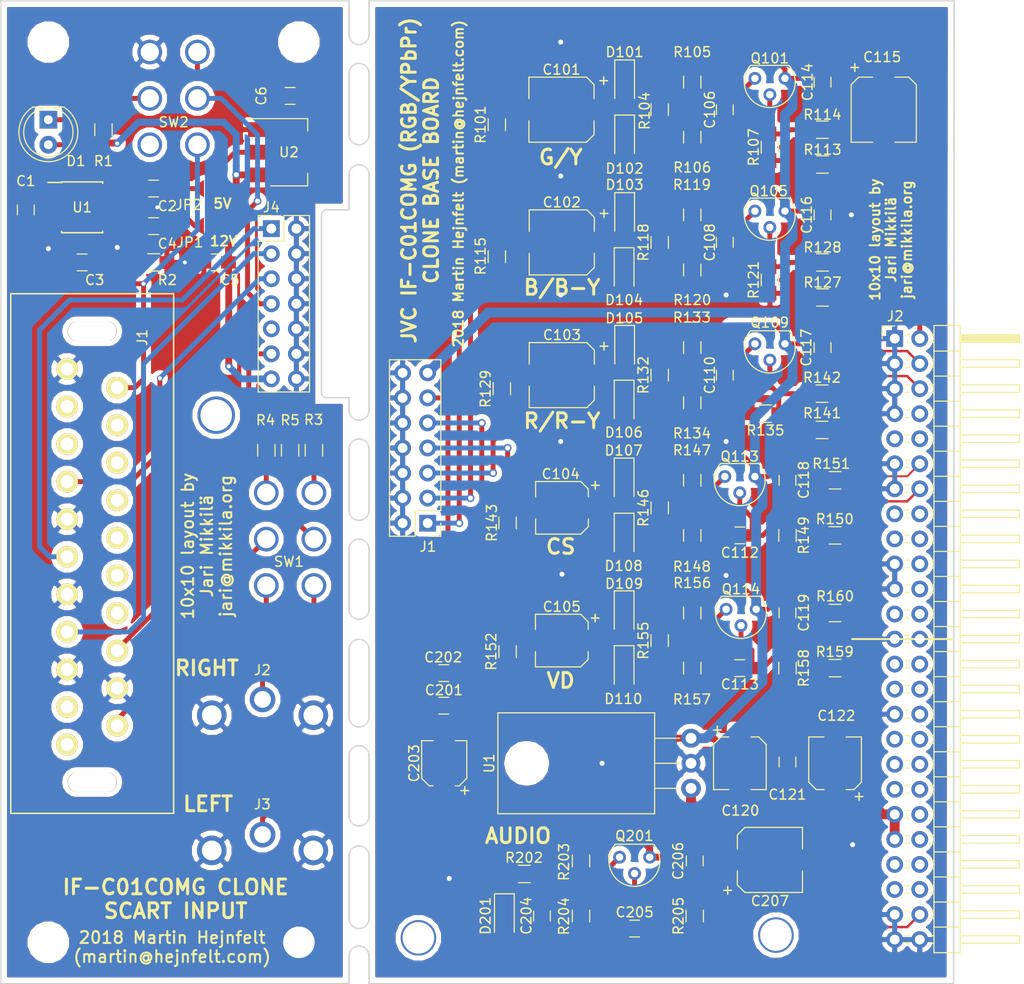
<source format=kicad_pcb>
(kicad_pcb (version 20171130) (host pcbnew "(5.0.0)")

  (general
    (thickness 1.6)
    (drawings 66)
    (tracks 560)
    (zones 0)
    (modules 114)
    (nets 66)
  )

  (page A4)
  (layers
    (0 F.Cu signal)
    (31 B.Cu signal)
    (32 B.Adhes user hide)
    (33 F.Adhes user hide)
    (34 B.Paste user hide)
    (35 F.Paste user hide)
    (36 B.SilkS user)
    (37 F.SilkS user)
    (38 B.Mask user)
    (39 F.Mask user)
    (40 Dwgs.User user hide)
    (41 Cmts.User user hide)
    (42 Eco1.User user hide)
    (43 Eco2.User user hide)
    (44 Edge.Cuts user)
    (45 Margin user hide)
    (46 B.CrtYd user hide)
    (47 F.CrtYd user hide)
    (48 B.Fab user hide)
    (49 F.Fab user hide)
  )

  (setup
    (last_trace_width 0.5)
    (user_trace_width 0.25)
    (user_trace_width 1)
    (user_trace_width 0.25)
    (user_trace_width 1)
    (trace_clearance 0.2)
    (zone_clearance 0.508)
    (zone_45_only no)
    (trace_min 0.2)
    (segment_width 0.2)
    (edge_width 0.15)
    (via_size 0.8)
    (via_drill 0.5)
    (via_min_size 0.8)
    (via_min_drill 0.5)
    (uvia_size 0.3)
    (uvia_drill 0.1)
    (uvias_allowed no)
    (uvia_min_size 0.2)
    (uvia_min_drill 0.1)
    (pcb_text_width 0.3)
    (pcb_text_size 1.5 1.5)
    (mod_edge_width 0.15)
    (mod_text_size 1 1)
    (mod_text_width 0.15)
    (pad_size 1.3 1.3)
    (pad_drill 0.75)
    (pad_to_mask_clearance 0.2)
    (aux_axis_origin 178.562 34.925)
    (visible_elements 7FFFF7FF)
    (pcbplotparams
      (layerselection 0x010f0_ffffffff)
      (usegerberextensions false)
      (usegerberattributes false)
      (usegerberadvancedattributes false)
      (creategerberjobfile false)
      (excludeedgelayer true)
      (linewidth 0.100000)
      (plotframeref false)
      (viasonmask false)
      (mode 1)
      (useauxorigin true)
      (hpglpennumber 1)
      (hpglpenspeed 20)
      (hpglpendiameter 15.000000)
      (psnegative false)
      (psa4output false)
      (plotreference true)
      (plotvalue true)
      (plotinvisibletext false)
      (padsonsilk false)
      (subtractmaskfromsilk false)
      (outputformat 1)
      (mirror false)
      (drillshape 0)
      (scaleselection 1)
      (outputdirectory "gerber/"))
  )

  (net 0 "")
  (net 1 /AUDIO_L)
  (net 2 GND)
  (net 3 /AUDIO_R)
  (net 4 "Net-(C1-Pad1)")
  (net 5 +12V)
  (net 6 "Net-(D1-Pad1)")
  (net 7 "Net-(D1-Pad2)")
  (net 8 /SW_AUDIO_R)
  (net 9 /SW_AUDIO_L)
  (net 10 /AUDIO)
  (net 11 /CSYNC)
  (net 12 "Net-(C4-Pad2)")
  (net 13 /CVBS_CSYNC)
  (net 14 /R-RY)
  (net 15 /GY)
  (net 16 /B-BY)
  (net 17 /HD_CS)
  (net 18 "Net-(C2-Pad1)")
  (net 19 +5V)
  (net 20 "Net-(R3-Pad2)")
  (net 21 "Net-(R4-Pad2)")
  (net 22 "Net-(J1-Pad18)")
  (net 23 "Net-(J1-Pad16)")
  (net 24 "Net-(J1-Pad14)")
  (net 25 "Net-(J1-Pad12)")
  (net 26 "Net-(J1-Pad10)")
  (net 27 "Net-(J1-Pad8)")
  (net 28 "Net-(J1-Pad19)")
  (net 29 "Net-(J1-Pad17)")
  (net 30 "Net-(J1-Pad3)")
  (net 31 "Net-(J1-Pad1)")
  (net 32 "Net-(SW2-Pad4)")
  (net 33 "Net-(U1-Pad3)")
  (net 34 "Net-(U1-Pad5)")
  (net 35 "Net-(U1-Pad7)")
  (net 36 "Net-(J4-Pad9)")
  (net 37 "Net-(C101-Pad1)")
  (net 38 "Net-(C102-Pad1)")
  (net 39 "Net-(C103-Pad1)")
  (net 40 "Net-(C104-Pad1)")
  (net 41 "Net-(C105-Pad1)")
  (net 42 /VD)
  (net 43 /VCC+14V)
  (net 44 "Net-(C203-Pad1)")
  (net 45 /AUDIO_)
  (net 46 /Y)
  (net 47 /B-Y)
  (net 48 /R-Y)
  (net 49 /HD)
  (net 50 /VD_)
  (net 51 /G/Y)
  (net 52 /B/B-Y)
  (net 53 /R/R-Y)
  (net 54 /HD/CS)
  (net 55 "Net-(C204-Pad2)")
  (net 56 "Net-(C106-Pad1)")
  (net 57 "Net-(C106-Pad2)")
  (net 58 "Net-(C108-Pad1)")
  (net 59 "Net-(C108-Pad2)")
  (net 60 "Net-(C110-Pad1)")
  (net 61 "Net-(C110-Pad2)")
  (net 62 "Net-(C112-Pad1)")
  (net 63 "Net-(C112-Pad2)")
  (net 64 "Net-(C113-Pad1)")
  (net 65 "Net-(C113-Pad2)")

  (net_class Default "This is the default net class."
    (clearance 0.2)
    (trace_width 0.5)
    (via_dia 0.8)
    (via_drill 0.5)
    (uvia_dia 0.3)
    (uvia_drill 0.1)
    (add_net +12V)
    (add_net +5V)
    (add_net /AUDIO)
    (add_net /AUDIO_)
    (add_net /AUDIO_L)
    (add_net /AUDIO_R)
    (add_net /B-BY)
    (add_net /B-Y)
    (add_net /B/B-Y)
    (add_net /CSYNC)
    (add_net /CVBS_CSYNC)
    (add_net /G/Y)
    (add_net /GY)
    (add_net /HD)
    (add_net /HD/CS)
    (add_net /HD_CS)
    (add_net /R-RY)
    (add_net /R-Y)
    (add_net /R/R-Y)
    (add_net /SW_AUDIO_L)
    (add_net /SW_AUDIO_R)
    (add_net /VCC+14V)
    (add_net /VD)
    (add_net /VD_)
    (add_net /Y)
    (add_net GND)
    (add_net "Net-(C1-Pad1)")
    (add_net "Net-(C101-Pad1)")
    (add_net "Net-(C102-Pad1)")
    (add_net "Net-(C103-Pad1)")
    (add_net "Net-(C104-Pad1)")
    (add_net "Net-(C105-Pad1)")
    (add_net "Net-(C106-Pad1)")
    (add_net "Net-(C106-Pad2)")
    (add_net "Net-(C108-Pad1)")
    (add_net "Net-(C108-Pad2)")
    (add_net "Net-(C110-Pad1)")
    (add_net "Net-(C110-Pad2)")
    (add_net "Net-(C112-Pad1)")
    (add_net "Net-(C112-Pad2)")
    (add_net "Net-(C113-Pad1)")
    (add_net "Net-(C113-Pad2)")
    (add_net "Net-(C2-Pad1)")
    (add_net "Net-(C203-Pad1)")
    (add_net "Net-(C204-Pad2)")
    (add_net "Net-(C4-Pad2)")
    (add_net "Net-(D1-Pad1)")
    (add_net "Net-(D1-Pad2)")
    (add_net "Net-(J1-Pad1)")
    (add_net "Net-(J1-Pad10)")
    (add_net "Net-(J1-Pad12)")
    (add_net "Net-(J1-Pad14)")
    (add_net "Net-(J1-Pad16)")
    (add_net "Net-(J1-Pad17)")
    (add_net "Net-(J1-Pad18)")
    (add_net "Net-(J1-Pad19)")
    (add_net "Net-(J1-Pad3)")
    (add_net "Net-(J1-Pad8)")
    (add_net "Net-(J4-Pad9)")
    (add_net "Net-(R3-Pad2)")
    (add_net "Net-(R4-Pad2)")
    (add_net "Net-(SW2-Pad4)")
    (add_net "Net-(U1-Pad3)")
    (add_net "Net-(U1-Pad5)")
    (add_net "Net-(U1-Pad7)")
  )

  (module TO-220-own:TO-220-3_own (layer F.Cu) (tedit 5B72D711) (tstamp 5B73E6B6)
    (at 248.539 114.808 90)
    (descr "TO-220-3, Horizontal, RM 2.54mm, see https://www.vishay.com/docs/66542/to-220-1.pdf")
    (tags "TO-220-3 Horizontal RM 2.54mm")
    (path /5AAB054A)
    (fp_text reference U1 (at 2.54 -20.447 90) (layer F.SilkS)
      (effects (font (size 1 1) (thickness 0.15)))
    )
    (fp_text value NCP1117-12_SOT223 (at 2.54 2 90) (layer F.Fab)
      (effects (font (size 1 1) (thickness 0.15)))
    )
    (fp_text user %R (at 2.54 -20.58 90) (layer F.Fab)
      (effects (font (size 1 1) (thickness 0.15)))
    )
    (fp_line (start 7.79 -19.71) (end -2.71 -19.71) (layer F.CrtYd) (width 0.05))
    (fp_line (start 7.79 1.25) (end 7.79 -19.71) (layer F.CrtYd) (width 0.05))
    (fp_line (start -2.71 1.25) (end 7.79 1.25) (layer F.CrtYd) (width 0.05))
    (fp_line (start -2.71 -19.71) (end -2.71 1.25) (layer F.CrtYd) (width 0.05))
    (fp_line (start 5.08 -3.69) (end 5.08 -1.15) (layer F.SilkS) (width 0.12))
    (fp_line (start 2.54 -3.69) (end 2.54 -1.15) (layer F.SilkS) (width 0.12))
    (fp_line (start 0 -3.69) (end 0 -1.15) (layer F.SilkS) (width 0.12))
    (fp_line (start 7.66 -19.58) (end 7.66 -3.69) (layer F.SilkS) (width 0.12))
    (fp_line (start -2.58 -19.58) (end -2.58 -3.69) (layer F.SilkS) (width 0.12))
    (fp_line (start -2.58 -19.58) (end 7.66 -19.58) (layer F.SilkS) (width 0.12))
    (fp_line (start -2.58 -3.69) (end 7.66 -3.69) (layer F.SilkS) (width 0.12))
    (fp_line (start 5.08 -3.81) (end 5.08 0) (layer F.Fab) (width 0.1))
    (fp_line (start 2.54 -3.81) (end 2.54 0) (layer F.Fab) (width 0.1))
    (fp_line (start 0 -3.81) (end 0 0) (layer F.Fab) (width 0.1))
    (fp_line (start 7.54 -3.81) (end -2.46 -3.81) (layer F.Fab) (width 0.1))
    (fp_line (start 7.54 -13.06) (end 7.54 -3.81) (layer F.Fab) (width 0.1))
    (fp_line (start -2.46 -13.06) (end 7.54 -13.06) (layer F.Fab) (width 0.1))
    (fp_line (start -2.46 -3.81) (end -2.46 -13.06) (layer F.Fab) (width 0.1))
    (fp_line (start 7.54 -13.06) (end -2.46 -13.06) (layer F.Fab) (width 0.1))
    (fp_line (start 7.54 -19.46) (end 7.54 -13.06) (layer F.Fab) (width 0.1))
    (fp_line (start -2.46 -19.46) (end 7.54 -19.46) (layer F.Fab) (width 0.1))
    (fp_line (start -2.46 -13.06) (end -2.46 -19.46) (layer F.Fab) (width 0.1))
    (fp_circle (center 2.54 -16.66) (end 4.39 -16.66) (layer F.Fab) (width 0.1))
    (pad 3 thru_hole oval (at 0 0 90) (size 1.905 2) (drill 1.1) (layers *.Cu *.Mask)
      (net 43 /VCC+14V))
    (pad 2 thru_hole oval (at 5.08 0 90) (size 1.905 2) (drill 1.1) (layers *.Cu *.Mask)
      (net 5 +12V))
    (pad 1 thru_hole circle (at 2.54 0 90) (size 1.905 1.905) (drill 1.1) (layers *.Cu *.Mask)
      (net 2 GND))
    (pad "" np_thru_hole oval (at 2.54 -16.66 90) (size 3.5 3.5) (drill 3.5) (layers *.Cu *.Mask))
    (model ${KISYS3DMOD}/Package_TO_SOT_THT.3dshapes/TO-220-3_Horizontal_TabDown.wrl
      (at (xyz 0 0 0))
      (scale (xyz 1 1 1))
      (rotate (xyz 0 0 0))
    )
  )

  (module TO-92-own:TO-92-own (layer F.Cu) (tedit 5B72B7C9) (tstamp 5AA85721)
    (at 257.81 43.18 180)
    (descr "TO-92L leads in-line (large body variant of TO-92), also known as TO-226, wide, drill 0.75mm (see https://www.diodes.com/assets/Package-Files/TO92L.pdf and http://www.ti.com/lit/an/snoa059/snoa059.pdf)")
    (tags "TO-92L Molded Narrow transistor")
    (path /5AA825AB)
    (fp_text reference Q101 (at 1.29 2.413) (layer F.SilkS)
      (effects (font (size 1 1) (thickness 0.15)))
    )
    (fp_text value BC817-40 (at 1.29 2.79 180) (layer F.Fab)
      (effects (font (size 1 1) (thickness 0.15)))
    )
    (fp_arc (start 1.29 0) (end 1.29 -2.48) (angle -130.2499344) (layer F.Fab) (width 0.1))
    (fp_arc (start 1.29 0) (end 1.29 -2.48) (angle 129.9527847) (layer F.Fab) (width 0.1))
    (fp_arc (start 1.29 0) (end -0.65 1.7) (angle 262.164354) (layer F.SilkS) (width 0.12))
    (fp_line (start 4.05 1.85) (end -1.45 1.85) (layer F.CrtYd) (width 0.05))
    (fp_line (start 4.05 1.85) (end 4.05 -2.75) (layer F.CrtYd) (width 0.05))
    (fp_line (start -1.45 -2.75) (end -1.45 1.85) (layer F.CrtYd) (width 0.05))
    (fp_line (start -1.45 -2.75) (end 4.05 -2.75) (layer F.CrtYd) (width 0.05))
    (fp_line (start -0.6 1.6) (end 3.15 1.6) (layer F.Fab) (width 0.1))
    (fp_line (start -0.65 1.7) (end 3.2 1.7) (layer F.SilkS) (width 0.12))
    (fp_text user %R (at 1.29 -3.56 180) (layer F.Fab)
      (effects (font (size 1 1) (thickness 0.15)))
    )
    (pad 1 thru_hole circle (at 2.794 0.381 270) (size 1.3 1.3) (drill 0.75) (layers *.Cu *.Mask)
      (net 57 "Net-(C106-Pad2)"))
    (pad 3 thru_hole circle (at -0.254 0.381 270) (size 1.3 1.3) (drill 0.75) (layers *.Cu *.Mask)
      (net 5 +12V))
    (pad 2 thru_hole circle (at 1.28 -1.27 270) (size 1.3 1.3) (drill 0.75) (layers *.Cu *.Mask)
      (net 56 "Net-(C106-Pad1)"))
    (model ${KISYS3DMOD}/Package_TO_SOT_THT.3dshapes/TO-92L.wrl
      (at (xyz 0 0 0))
      (scale (xyz 1 1 1))
      (rotate (xyz 0 0 0))
    )
  )

  (module TO-92-own:TO-92-own (layer F.Cu) (tedit 5B72B7C9) (tstamp 5AA85744)
    (at 244.094 122.174 180)
    (descr "TO-92L leads in-line (large body variant of TO-92), also known as TO-226, wide, drill 0.75mm (see https://www.diodes.com/assets/Package-Files/TO92L.pdf and http://www.ti.com/lit/an/snoa059/snoa059.pdf)")
    (tags "TO-92L Molded Narrow transistor")
    (path /5AAB626B)
    (fp_text reference Q201 (at 1.29 2.54) (layer F.SilkS)
      (effects (font (size 1 1) (thickness 0.15)))
    )
    (fp_text value BC817-40 (at 1.29 2.79 180) (layer F.Fab)
      (effects (font (size 1 1) (thickness 0.15)))
    )
    (fp_arc (start 1.29 0) (end 1.29 -2.48) (angle -130.2499344) (layer F.Fab) (width 0.1))
    (fp_arc (start 1.29 0) (end 1.29 -2.48) (angle 129.9527847) (layer F.Fab) (width 0.1))
    (fp_arc (start 1.29 0) (end -0.65 1.7) (angle 262.164354) (layer F.SilkS) (width 0.12))
    (fp_line (start 4.05 1.85) (end -1.45 1.85) (layer F.CrtYd) (width 0.05))
    (fp_line (start 4.05 1.85) (end 4.05 -2.75) (layer F.CrtYd) (width 0.05))
    (fp_line (start -1.45 -2.75) (end -1.45 1.85) (layer F.CrtYd) (width 0.05))
    (fp_line (start -1.45 -2.75) (end 4.05 -2.75) (layer F.CrtYd) (width 0.05))
    (fp_line (start -0.6 1.6) (end 3.15 1.6) (layer F.Fab) (width 0.1))
    (fp_line (start -0.65 1.7) (end 3.2 1.7) (layer F.SilkS) (width 0.12))
    (fp_text user %R (at 1.29 -3.56 180) (layer F.Fab)
      (effects (font (size 1 1) (thickness 0.15)))
    )
    (pad 1 thru_hole circle (at 2.794 0.381 270) (size 1.3 1.3) (drill 0.75) (layers *.Cu *.Mask)
      (net 55 "Net-(C204-Pad2)"))
    (pad 3 thru_hole circle (at -0.254 0.381 270) (size 1.3 1.3) (drill 0.75) (layers *.Cu *.Mask)
      (net 5 +12V))
    (pad 2 thru_hole circle (at 1.28 -1.27 270) (size 1.3 1.3) (drill 0.75) (layers *.Cu *.Mask)
      (net 45 /AUDIO_))
    (model ${KISYS3DMOD}/Package_TO_SOT_THT.3dshapes/TO-92L.wrl
      (at (xyz 0 0 0))
      (scale (xyz 1 1 1))
      (rotate (xyz 0 0 0))
    )
  )

  (module TO-92-own:TO-92-own (layer F.Cu) (tedit 5B72B7C9) (tstamp 5AA8573D)
    (at 254.889 97.028 180)
    (descr "TO-92L leads in-line (large body variant of TO-92), also known as TO-226, wide, drill 0.75mm (see https://www.diodes.com/assets/Package-Files/TO92L.pdf and http://www.ti.com/lit/an/snoa059/snoa059.pdf)")
    (tags "TO-92L Molded Narrow transistor")
    (path /5AAA85B2)
    (fp_text reference Q114 (at 1.29 2.413) (layer F.SilkS)
      (effects (font (size 1 1) (thickness 0.15)))
    )
    (fp_text value BC817-40 (at 1.29 2.79 180) (layer F.Fab)
      (effects (font (size 1 1) (thickness 0.15)))
    )
    (fp_arc (start 1.29 0) (end 1.29 -2.48) (angle -130.2499344) (layer F.Fab) (width 0.1))
    (fp_arc (start 1.29 0) (end 1.29 -2.48) (angle 129.9527847) (layer F.Fab) (width 0.1))
    (fp_arc (start 1.29 0) (end -0.65 1.7) (angle 262.164354) (layer F.SilkS) (width 0.12))
    (fp_line (start 4.05 1.85) (end -1.45 1.85) (layer F.CrtYd) (width 0.05))
    (fp_line (start 4.05 1.85) (end 4.05 -2.75) (layer F.CrtYd) (width 0.05))
    (fp_line (start -1.45 -2.75) (end -1.45 1.85) (layer F.CrtYd) (width 0.05))
    (fp_line (start -1.45 -2.75) (end 4.05 -2.75) (layer F.CrtYd) (width 0.05))
    (fp_line (start -0.6 1.6) (end 3.15 1.6) (layer F.Fab) (width 0.1))
    (fp_line (start -0.65 1.7) (end 3.2 1.7) (layer F.SilkS) (width 0.12))
    (fp_text user %R (at 1.29 -3.56 180) (layer F.Fab)
      (effects (font (size 1 1) (thickness 0.15)))
    )
    (pad 1 thru_hole circle (at 2.794 0.381 270) (size 1.3 1.3) (drill 0.75) (layers *.Cu *.Mask)
      (net 65 "Net-(C113-Pad2)"))
    (pad 3 thru_hole circle (at -0.254 0.381 270) (size 1.3 1.3) (drill 0.75) (layers *.Cu *.Mask)
      (net 5 +12V))
    (pad 2 thru_hole circle (at 1.28 -1.27 270) (size 1.3 1.3) (drill 0.75) (layers *.Cu *.Mask)
      (net 64 "Net-(C113-Pad1)"))
    (model ${KISYS3DMOD}/Package_TO_SOT_THT.3dshapes/TO-92L.wrl
      (at (xyz 0 0 0))
      (scale (xyz 1 1 1))
      (rotate (xyz 0 0 0))
    )
  )

  (module TO-92-own:TO-92-own (layer F.Cu) (tedit 5B72B7C9) (tstamp 5B73E384)
    (at 254.762 83.566 180)
    (descr "TO-92L leads in-line (large body variant of TO-92), also known as TO-226, wide, drill 0.75mm (see https://www.diodes.com/assets/Package-Files/TO92L.pdf and http://www.ti.com/lit/an/snoa059/snoa059.pdf)")
    (tags "TO-92L Molded Narrow transistor")
    (path /5AAA5668)
    (fp_text reference Q113 (at 1.29 2.413) (layer F.SilkS)
      (effects (font (size 1 1) (thickness 0.15)))
    )
    (fp_text value BC817-40 (at 1.29 2.79 180) (layer F.Fab)
      (effects (font (size 1 1) (thickness 0.15)))
    )
    (fp_arc (start 1.29 0) (end 1.29 -2.48) (angle -130.2499344) (layer F.Fab) (width 0.1))
    (fp_arc (start 1.29 0) (end 1.29 -2.48) (angle 129.9527847) (layer F.Fab) (width 0.1))
    (fp_arc (start 1.29 0) (end -0.65 1.7) (angle 262.164354) (layer F.SilkS) (width 0.12))
    (fp_line (start 4.05 1.85) (end -1.45 1.85) (layer F.CrtYd) (width 0.05))
    (fp_line (start 4.05 1.85) (end 4.05 -2.75) (layer F.CrtYd) (width 0.05))
    (fp_line (start -1.45 -2.75) (end -1.45 1.85) (layer F.CrtYd) (width 0.05))
    (fp_line (start -1.45 -2.75) (end 4.05 -2.75) (layer F.CrtYd) (width 0.05))
    (fp_line (start -0.6 1.6) (end 3.15 1.6) (layer F.Fab) (width 0.1))
    (fp_line (start -0.65 1.7) (end 3.2 1.7) (layer F.SilkS) (width 0.12))
    (fp_text user %R (at 1.29 -3.56 180) (layer F.Fab)
      (effects (font (size 1 1) (thickness 0.15)))
    )
    (pad 1 thru_hole circle (at 2.794 0.381 270) (size 1.3 1.3) (drill 0.75) (layers *.Cu *.Mask)
      (net 63 "Net-(C112-Pad2)"))
    (pad 3 thru_hole circle (at -0.254 0.381 270) (size 1.3 1.3) (drill 0.75) (layers *.Cu *.Mask)
      (net 5 +12V))
    (pad 2 thru_hole circle (at 1.28 -1.27 270) (size 1.3 1.3) (drill 0.75) (layers *.Cu *.Mask)
      (net 62 "Net-(C112-Pad1)"))
    (model ${KISYS3DMOD}/Package_TO_SOT_THT.3dshapes/TO-92L.wrl
      (at (xyz 0 0 0))
      (scale (xyz 1 1 1))
      (rotate (xyz 0 0 0))
    )
  )

  (module TO-92-own:TO-92-own (layer F.Cu) (tedit 5B72B7C9) (tstamp 5AA8572F)
    (at 257.81 70.104 180)
    (descr "TO-92L leads in-line (large body variant of TO-92), also known as TO-226, wide, drill 0.75mm (see https://www.diodes.com/assets/Package-Files/TO92L.pdf and http://www.ti.com/lit/an/snoa059/snoa059.pdf)")
    (tags "TO-92L Molded Narrow transistor")
    (path /5AA8852F)
    (fp_text reference Q109 (at 1.29 2.54) (layer F.SilkS)
      (effects (font (size 1 1) (thickness 0.15)))
    )
    (fp_text value BC817-40 (at 1.29 2.79 180) (layer F.Fab)
      (effects (font (size 1 1) (thickness 0.15)))
    )
    (fp_arc (start 1.29 0) (end 1.29 -2.48) (angle -130.2499344) (layer F.Fab) (width 0.1))
    (fp_arc (start 1.29 0) (end 1.29 -2.48) (angle 129.9527847) (layer F.Fab) (width 0.1))
    (fp_arc (start 1.29 0) (end -0.65 1.7) (angle 262.164354) (layer F.SilkS) (width 0.12))
    (fp_line (start 4.05 1.85) (end -1.45 1.85) (layer F.CrtYd) (width 0.05))
    (fp_line (start 4.05 1.85) (end 4.05 -2.75) (layer F.CrtYd) (width 0.05))
    (fp_line (start -1.45 -2.75) (end -1.45 1.85) (layer F.CrtYd) (width 0.05))
    (fp_line (start -1.45 -2.75) (end 4.05 -2.75) (layer F.CrtYd) (width 0.05))
    (fp_line (start -0.6 1.6) (end 3.15 1.6) (layer F.Fab) (width 0.1))
    (fp_line (start -0.65 1.7) (end 3.2 1.7) (layer F.SilkS) (width 0.12))
    (fp_text user %R (at 1.29 -3.56 180) (layer F.Fab)
      (effects (font (size 1 1) (thickness 0.15)))
    )
    (pad 1 thru_hole circle (at 2.794 0.381 270) (size 1.3 1.3) (drill 0.75) (layers *.Cu *.Mask)
      (net 61 "Net-(C110-Pad2)"))
    (pad 3 thru_hole circle (at -0.254 0.381 270) (size 1.3 1.3) (drill 0.75) (layers *.Cu *.Mask)
      (net 5 +12V))
    (pad 2 thru_hole circle (at 1.28 -1.27 270) (size 1.3 1.3) (drill 0.75) (layers *.Cu *.Mask)
      (net 60 "Net-(C110-Pad1)"))
    (model ${KISYS3DMOD}/Package_TO_SOT_THT.3dshapes/TO-92L.wrl
      (at (xyz 0 0 0))
      (scale (xyz 1 1 1))
      (rotate (xyz 0 0 0))
    )
  )

  (module TO-92-own:TO-92-own (layer F.Cu) (tedit 5B72B7C9) (tstamp 5AA85728)
    (at 257.81 56.642 180)
    (descr "TO-92L leads in-line (large body variant of TO-92), also known as TO-226, wide, drill 0.75mm (see https://www.diodes.com/assets/Package-Files/TO92L.pdf and http://www.ti.com/lit/an/snoa059/snoa059.pdf)")
    (tags "TO-92L Molded Narrow transistor")
    (path /5AA8728D)
    (fp_text reference Q105 (at 1.397 2.413) (layer F.SilkS)
      (effects (font (size 1 1) (thickness 0.15)))
    )
    (fp_text value BC817-40 (at 1.29 2.79 180) (layer F.Fab)
      (effects (font (size 1 1) (thickness 0.15)))
    )
    (fp_arc (start 1.29 0) (end 1.29 -2.48) (angle -130.2499344) (layer F.Fab) (width 0.1))
    (fp_arc (start 1.29 0) (end 1.29 -2.48) (angle 129.9527847) (layer F.Fab) (width 0.1))
    (fp_arc (start 1.29 0) (end -0.65 1.7) (angle 262.164354) (layer F.SilkS) (width 0.12))
    (fp_line (start 4.05 1.85) (end -1.45 1.85) (layer F.CrtYd) (width 0.05))
    (fp_line (start 4.05 1.85) (end 4.05 -2.75) (layer F.CrtYd) (width 0.05))
    (fp_line (start -1.45 -2.75) (end -1.45 1.85) (layer F.CrtYd) (width 0.05))
    (fp_line (start -1.45 -2.75) (end 4.05 -2.75) (layer F.CrtYd) (width 0.05))
    (fp_line (start -0.6 1.6) (end 3.15 1.6) (layer F.Fab) (width 0.1))
    (fp_line (start -0.65 1.7) (end 3.2 1.7) (layer F.SilkS) (width 0.12))
    (fp_text user %R (at 1.29 -3.56 180) (layer F.Fab)
      (effects (font (size 1 1) (thickness 0.15)))
    )
    (pad 1 thru_hole circle (at 2.794 0.381 270) (size 1.3 1.3) (drill 0.75) (layers *.Cu *.Mask)
      (net 59 "Net-(C108-Pad2)"))
    (pad 3 thru_hole circle (at -0.254 0.381 270) (size 1.3 1.3) (drill 0.75) (layers *.Cu *.Mask)
      (net 5 +12V))
    (pad 2 thru_hole circle (at 1.28 -1.27 270) (size 1.3 1.3) (drill 0.75) (layers *.Cu *.Mask)
      (net 58 "Net-(C108-Pad1)"))
    (model ${KISYS3DMOD}/Package_TO_SOT_THT.3dshapes/TO-92L.wrl
      (at (xyz 0 0 0))
      (scale (xyz 1 1 1))
      (rotate (xyz 0 0 0))
    )
  )

  (module Capacitors_SMD:CP_Elec_5x5.7 (layer F.Cu) (tedit 5ACCE2FE) (tstamp 5B73F1FE)
    (at 263.144 112.268 90)
    (descr "SMT capacitor, aluminium electrolytic, 5x5.7")
    (path /5ACCEF6A)
    (attr smd)
    (fp_text reference C122 (at 4.826 0.127 180) (layer F.SilkS)
      (effects (font (size 1 1) (thickness 0.15)))
    )
    (fp_text value 10uF/25V (at 0 -3.92 90) (layer F.Fab)
      (effects (font (size 1 1) (thickness 0.15)))
    )
    (fp_circle (center 0 0) (end 0 2.4) (layer F.Fab) (width 0.1))
    (fp_text user + (at -1.4 -0.06 90) (layer F.Fab)
      (effects (font (size 1 1) (thickness 0.15)))
    )
    (fp_text user + (at -3.38 2.36 90) (layer F.SilkS)
      (effects (font (size 1 1) (thickness 0.15)))
    )
    (fp_text user %R (at 0 3.92 90) (layer F.Fab)
      (effects (font (size 1 1) (thickness 0.15)))
    )
    (fp_line (start 2.51 2.51) (end 2.51 -2.51) (layer F.Fab) (width 0.1))
    (fp_line (start -1.84 2.51) (end 2.51 2.51) (layer F.Fab) (width 0.1))
    (fp_line (start -2.51 1.84) (end -1.84 2.51) (layer F.Fab) (width 0.1))
    (fp_line (start -2.51 -1.84) (end -2.51 1.84) (layer F.Fab) (width 0.1))
    (fp_line (start -1.84 -2.51) (end -2.51 -1.84) (layer F.Fab) (width 0.1))
    (fp_line (start 2.51 -2.51) (end -1.84 -2.51) (layer F.Fab) (width 0.1))
    (fp_line (start 2.67 2.67) (end 2.67 1.12) (layer F.SilkS) (width 0.12))
    (fp_line (start 2.67 -2.67) (end 2.67 -1.12) (layer F.SilkS) (width 0.12))
    (fp_line (start -2.67 -1.91) (end -2.67 -1.12) (layer F.SilkS) (width 0.12))
    (fp_line (start -2.67 1.91) (end -2.67 1.12) (layer F.SilkS) (width 0.12))
    (fp_line (start 2.67 -2.67) (end -1.91 -2.67) (layer F.SilkS) (width 0.12))
    (fp_line (start -1.91 -2.67) (end -2.67 -1.91) (layer F.SilkS) (width 0.12))
    (fp_line (start -2.67 1.91) (end -1.91 2.67) (layer F.SilkS) (width 0.12))
    (fp_line (start -1.91 2.67) (end 2.67 2.67) (layer F.SilkS) (width 0.12))
    (fp_line (start -3.95 -2.77) (end 3.95 -2.77) (layer F.CrtYd) (width 0.05))
    (fp_line (start -3.95 -2.77) (end -3.95 2.76) (layer F.CrtYd) (width 0.05))
    (fp_line (start 3.95 2.76) (end 3.95 -2.77) (layer F.CrtYd) (width 0.05))
    (fp_line (start 3.95 2.76) (end -3.95 2.76) (layer F.CrtYd) (width 0.05))
    (pad 1 smd rect (at -2.2 0 270) (size 3 1.6) (layers F.Cu F.Paste F.Mask)
      (net 43 /VCC+14V))
    (pad 2 smd rect (at 2.2 0 270) (size 3 1.6) (layers F.Cu F.Paste F.Mask)
      (net 2 GND))
    (model Capacitors_SMD.3dshapes/CP_Elec_5x5.7.wrl
      (at (xyz 0 0 0))
      (scale (xyz 1 1 1))
      (rotate (xyz 0 0 180))
    )
  )

  (module Connector_PinHeader_2.54mm:PinHeader_2x07_P2.54mm_Vertical (layer F.Cu) (tedit 59FED5CC) (tstamp 5AB0111E)
    (at 221.8436 87.9094 180)
    (descr "Through hole straight pin header, 2x07, 2.54mm pitch, double rows")
    (tags "Through hole pin header THT 2x07 2.54mm double row")
    (path /5AAEE89C)
    (fp_text reference J1 (at -0.0254 -2.3876 180) (layer F.SilkS)
      (effects (font (size 1 1) (thickness 0.15)))
    )
    (fp_text value Conn_01x14 (at 1.27 17.57 180) (layer F.Fab)
      (effects (font (size 1 1) (thickness 0.15)))
    )
    (fp_text user %R (at 1.27 7.62 270) (layer F.Fab)
      (effects (font (size 1 1) (thickness 0.15)))
    )
    (fp_line (start 4.35 -1.8) (end -1.8 -1.8) (layer F.CrtYd) (width 0.05))
    (fp_line (start 4.35 17.05) (end 4.35 -1.8) (layer F.CrtYd) (width 0.05))
    (fp_line (start -1.8 17.05) (end 4.35 17.05) (layer F.CrtYd) (width 0.05))
    (fp_line (start -1.8 -1.8) (end -1.8 17.05) (layer F.CrtYd) (width 0.05))
    (fp_line (start -1.33 -1.33) (end 0 -1.33) (layer F.SilkS) (width 0.12))
    (fp_line (start -1.33 0) (end -1.33 -1.33) (layer F.SilkS) (width 0.12))
    (fp_line (start 1.27 -1.33) (end 3.87 -1.33) (layer F.SilkS) (width 0.12))
    (fp_line (start 1.27 1.27) (end 1.27 -1.33) (layer F.SilkS) (width 0.12))
    (fp_line (start -1.33 1.27) (end 1.27 1.27) (layer F.SilkS) (width 0.12))
    (fp_line (start 3.87 -1.33) (end 3.87 16.57) (layer F.SilkS) (width 0.12))
    (fp_line (start -1.33 1.27) (end -1.33 16.57) (layer F.SilkS) (width 0.12))
    (fp_line (start -1.33 16.57) (end 3.87 16.57) (layer F.SilkS) (width 0.12))
    (fp_line (start -1.27 0) (end 0 -1.27) (layer F.Fab) (width 0.1))
    (fp_line (start -1.27 16.51) (end -1.27 0) (layer F.Fab) (width 0.1))
    (fp_line (start 3.81 16.51) (end -1.27 16.51) (layer F.Fab) (width 0.1))
    (fp_line (start 3.81 -1.27) (end 3.81 16.51) (layer F.Fab) (width 0.1))
    (fp_line (start 0 -1.27) (end 3.81 -1.27) (layer F.Fab) (width 0.1))
    (pad 14 thru_hole oval (at 2.54 15.24 180) (size 1.7 1.7) (drill 1) (layers *.Cu *.Mask)
      (net 2 GND))
    (pad 13 thru_hole oval (at 0 15.24 180) (size 1.7 1.7) (drill 1) (layers *.Cu *.Mask)
      (net 5 +12V))
    (pad 12 thru_hole oval (at 2.54 12.7 180) (size 1.7 1.7) (drill 1) (layers *.Cu *.Mask)
      (net 2 GND))
    (pad 11 thru_hole oval (at 0 12.7 180) (size 1.7 1.7) (drill 1) (layers *.Cu *.Mask)
      (net 10 /AUDIO))
    (pad 10 thru_hole oval (at 2.54 10.16 180) (size 1.7 1.7) (drill 1) (layers *.Cu *.Mask)
      (net 2 GND))
    (pad 9 thru_hole oval (at 0 10.16 180) (size 1.7 1.7) (drill 1) (layers *.Cu *.Mask)
      (net 42 /VD))
    (pad 8 thru_hole oval (at 2.54 7.62 180) (size 1.7 1.7) (drill 1) (layers *.Cu *.Mask)
      (net 2 GND))
    (pad 7 thru_hole oval (at 0 7.62 180) (size 1.7 1.7) (drill 1) (layers *.Cu *.Mask)
      (net 54 /HD/CS))
    (pad 6 thru_hole oval (at 2.54 5.08 180) (size 1.7 1.7) (drill 1) (layers *.Cu *.Mask)
      (net 2 GND))
    (pad 5 thru_hole oval (at 0 5.08 180) (size 1.7 1.7) (drill 1) (layers *.Cu *.Mask)
      (net 53 /R/R-Y))
    (pad 4 thru_hole oval (at 2.54 2.54 180) (size 1.7 1.7) (drill 1) (layers *.Cu *.Mask)
      (net 2 GND))
    (pad 3 thru_hole oval (at 0 2.54 180) (size 1.7 1.7) (drill 1) (layers *.Cu *.Mask)
      (net 52 /B/B-Y))
    (pad 2 thru_hole oval (at 2.54 0 180) (size 1.7 1.7) (drill 1) (layers *.Cu *.Mask)
      (net 2 GND))
    (pad 1 thru_hole rect (at 0 0 180) (size 1.7 1.7) (drill 1) (layers *.Cu *.Mask)
      (net 51 /G/Y))
    (model ${KISYS3DMOD}/Connector_PinHeader_2.54mm.3dshapes/PinHeader_2x07_P2.54mm_Vertical.wrl
      (at (xyz 0 0 0))
      (scale (xyz 1 1 1))
      (rotate (xyz 0 0 0))
    )
  )

  (module Housings_SOIC:SOIC-8_3.9x4.9mm_Pitch1.27mm (layer F.Cu) (tedit 5AD3A38A) (tstamp 5AB17DD2)
    (at 186.817 55.88)
    (descr "8-Lead Plastic Small Outline (SN) - Narrow, 3.90 mm Body [SOIC] (see Microchip Packaging Specification 00000049BS.pdf)")
    (tags "SOIC 1.27")
    (path /5AB16A85)
    (attr smd)
    (fp_text reference U1 (at 0 0) (layer F.SilkS)
      (effects (font (size 1 1) (thickness 0.15)))
    )
    (fp_text value LM1881 (at 0 3.5) (layer F.Fab)
      (effects (font (size 1 1) (thickness 0.15)))
    )
    (fp_text user %R (at 0 0) (layer F.Fab)
      (effects (font (size 1 1) (thickness 0.15)))
    )
    (fp_line (start -0.95 -2.45) (end 1.95 -2.45) (layer F.Fab) (width 0.1))
    (fp_line (start 1.95 -2.45) (end 1.95 2.45) (layer F.Fab) (width 0.1))
    (fp_line (start 1.95 2.45) (end -1.95 2.45) (layer F.Fab) (width 0.1))
    (fp_line (start -1.95 2.45) (end -1.95 -1.45) (layer F.Fab) (width 0.1))
    (fp_line (start -1.95 -1.45) (end -0.95 -2.45) (layer F.Fab) (width 0.1))
    (fp_line (start -3.73 -2.7) (end -3.73 2.7) (layer F.CrtYd) (width 0.05))
    (fp_line (start 3.73 -2.7) (end 3.73 2.7) (layer F.CrtYd) (width 0.05))
    (fp_line (start -3.73 -2.7) (end 3.73 -2.7) (layer F.CrtYd) (width 0.05))
    (fp_line (start -3.73 2.7) (end 3.73 2.7) (layer F.CrtYd) (width 0.05))
    (fp_line (start -2.075 -2.575) (end -2.075 -2.525) (layer F.SilkS) (width 0.15))
    (fp_line (start 2.075 -2.575) (end 2.075 -2.43) (layer F.SilkS) (width 0.15))
    (fp_line (start 2.075 2.575) (end 2.075 2.43) (layer F.SilkS) (width 0.15))
    (fp_line (start -2.075 2.575) (end -2.075 2.43) (layer F.SilkS) (width 0.15))
    (fp_line (start -2.075 -2.575) (end 2.075 -2.575) (layer F.SilkS) (width 0.15))
    (fp_line (start -2.075 2.575) (end 2.075 2.575) (layer F.SilkS) (width 0.15))
    (fp_line (start -2.075 -2.525) (end -3.475 -2.525) (layer F.SilkS) (width 0.15))
    (pad 1 smd rect (at -2.7 -1.905) (size 1.55 0.6) (layers F.Cu F.Paste F.Mask)
      (net 11 /CSYNC))
    (pad 2 smd rect (at -2.7 -0.635) (size 1.55 0.6) (layers F.Cu F.Paste F.Mask)
      (net 4 "Net-(C1-Pad1)"))
    (pad 3 smd rect (at -2.7 0.635) (size 1.55 0.6) (layers F.Cu F.Paste F.Mask)
      (net 33 "Net-(U1-Pad3)"))
    (pad 4 smd rect (at -2.7 1.905) (size 1.55 0.6) (layers F.Cu F.Paste F.Mask)
      (net 2 GND))
    (pad 5 smd rect (at 2.7 1.905) (size 1.55 0.6) (layers F.Cu F.Paste F.Mask)
      (net 34 "Net-(U1-Pad5)"))
    (pad 6 smd rect (at 2.7 0.635) (size 1.55 0.6) (layers F.Cu F.Paste F.Mask)
      (net 12 "Net-(C4-Pad2)"))
    (pad 7 smd rect (at 2.7 -0.635) (size 1.55 0.6) (layers F.Cu F.Paste F.Mask)
      (net 35 "Net-(U1-Pad7)"))
    (pad 8 smd rect (at 2.7 -1.905) (size 1.55 0.6) (layers F.Cu F.Paste F.Mask)
      (net 18 "Net-(C2-Pad1)"))
    (model ${KISYS3DMOD}/Housings_SOIC.3dshapes/SOIC-8_3.9x4.9mm_Pitch1.27mm.wrl
      (at (xyz 0 0 0))
      (scale (xyz 1 1 1))
      (rotate (xyz 0 0 0))
    )
  )

  (module TO_SOT_Packages_SMD:SOT-223 (layer F.Cu) (tedit 5AD77948) (tstamp 5B7403A0)
    (at 207.772 50.292)
    (descr "module CMS SOT223 4 pins")
    (tags "CMS SOT")
    (path /5AD3A86C)
    (attr smd)
    (fp_text reference U2 (at 0 0) (layer F.SilkS)
      (effects (font (size 1 1) (thickness 0.15)))
    )
    (fp_text value AZ1117-5.0 (at 0 4.5) (layer F.Fab)
      (effects (font (size 1 1) (thickness 0.15)))
    )
    (fp_text user %R (at 0 0 180) (layer F.Fab)
      (effects (font (size 0.8 0.8) (thickness 0.12)))
    )
    (fp_line (start -1.85 -2.3) (end -0.8 -3.35) (layer F.Fab) (width 0.1))
    (fp_line (start 1.91 3.41) (end 1.91 2.15) (layer F.SilkS) (width 0.12))
    (fp_line (start 1.91 -3.41) (end 1.91 -2.15) (layer F.SilkS) (width 0.12))
    (fp_line (start 4.4 -3.6) (end -4.4 -3.6) (layer F.CrtYd) (width 0.05))
    (fp_line (start 4.4 3.6) (end 4.4 -3.6) (layer F.CrtYd) (width 0.05))
    (fp_line (start -4.4 3.6) (end 4.4 3.6) (layer F.CrtYd) (width 0.05))
    (fp_line (start -4.4 -3.6) (end -4.4 3.6) (layer F.CrtYd) (width 0.05))
    (fp_line (start -1.85 -2.3) (end -1.85 3.35) (layer F.Fab) (width 0.1))
    (fp_line (start -1.85 3.41) (end 1.91 3.41) (layer F.SilkS) (width 0.12))
    (fp_line (start -0.8 -3.35) (end 1.85 -3.35) (layer F.Fab) (width 0.1))
    (fp_line (start -4.1 -3.41) (end 1.91 -3.41) (layer F.SilkS) (width 0.12))
    (fp_line (start -1.85 3.35) (end 1.85 3.35) (layer F.Fab) (width 0.1))
    (fp_line (start 1.85 -3.35) (end 1.85 3.35) (layer F.Fab) (width 0.1))
    (pad 4 smd rect (at 3.15 0) (size 2 3.8) (layers F.Cu F.Paste F.Mask))
    (pad 2 smd rect (at -3.15 0) (size 2 1.5) (layers F.Cu F.Paste F.Mask)
      (net 19 +5V))
    (pad 3 smd rect (at -3.15 2.3) (size 2 1.5) (layers F.Cu F.Paste F.Mask)
      (net 5 +12V))
    (pad 1 smd rect (at -3.15 -2.3) (size 2 1.5) (layers F.Cu F.Paste F.Mask)
      (net 2 GND))
    (model ${KISYS3DMOD}/TO_SOT_Packages_SMD.3dshapes/SOT-223.wrl
      (at (xyz 0 0 0))
      (scale (xyz 1 1 1))
      (rotate (xyz 0 0 0))
    )
  )

  (module scart-conn:K-SCARTX-024 (layer F.Cu) (tedit 5AE62249) (tstamp 5AB161F6)
    (at 190.373 91.313 270)
    (path /5AB03757)
    (fp_text reference J1 (at -22.225 -2.54 270) (layer F.SilkS)
      (effects (font (size 1 1) (thickness 0.15)))
    )
    (fp_text value SCART-F (at -26.035 2.54) (layer F.Fab)
      (effects (font (size 1 1) (thickness 0.15)))
    )
    (fp_line (start 26.035 -5.715) (end 26.035 10.785) (layer F.SilkS) (width 0.15))
    (fp_line (start -26.67 10.795) (end 26.03 10.795) (layer F.SilkS) (width 0.15))
    (fp_line (start -26.67 -5.715) (end 26.03 -5.715) (layer F.SilkS) (width 0.15))
    (fp_line (start -26.67 -5.715) (end -26.67 10.795) (layer F.SilkS) (width 0.15))
    (pad "" np_thru_hole oval (at 22.86 2.54 270) (size 2 4.8) (drill oval 2 4.8) (layers *.Cu *.Mask))
    (pad 1 thru_hole circle (at 19.06 5.08 270) (size 2.2 2.2) (drill 1.3) (layers *.Cu *.Mask F.SilkS)
      (net 31 "Net-(J1-Pad1)"))
    (pad 3 thru_hole circle (at 15.25 5.08 270) (size 2.2 2.2) (drill 1.3) (layers *.Cu *.Mask F.SilkS)
      (net 30 "Net-(J1-Pad3)"))
    (pad 5 thru_hole circle (at 11.44 5.08 270) (size 2.2 2.2) (drill 1.3) (layers *.Cu *.Mask F.SilkS)
      (net 2 GND))
    (pad 7 thru_hole circle (at 7.63 5.08 270) (size 2.2 2.2) (drill 1.3) (layers *.Cu *.Mask F.SilkS)
      (net 16 /B-BY))
    (pad 9 thru_hole circle (at 3.82 5.08 270) (size 2.2 2.2) (drill 1.3) (layers *.Cu *.Mask F.SilkS)
      (net 2 GND))
    (pad 11 thru_hole circle (at 0.01 5.08 270) (size 2.2 2.2) (drill 1.3) (layers *.Cu *.Mask F.SilkS)
      (net 15 /GY))
    (pad 13 thru_hole circle (at -3.8 5.08 270) (size 2.2 2.2) (drill 1.3) (layers *.Cu *.Mask F.SilkS)
      (net 2 GND))
    (pad 15 thru_hole circle (at -7.61 5.08 270) (size 2.2 2.2) (drill 1.3) (layers *.Cu *.Mask F.SilkS)
      (net 14 /R-RY))
    (pad 17 thru_hole circle (at -11.42 5.08 270) (size 2.2 2.2) (drill 1.3) (layers *.Cu *.Mask F.SilkS)
      (net 29 "Net-(J1-Pad17)"))
    (pad 19 thru_hole circle (at -15.23 5.08 270) (size 2.2 2.2) (drill 1.3) (layers *.Cu *.Mask F.SilkS)
      (net 28 "Net-(J1-Pad19)"))
    (pad 21 thru_hole circle (at -19.04 5.08 270) (size 2.2 2.2) (drill 1.3) (layers *.Cu *.Mask F.SilkS)
      (net 2 GND))
    (pad 2 thru_hole circle (at 17.145 0 270) (size 2.2 2.2) (drill 1.3) (layers *.Cu *.Mask F.SilkS)
      (net 3 /AUDIO_R))
    (pad 4 thru_hole circle (at 13.335 0 270) (size 2.2 2.2) (drill 1.3) (layers *.Cu *.Mask F.SilkS)
      (net 2 GND))
    (pad 6 thru_hole circle (at 9.525 0 270) (size 2.2 2.2) (drill 1.3) (layers *.Cu *.Mask F.SilkS)
      (net 1 /AUDIO_L))
    (pad 8 thru_hole circle (at 5.715 0 270) (size 2.2 2.2) (drill 1.3) (layers *.Cu *.Mask F.SilkS)
      (net 27 "Net-(J1-Pad8)"))
    (pad 10 thru_hole circle (at 1.905 0 270) (size 2.2 2.2) (drill 1.3) (layers *.Cu *.Mask F.SilkS)
      (net 26 "Net-(J1-Pad10)"))
    (pad 12 thru_hole circle (at -1.905 0 270) (size 2.2 2.2) (drill 1.3) (layers *.Cu *.Mask F.SilkS)
      (net 25 "Net-(J1-Pad12)"))
    (pad 14 thru_hole circle (at -5.715 0 270) (size 2.2 2.2) (drill 1.3) (layers *.Cu *.Mask F.SilkS)
      (net 24 "Net-(J1-Pad14)"))
    (pad 16 thru_hole circle (at -9.525 0 270) (size 2.2 2.2) (drill 1.3) (layers *.Cu *.Mask F.SilkS)
      (net 23 "Net-(J1-Pad16)"))
    (pad 18 thru_hole circle (at -13.335 0 270) (size 2.2 2.2) (drill 1.3) (layers *.Cu *.Mask F.SilkS)
      (net 22 "Net-(J1-Pad18)"))
    (pad 20 thru_hole circle (at -17.145 0 270) (size 2.2 2.2) (drill 1.3) (layers *.Cu *.Mask F.SilkS)
      (net 13 /CVBS_CSYNC))
    (pad "" np_thru_hole oval (at -22.86 2.54 270) (size 2 4.8) (drill oval 2 4.8) (layers *.Cu *.SilkS *.Mask Dwgs.User Eco1.User Eco2.User))
  )

  (module Connector_PinHeader_2.54mm:PinHeader_2x07_P2.54mm_Vertical (layer F.Cu) (tedit 59FED5CC) (tstamp 5B6E85CA)
    (at 205.994 58.039)
    (descr "Through hole straight pin header, 2x07, 2.54mm pitch, double rows")
    (tags "Through hole pin header THT 2x07 2.54mm double row")
    (path /5AB0377F)
    (fp_text reference J4 (at 0 -2.159) (layer F.SilkS)
      (effects (font (size 1 1) (thickness 0.15)))
    )
    (fp_text value Conn_01x14 (at 1.27 17.57) (layer F.Fab)
      (effects (font (size 1 1) (thickness 0.15)))
    )
    (fp_text user %R (at 1.27 7.62 90) (layer F.Fab)
      (effects (font (size 1 1) (thickness 0.15)))
    )
    (fp_line (start 4.35 -1.8) (end -1.8 -1.8) (layer F.CrtYd) (width 0.05))
    (fp_line (start 4.35 17.05) (end 4.35 -1.8) (layer F.CrtYd) (width 0.05))
    (fp_line (start -1.8 17.05) (end 4.35 17.05) (layer F.CrtYd) (width 0.05))
    (fp_line (start -1.8 -1.8) (end -1.8 17.05) (layer F.CrtYd) (width 0.05))
    (fp_line (start -1.33 -1.33) (end 0 -1.33) (layer F.SilkS) (width 0.12))
    (fp_line (start -1.33 0) (end -1.33 -1.33) (layer F.SilkS) (width 0.12))
    (fp_line (start 1.27 -1.33) (end 3.87 -1.33) (layer F.SilkS) (width 0.12))
    (fp_line (start 1.27 1.27) (end 1.27 -1.33) (layer F.SilkS) (width 0.12))
    (fp_line (start -1.33 1.27) (end 1.27 1.27) (layer F.SilkS) (width 0.12))
    (fp_line (start 3.87 -1.33) (end 3.87 16.57) (layer F.SilkS) (width 0.12))
    (fp_line (start -1.33 1.27) (end -1.33 16.57) (layer F.SilkS) (width 0.12))
    (fp_line (start -1.33 16.57) (end 3.87 16.57) (layer F.SilkS) (width 0.12))
    (fp_line (start -1.27 0) (end 0 -1.27) (layer F.Fab) (width 0.1))
    (fp_line (start -1.27 16.51) (end -1.27 0) (layer F.Fab) (width 0.1))
    (fp_line (start 3.81 16.51) (end -1.27 16.51) (layer F.Fab) (width 0.1))
    (fp_line (start 3.81 -1.27) (end 3.81 16.51) (layer F.Fab) (width 0.1))
    (fp_line (start 0 -1.27) (end 3.81 -1.27) (layer F.Fab) (width 0.1))
    (pad 14 thru_hole oval (at 2.54 15.24) (size 1.7 1.7) (drill 1) (layers *.Cu *.Mask)
      (net 2 GND))
    (pad 13 thru_hole oval (at 0 15.24) (size 1.7 1.7) (drill 1) (layers *.Cu *.Mask)
      (net 5 +12V))
    (pad 12 thru_hole oval (at 2.54 12.7) (size 1.7 1.7) (drill 1) (layers *.Cu *.Mask)
      (net 2 GND))
    (pad 11 thru_hole oval (at 0 12.7) (size 1.7 1.7) (drill 1) (layers *.Cu *.Mask)
      (net 10 /AUDIO))
    (pad 10 thru_hole oval (at 2.54 10.16) (size 1.7 1.7) (drill 1) (layers *.Cu *.Mask)
      (net 2 GND))
    (pad 9 thru_hole oval (at 0 10.16) (size 1.7 1.7) (drill 1) (layers *.Cu *.Mask)
      (net 36 "Net-(J4-Pad9)"))
    (pad 8 thru_hole oval (at 2.54 7.62) (size 1.7 1.7) (drill 1) (layers *.Cu *.Mask)
      (net 2 GND))
    (pad 7 thru_hole oval (at 0 7.62) (size 1.7 1.7) (drill 1) (layers *.Cu *.Mask)
      (net 17 /HD_CS))
    (pad 6 thru_hole oval (at 2.54 5.08) (size 1.7 1.7) (drill 1) (layers *.Cu *.Mask)
      (net 2 GND))
    (pad 5 thru_hole oval (at 0 5.08) (size 1.7 1.7) (drill 1) (layers *.Cu *.Mask)
      (net 14 /R-RY))
    (pad 4 thru_hole oval (at 2.54 2.54) (size 1.7 1.7) (drill 1) (layers *.Cu *.Mask)
      (net 2 GND))
    (pad 3 thru_hole oval (at 0 2.54) (size 1.7 1.7) (drill 1) (layers *.Cu *.Mask)
      (net 16 /B-BY))
    (pad 2 thru_hole oval (at 2.54 0) (size 1.7 1.7) (drill 1) (layers *.Cu *.Mask)
      (net 2 GND))
    (pad 1 thru_hole rect (at 0 0) (size 1.7 1.7) (drill 1) (layers *.Cu *.Mask)
      (net 15 /GY))
    (model ${KISYS3DMOD}/Connector_PinHeader_2.54mm.3dshapes/PinHeader_2x07_P2.54mm_Vertical.wrl
      (at (xyz 0 0 0))
      (scale (xyz 1 1 1))
      (rotate (xyz 0 0 0))
    )
  )

  (module eswitch-dpdt:eswitch-dpdt-m2 (layer F.Cu) (tedit 5AB17F78) (tstamp 5AB18050)
    (at 210.312 94.234 180)
    (path /5AB17B22)
    (fp_text reference SW1 (at 2.54 2.413) (layer F.SilkS)
      (effects (font (size 1 1) (thickness 0.15)))
    )
    (fp_text value SW_DPDT_x2 (at 2.55 -2.8 180) (layer F.Fab)
      (effects (font (size 1 1) (thickness 0.15)))
    )
    (pad 6 thru_hole circle (at 4.83 9.4 180) (size 2.5 2.5) (drill 1.85) (layers *.Cu *.Mask)
      (net 21 "Net-(R4-Pad2)"))
    (pad 3 thru_hole circle (at 0 9.4 180) (size 2.5 2.5) (drill 1.85) (layers *.Cu *.Mask)
      (net 20 "Net-(R3-Pad2)"))
    (pad 5 thru_hole circle (at 4.83 4.7 180) (size 2.5 2.5) (drill 1.85) (layers *.Cu *.Mask)
      (net 3 /AUDIO_R))
    (pad 2 thru_hole circle (at 0 4.7 180) (size 2.5 2.5) (drill 1.85) (layers *.Cu *.Mask)
      (net 1 /AUDIO_L))
    (pad 4 thru_hole circle (at 4.83 0 180) (size 2.5 2.5) (drill 1.85) (layers *.Cu *.Mask)
      (net 8 /SW_AUDIO_R))
    (pad 1 thru_hole circle (at 0 0 180) (size 2.5 2.5) (drill 1.85) (layers *.Cu *.Mask)
      (net 9 /SW_AUDIO_L))
  )

  (module eswitch-dpdt:eswitch-dpdt-m2 (layer F.Cu) (tedit 5AB17F78) (tstamp 5AB1805A)
    (at 198.501 49.53 180)
    (path /5AB17FE6)
    (fp_text reference SW2 (at 2.413 2.286 180) (layer F.SilkS)
      (effects (font (size 1 1) (thickness 0.15)))
    )
    (fp_text value SW_DPDT_x2 (at 2.55 -2.8 180) (layer F.Fab)
      (effects (font (size 1 1) (thickness 0.15)))
    )
    (pad 6 thru_hole circle (at 4.83 9.4 180) (size 2.5 2.5) (drill 1.85) (layers *.Cu *.Mask)
      (net 2 GND))
    (pad 3 thru_hole circle (at 0 9.4 180) (size 2.5 2.5) (drill 1.85) (layers *.Cu *.Mask)
      (net 11 /CSYNC))
    (pad 5 thru_hole circle (at 4.83 4.7 180) (size 2.5 2.5) (drill 1.85) (layers *.Cu *.Mask)
      (net 6 "Net-(D1-Pad1)"))
    (pad 2 thru_hole circle (at 0 4.7 180) (size 2.5 2.5) (drill 1.85) (layers *.Cu *.Mask)
      (net 17 /HD_CS))
    (pad 4 thru_hole circle (at 4.83 0 180) (size 2.5 2.5) (drill 1.85) (layers *.Cu *.Mask)
      (net 32 "Net-(SW2-Pad4)"))
    (pad 1 thru_hole circle (at 0 0 180) (size 2.5 2.5) (drill 1.85) (layers *.Cu *.Mask)
      (net 13 /CVBS_CSYNC))
  )

  (module rca:RCJ-02 (layer F.Cu) (tedit 5AB16243) (tstamp 5AB16204)
    (at 205.105 119.507)
    (path /5AB038D5)
    (fp_text reference J3 (at -0.0254 -3.0734 180) (layer F.SilkS)
      (effects (font (size 1 1) (thickness 0.15)))
    )
    (fp_text value Conn_Coaxial (at -4.15 -2.25) (layer F.Fab)
      (effects (font (size 1 1) (thickness 0.15)))
    )
    (pad 1 thru_hole circle (at 0 0) (size 2.6 2.6) (drill 1.7) (layers *.Cu *.Mask)
      (net 9 /SW_AUDIO_L))
    (pad 2 thru_hole circle (at 5.15 1.6) (size 3 3) (drill 2) (layers *.Cu *.Mask)
      (net 2 GND))
    (pad 2 thru_hole circle (at -5.15 1.6) (size 3 3) (drill 2) (layers *.Cu *.Mask)
      (net 2 GND))
  )

  (module rca:RCJ-02 (layer F.Cu) (tedit 5AB16243) (tstamp 5AB161FD)
    (at 205.105 105.791)
    (path /5AB03822)
    (fp_text reference J2 (at -0.0254 -2.9718 180) (layer F.SilkS)
      (effects (font (size 1 1) (thickness 0.15)))
    )
    (fp_text value Conn_Coaxial (at -4.15 -2.25) (layer F.Fab)
      (effects (font (size 1 1) (thickness 0.15)))
    )
    (pad 1 thru_hole circle (at 0 0) (size 2.6 2.6) (drill 1.7) (layers *.Cu *.Mask)
      (net 8 /SW_AUDIO_R))
    (pad 2 thru_hole circle (at 5.15 1.6) (size 3 3) (drill 2) (layers *.Cu *.Mask)
      (net 2 GND))
    (pad 2 thru_hole circle (at -5.15 1.6) (size 3 3) (drill 2) (layers *.Cu *.Mask)
      (net 2 GND))
  )

  (module smd-jumper:SMD-JUMPER (layer F.Cu) (tedit 5AE75FAD) (tstamp 5AD39457)
    (at 199.263 57.785)
    (path /5AD3B186)
    (fp_text reference JP1 (at -1.524 1.651 180) (layer F.SilkS)
      (effects (font (size 1 1) (thickness 0.15)))
    )
    (fp_text value 5V (at 1.397 1.651) (layer F.Fab)
      (effects (font (size 1 1) (thickness 0.15)))
    )
    (pad 1 smd trapezoid (at -0.5 0) (size 0.8 1.27) (rect_delta -0.5 0 ) (layers F.Cu F.Paste F.Mask)
      (net 18 "Net-(C2-Pad1)"))
    (pad 2 smd trapezoid (at 0.5 0) (size 0.8 1.27) (rect_delta 0.5 0 ) (layers F.Cu F.Paste F.Mask)
      (net 5 +12V))
  )

  (module smd-jumper:SMD-JUMPER (layer F.Cu) (tedit 5AE75FAD) (tstamp 5AD3945C)
    (at 199.271 53.975)
    (path /5AD3B240)
    (fp_text reference JP2 (at -1.651 1.651 180) (layer F.SilkS)
      (effects (font (size 1 1) (thickness 0.15)))
    )
    (fp_text value 12V (at 1.524 1.651) (layer F.Fab)
      (effects (font (size 1 1) (thickness 0.15)))
    )
    (pad 1 smd trapezoid (at -0.5 0) (size 0.8 1.27) (rect_delta -0.5 0 ) (layers F.Cu F.Paste F.Mask)
      (net 18 "Net-(C2-Pad1)"))
    (pad 2 smd trapezoid (at 0.5 0) (size 0.8 1.27) (rect_delta 0.5 0 ) (layers F.Cu F.Paste F.Mask)
      (net 19 +5V))
  )

  (module Capacitors_SMD:C_0805_HandSoldering (layer F.Cu) (tedit 5AB3FBE3) (tstamp 5AB17DAE)
    (at 181.102 56.134 270)
    (descr "Capacitor SMD 0805, hand soldering")
    (tags "capacitor 0805")
    (path /5AB16ADD)
    (attr smd)
    (fp_text reference C1 (at -2.921 0 180) (layer F.SilkS)
      (effects (font (size 1 1) (thickness 0.15)))
    )
    (fp_text value 0.1uF (at 4.318 0.889 270) (layer F.Fab)
      (effects (font (size 1 1) (thickness 0.15)))
    )
    (fp_text user %R (at 3.302 -1.016 270) (layer F.Fab)
      (effects (font (size 1 1) (thickness 0.15)))
    )
    (fp_line (start -1 0.62) (end -1 -0.62) (layer F.Fab) (width 0.1))
    (fp_line (start 1 0.62) (end -1 0.62) (layer F.Fab) (width 0.1))
    (fp_line (start 1 -0.62) (end 1 0.62) (layer F.Fab) (width 0.1))
    (fp_line (start -1 -0.62) (end 1 -0.62) (layer F.Fab) (width 0.1))
    (fp_line (start 0.5 -0.85) (end -0.5 -0.85) (layer F.SilkS) (width 0.12))
    (fp_line (start -0.5 0.85) (end 0.5 0.85) (layer F.SilkS) (width 0.12))
    (fp_line (start -2.25 -0.88) (end 2.25 -0.88) (layer F.CrtYd) (width 0.05))
    (fp_line (start -2.25 -0.88) (end -2.25 0.87) (layer F.CrtYd) (width 0.05))
    (fp_line (start 2.25 0.87) (end 2.25 -0.88) (layer F.CrtYd) (width 0.05))
    (fp_line (start 2.25 0.87) (end -2.25 0.87) (layer F.CrtYd) (width 0.05))
    (pad 1 smd rect (at -1.25 0 270) (size 1.5 1.25) (layers F.Cu F.Paste F.Mask)
      (net 4 "Net-(C1-Pad1)"))
    (pad 2 smd rect (at 1.25 0 270) (size 1.5 1.25) (layers F.Cu F.Paste F.Mask)
      (net 13 /CVBS_CSYNC))
    (model Capacitors_SMD.3dshapes/C_0805.wrl
      (at (xyz 0 0 0))
      (scale (xyz 1 1 1))
      (rotate (xyz 0 0 0))
    )
  )

  (module Capacitors_SMD:C_0805_HandSoldering (layer F.Cu) (tedit 5AD3A37F) (tstamp 5AB17DB4)
    (at 194.056 53.975 180)
    (descr "Capacitor SMD 0805, hand soldering")
    (tags "capacitor 0805")
    (path /5AB16F50)
    (attr smd)
    (fp_text reference C2 (at -1.397 -1.778) (layer F.SilkS)
      (effects (font (size 1 1) (thickness 0.15)))
    )
    (fp_text value 10uF (at 1.27 -1.778 180) (layer F.Fab)
      (effects (font (size 1 1) (thickness 0.15)))
    )
    (fp_text user %R (at -1.397 -1.778 180) (layer F.Fab)
      (effects (font (size 1 1) (thickness 0.15)))
    )
    (fp_line (start -1 0.62) (end -1 -0.62) (layer F.Fab) (width 0.1))
    (fp_line (start 1 0.62) (end -1 0.62) (layer F.Fab) (width 0.1))
    (fp_line (start 1 -0.62) (end 1 0.62) (layer F.Fab) (width 0.1))
    (fp_line (start -1 -0.62) (end 1 -0.62) (layer F.Fab) (width 0.1))
    (fp_line (start 0.5 -0.85) (end -0.5 -0.85) (layer F.SilkS) (width 0.12))
    (fp_line (start -0.5 0.85) (end 0.5 0.85) (layer F.SilkS) (width 0.12))
    (fp_line (start -2.25 -0.88) (end 2.25 -0.88) (layer F.CrtYd) (width 0.05))
    (fp_line (start -2.25 -0.88) (end -2.25 0.87) (layer F.CrtYd) (width 0.05))
    (fp_line (start 2.25 0.87) (end 2.25 -0.88) (layer F.CrtYd) (width 0.05))
    (fp_line (start 2.25 0.87) (end -2.25 0.87) (layer F.CrtYd) (width 0.05))
    (pad 1 smd rect (at -1.25 0 180) (size 1.5 1.25) (layers F.Cu F.Paste F.Mask)
      (net 18 "Net-(C2-Pad1)"))
    (pad 2 smd rect (at 1.25 0 180) (size 1.5 1.25) (layers F.Cu F.Paste F.Mask)
      (net 2 GND))
    (model Capacitors_SMD.3dshapes/C_0805.wrl
      (at (xyz 0 0 0))
      (scale (xyz 1 1 1))
      (rotate (xyz 0 0 0))
    )
  )

  (module Capacitors_SMD:C_0805_HandSoldering (layer F.Cu) (tedit 58AA84A8) (tstamp 5AB17DBA)
    (at 186.817 61.468 180)
    (descr "Capacitor SMD 0805, hand soldering")
    (tags "capacitor 0805")
    (path /5AB16F00)
    (attr smd)
    (fp_text reference C3 (at -1.27 -1.778 180) (layer F.SilkS)
      (effects (font (size 1 1) (thickness 0.15)))
    )
    (fp_text value 0.1uF (at 1.905 -1.778 180) (layer F.Fab)
      (effects (font (size 1 1) (thickness 0.15)))
    )
    (fp_text user %R (at -1.143 -1.778 180) (layer F.Fab)
      (effects (font (size 1 1) (thickness 0.15)))
    )
    (fp_line (start -1 0.62) (end -1 -0.62) (layer F.Fab) (width 0.1))
    (fp_line (start 1 0.62) (end -1 0.62) (layer F.Fab) (width 0.1))
    (fp_line (start 1 -0.62) (end 1 0.62) (layer F.Fab) (width 0.1))
    (fp_line (start -1 -0.62) (end 1 -0.62) (layer F.Fab) (width 0.1))
    (fp_line (start 0.5 -0.85) (end -0.5 -0.85) (layer F.SilkS) (width 0.12))
    (fp_line (start -0.5 0.85) (end 0.5 0.85) (layer F.SilkS) (width 0.12))
    (fp_line (start -2.25 -0.88) (end 2.25 -0.88) (layer F.CrtYd) (width 0.05))
    (fp_line (start -2.25 -0.88) (end -2.25 0.87) (layer F.CrtYd) (width 0.05))
    (fp_line (start 2.25 0.87) (end 2.25 -0.88) (layer F.CrtYd) (width 0.05))
    (fp_line (start 2.25 0.87) (end -2.25 0.87) (layer F.CrtYd) (width 0.05))
    (pad 1 smd rect (at -1.25 0 180) (size 1.5 1.25) (layers F.Cu F.Paste F.Mask)
      (net 18 "Net-(C2-Pad1)"))
    (pad 2 smd rect (at 1.25 0 180) (size 1.5 1.25) (layers F.Cu F.Paste F.Mask)
      (net 2 GND))
    (model Capacitors_SMD.3dshapes/C_0805.wrl
      (at (xyz 0 0 0))
      (scale (xyz 1 1 1))
      (rotate (xyz 0 0 0))
    )
  )

  (module LEDs:LED_D5.0mm (layer F.Cu) (tedit 5995936A) (tstamp 5AB17DC0)
    (at 183.388 46.99 270)
    (descr "LED, diameter 5.0mm, 2 pins, http://cdn-reichelt.de/documents/datenblatt/A500/LL-504BC2E-009.pdf")
    (tags "LED diameter 5.0mm 2 pins")
    (path /5AB185AA)
    (fp_text reference D1 (at 4.191 -2.794) (layer F.SilkS)
      (effects (font (size 1 1) (thickness 0.15)))
    )
    (fp_text value LED (at 4.699 2.413) (layer F.Fab)
      (effects (font (size 1 1) (thickness 0.15)))
    )
    (fp_arc (start 1.27 0) (end -1.23 -1.469694) (angle 299.1) (layer F.Fab) (width 0.1))
    (fp_arc (start 1.27 0) (end -1.29 -1.54483) (angle 148.9) (layer F.SilkS) (width 0.12))
    (fp_arc (start 1.27 0) (end -1.29 1.54483) (angle -148.9) (layer F.SilkS) (width 0.12))
    (fp_circle (center 1.27 0) (end 3.77 0) (layer F.Fab) (width 0.1))
    (fp_circle (center 1.27 0) (end 3.77 0) (layer F.SilkS) (width 0.12))
    (fp_line (start -1.23 -1.469694) (end -1.23 1.469694) (layer F.Fab) (width 0.1))
    (fp_line (start -1.29 -1.545) (end -1.29 1.545) (layer F.SilkS) (width 0.12))
    (fp_line (start -1.95 -3.25) (end -1.95 3.25) (layer F.CrtYd) (width 0.05))
    (fp_line (start -1.95 3.25) (end 4.5 3.25) (layer F.CrtYd) (width 0.05))
    (fp_line (start 4.5 3.25) (end 4.5 -3.25) (layer F.CrtYd) (width 0.05))
    (fp_line (start 4.5 -3.25) (end -1.95 -3.25) (layer F.CrtYd) (width 0.05))
    (fp_text user %R (at 1.25 0 270) (layer F.Fab)
      (effects (font (size 0.8 0.8) (thickness 0.2)))
    )
    (pad 1 thru_hole rect (at 0 0 270) (size 1.8 1.8) (drill 0.9) (layers *.Cu *.Mask)
      (net 6 "Net-(D1-Pad1)"))
    (pad 2 thru_hole circle (at 2.54 0 270) (size 1.8 1.8) (drill 0.9) (layers *.Cu *.Mask)
      (net 7 "Net-(D1-Pad2)"))
    (model ${KISYS3DMOD}/LEDs.3dshapes/LED_D5.0mm.wrl
      (at (xyz 0 0 0))
      (scale (xyz 0.393701 0.393701 0.393701))
      (rotate (xyz 0 0 0))
    )
  )

  (module Resistors_SMD:R_0805_HandSoldering (layer F.Cu) (tedit 5AD3A3B1) (tstamp 5B6E97A2)
    (at 188.976 48.006 90)
    (descr "Resistor SMD 0805, hand soldering")
    (tags "resistor 0805")
    (path /5AB18716)
    (attr smd)
    (fp_text reference R1 (at -3.175 0) (layer F.SilkS)
      (effects (font (size 1 1) (thickness 0.15)))
    )
    (fp_text value R_LED (at -0.127 -1.651 90) (layer F.Fab)
      (effects (font (size 1 1) (thickness 0.15)))
    )
    (fp_text user %R (at 0 0 90) (layer F.Fab)
      (effects (font (size 0.5 0.5) (thickness 0.075)))
    )
    (fp_line (start -1 0.62) (end -1 -0.62) (layer F.Fab) (width 0.1))
    (fp_line (start 1 0.62) (end -1 0.62) (layer F.Fab) (width 0.1))
    (fp_line (start 1 -0.62) (end 1 0.62) (layer F.Fab) (width 0.1))
    (fp_line (start -1 -0.62) (end 1 -0.62) (layer F.Fab) (width 0.1))
    (fp_line (start 0.6 0.88) (end -0.6 0.88) (layer F.SilkS) (width 0.12))
    (fp_line (start -0.6 -0.88) (end 0.6 -0.88) (layer F.SilkS) (width 0.12))
    (fp_line (start -2.35 -0.9) (end 2.35 -0.9) (layer F.CrtYd) (width 0.05))
    (fp_line (start -2.35 -0.9) (end -2.35 0.9) (layer F.CrtYd) (width 0.05))
    (fp_line (start 2.35 0.9) (end 2.35 -0.9) (layer F.CrtYd) (width 0.05))
    (fp_line (start 2.35 0.9) (end -2.35 0.9) (layer F.CrtYd) (width 0.05))
    (pad 1 smd rect (at -1.35 0 90) (size 1.5 1.3) (layers F.Cu F.Paste F.Mask)
      (net 5 +12V))
    (pad 2 smd rect (at 1.35 0 90) (size 1.5 1.3) (layers F.Cu F.Paste F.Mask)
      (net 7 "Net-(D1-Pad2)"))
    (model ${KISYS3DMOD}/Resistors_SMD.3dshapes/R_0805.wrl
      (at (xyz 0 0 0))
      (scale (xyz 1 1 1))
      (rotate (xyz 0 0 0))
    )
  )

  (module Capacitors_SMD:C_0805_HandSoldering (layer F.Cu) (tedit 5AD39700) (tstamp 5B6E9A3D)
    (at 194.056 57.785 180)
    (descr "Capacitor SMD 0805, hand soldering")
    (tags "capacitor 0805")
    (path /5AB189F6)
    (attr smd)
    (fp_text reference C4 (at -1.397 -1.778 180) (layer F.SilkS)
      (effects (font (size 1 1) (thickness 0.15)))
    )
    (fp_text value 0.1uF (at 1.524 -1.778 180) (layer F.Fab)
      (effects (font (size 1 1) (thickness 0.15)))
    )
    (fp_text user %R (at -1.397 -1.778 180) (layer F.Fab)
      (effects (font (size 1 1) (thickness 0.15)))
    )
    (fp_line (start -1 0.62) (end -1 -0.62) (layer F.Fab) (width 0.1))
    (fp_line (start 1 0.62) (end -1 0.62) (layer F.Fab) (width 0.1))
    (fp_line (start 1 -0.62) (end 1 0.62) (layer F.Fab) (width 0.1))
    (fp_line (start -1 -0.62) (end 1 -0.62) (layer F.Fab) (width 0.1))
    (fp_line (start 0.5 -0.85) (end -0.5 -0.85) (layer F.SilkS) (width 0.12))
    (fp_line (start -0.5 0.85) (end 0.5 0.85) (layer F.SilkS) (width 0.12))
    (fp_line (start -2.25 -0.88) (end 2.25 -0.88) (layer F.CrtYd) (width 0.05))
    (fp_line (start -2.25 -0.88) (end -2.25 0.87) (layer F.CrtYd) (width 0.05))
    (fp_line (start 2.25 0.87) (end 2.25 -0.88) (layer F.CrtYd) (width 0.05))
    (fp_line (start 2.25 0.87) (end -2.25 0.87) (layer F.CrtYd) (width 0.05))
    (pad 1 smd rect (at -1.25 0 180) (size 1.5 1.25) (layers F.Cu F.Paste F.Mask)
      (net 2 GND))
    (pad 2 smd rect (at 1.25 0 180) (size 1.5 1.25) (layers F.Cu F.Paste F.Mask)
      (net 12 "Net-(C4-Pad2)"))
    (model Capacitors_SMD.3dshapes/C_0805.wrl
      (at (xyz 0 0 0))
      (scale (xyz 1 1 1))
      (rotate (xyz 0 0 0))
    )
  )

  (module Resistors_SMD:R_0805_HandSoldering (layer F.Cu) (tedit 5AD8D9C1) (tstamp 5B6EA38C)
    (at 194.056 61.468 180)
    (descr "Resistor SMD 0805, hand soldering")
    (tags "resistor 0805")
    (path /5AB189A4)
    (attr smd)
    (fp_text reference R2 (at -1.397 -1.778) (layer F.SilkS)
      (effects (font (size 1 1) (thickness 0.15)))
    )
    (fp_text value 680k (at 1.524 -1.778 180) (layer F.Fab)
      (effects (font (size 1 1) (thickness 0.15)))
    )
    (fp_text user %R (at 0 0 180) (layer F.Fab)
      (effects (font (size 0.5 0.5) (thickness 0.075)))
    )
    (fp_line (start -1 0.62) (end -1 -0.62) (layer F.Fab) (width 0.1))
    (fp_line (start 1 0.62) (end -1 0.62) (layer F.Fab) (width 0.1))
    (fp_line (start 1 -0.62) (end 1 0.62) (layer F.Fab) (width 0.1))
    (fp_line (start -1 -0.62) (end 1 -0.62) (layer F.Fab) (width 0.1))
    (fp_line (start 0.6 0.88) (end -0.6 0.88) (layer F.SilkS) (width 0.12))
    (fp_line (start -0.6 -0.88) (end 0.6 -0.88) (layer F.SilkS) (width 0.12))
    (fp_line (start -2.35 -0.9) (end 2.35 -0.9) (layer F.CrtYd) (width 0.05))
    (fp_line (start -2.35 -0.9) (end -2.35 0.9) (layer F.CrtYd) (width 0.05))
    (fp_line (start 2.35 0.9) (end 2.35 -0.9) (layer F.CrtYd) (width 0.05))
    (fp_line (start 2.35 0.9) (end -2.35 0.9) (layer F.CrtYd) (width 0.05))
    (pad 1 smd rect (at -1.35 0 180) (size 1.5 1.3) (layers F.Cu F.Paste F.Mask)
      (net 2 GND))
    (pad 2 smd rect (at 1.35 0 180) (size 1.5 1.3) (layers F.Cu F.Paste F.Mask)
      (net 12 "Net-(C4-Pad2)"))
    (model ${KISYS3DMOD}/Resistors_SMD.3dshapes/R_0805.wrl
      (at (xyz 0 0 0))
      (scale (xyz 1 1 1))
      (rotate (xyz 0 0 0))
    )
  )

  (module Mounting_Holes:MountingHole_3.2mm_M3 (layer F.Cu) (tedit 5AF882AC) (tstamp 5AB2A426)
    (at 183.388 130.429)
    (descr "Mounting Hole 3.2mm, no annular, M3")
    (tags "mounting hole 3.2mm no annular m3")
    (path /5AB2A39C)
    (fp_text reference J5 (at 0.0635 -0.0635) (layer F.SilkS)
      (effects (font (size 1 1) (thickness 0.15)))
    )
    (fp_text value TEST_1P (at 0 4.2) (layer F.Fab)
      (effects (font (size 1 1) (thickness 0.15)))
    )
    (fp_circle (center 0 0) (end 3.2 0) (layer Cmts.User) (width 0.15))
    (fp_circle (center 0 0) (end 3.45 0) (layer F.CrtYd) (width 0.05))
    (pad "" np_thru_hole circle (at 0 0) (size 3.2 3.2) (drill 3.2) (layers *.Cu *.Mask))
  )

  (module Mounting_Holes:MountingHole_3.2mm_M3 (layer F.Cu) (tedit 5B6C9055) (tstamp 5AB2A42B)
    (at 183.388 39.116)
    (descr "Mounting Hole 3.2mm, no annular, M3")
    (tags "mounting hole 3.2mm no annular m3")
    (path /5AB2A463)
    (fp_text reference J6 (at 0 -0.0635) (layer F.SilkS)
      (effects (font (size 1 1) (thickness 0.15)))
    )
    (fp_text value TEST_1P (at 0 4.2) (layer F.Fab)
      (effects (font (size 1 1) (thickness 0.15)))
    )
    (fp_circle (center 0 0) (end 3.2 0) (layer Cmts.User) (width 0.15))
    (fp_circle (center 0 0) (end 3.45 0) (layer F.CrtYd) (width 0.05))
    (pad "" np_thru_hole circle (at 0 0) (size 3.2 3.2) (drill 3.2) (layers *.Cu *.Mask))
  )

  (module Mounting_Holes:MountingHole_3.2mm_M3 (layer F.Cu) (tedit 5B71892B) (tstamp 5AB2BBCE)
    (at 208.788 39.116)
    (descr "Mounting Hole 3.2mm, no annular, M3")
    (tags "mounting hole 3.2mm no annular m3")
    (path /5AB2C14E)
    (fp_text reference J7 (at 0 0.127) (layer F.SilkS)
      (effects (font (size 1 1) (thickness 0.15)))
    )
    (fp_text value TEST_1P (at 0 4.2) (layer F.Fab)
      (effects (font (size 1 1) (thickness 0.15)))
    )
    (fp_circle (center 0 0) (end 3.2 0) (layer Cmts.User) (width 0.15))
    (fp_circle (center 0 0) (end 3.45 0) (layer F.CrtYd) (width 0.05))
    (pad "" np_thru_hole circle (at 0 0) (size 3.2 3.2) (drill 3.2) (layers *.Cu *.Mask))
  )

  (module Mounting_Holes:MountingHole_3.2mm_M3 (layer F.Cu) (tedit 56D1B4CB) (tstamp 5AB673F0)
    (at 208.788 130.429)
    (descr "Mounting Hole 3.2mm, no annular, M3")
    (tags "mounting hole 3.2mm no annular m3")
    (path /5AB675E3)
    (zone_connect 2)
    (fp_text reference J8 (at 0.0635 -0.127) (layer F.SilkS)
      (effects (font (size 1 1) (thickness 0.15)))
    )
    (fp_text value TEST_1P (at 0 4.2) (layer F.Fab)
      (effects (font (size 1 1) (thickness 0.15)))
    )
    (fp_circle (center 0 0) (end 3.2 0) (layer Cmts.User) (width 0.15))
    (fp_circle (center 0 0) (end 3.45 0) (layer F.CrtYd) (width 0.05))
    (pad 1 np_thru_hole circle (at 0 0) (size 3.2 3.2) (drill 3.2) (layers *.Cu *.Mask)
      (net 2 GND) (zone_connect 2))
  )

  (module Mounting_Holes:MountingHole_3.2mm_M3 (layer F.Cu) (tedit 5ABA700E) (tstamp 5AB673F7)
    (at 200.406 76.962)
    (descr "Mounting Hole 3.2mm, no annular, M3")
    (tags "mounting hole 3.2mm no annular m3")
    (path /5AB6764D)
    (fp_text reference J9 (at 0.0635 -0.1905) (layer F.SilkS)
      (effects (font (size 1 1) (thickness 0.15)))
    )
    (fp_text value TEST_1P (at 0 4.2) (layer F.Fab)
      (effects (font (size 1 1) (thickness 0.15)))
    )
    (fp_circle (center 0 0) (end 3.2 0) (layer Cmts.User) (width 0.15))
    (fp_circle (center 0 0) (end 3.45 0) (layer F.CrtYd) (width 0.05))
    (pad "" np_thru_hole circle (at 0 0) (size 3.8 3.8) (drill 3.2) (layers *.Cu *.Mask))
  )

  (module Capacitors_SMD:C_0805_HandSoldering (layer F.Cu) (tedit 58AA84A8) (tstamp 5AD38836)
    (at 200.406 61.468)
    (descr "Capacitor SMD 0805, hand soldering")
    (tags "capacitor 0805")
    (path /5AD3AB7A)
    (attr smd)
    (fp_text reference C5 (at 1.397 1.778) (layer F.SilkS)
      (effects (font (size 1 1) (thickness 0.15)))
    )
    (fp_text value 10uF (at -1.524 1.778) (layer F.Fab)
      (effects (font (size 1 1) (thickness 0.15)))
    )
    (fp_text user %R (at 1.397 1.778) (layer F.Fab)
      (effects (font (size 1 1) (thickness 0.15)))
    )
    (fp_line (start -1 0.62) (end -1 -0.62) (layer F.Fab) (width 0.1))
    (fp_line (start 1 0.62) (end -1 0.62) (layer F.Fab) (width 0.1))
    (fp_line (start 1 -0.62) (end 1 0.62) (layer F.Fab) (width 0.1))
    (fp_line (start -1 -0.62) (end 1 -0.62) (layer F.Fab) (width 0.1))
    (fp_line (start 0.5 -0.85) (end -0.5 -0.85) (layer F.SilkS) (width 0.12))
    (fp_line (start -0.5 0.85) (end 0.5 0.85) (layer F.SilkS) (width 0.12))
    (fp_line (start -2.25 -0.88) (end 2.25 -0.88) (layer F.CrtYd) (width 0.05))
    (fp_line (start -2.25 -0.88) (end -2.25 0.87) (layer F.CrtYd) (width 0.05))
    (fp_line (start 2.25 0.87) (end 2.25 -0.88) (layer F.CrtYd) (width 0.05))
    (fp_line (start 2.25 0.87) (end -2.25 0.87) (layer F.CrtYd) (width 0.05))
    (pad 1 smd rect (at -1.25 0) (size 1.5 1.25) (layers F.Cu F.Paste F.Mask)
      (net 2 GND))
    (pad 2 smd rect (at 1.25 0) (size 1.5 1.25) (layers F.Cu F.Paste F.Mask)
      (net 5 +12V))
    (model Capacitors_SMD.3dshapes/C_0805.wrl
      (at (xyz 0 0 0))
      (scale (xyz 1 1 1))
      (rotate (xyz 0 0 0))
    )
  )

  (module Capacitors_SMD:C_0805_HandSoldering (layer F.Cu) (tedit 5AD3A4F1) (tstamp 5AD3883C)
    (at 207.899 44.577)
    (descr "Capacitor SMD 0805, hand soldering")
    (tags "capacitor 0805")
    (path /5AD3ADF3)
    (attr smd)
    (fp_text reference C6 (at -2.921 0 -90) (layer F.SilkS)
      (effects (font (size 1 1) (thickness 0.15)))
    )
    (fp_text value 10uF (at 1.27 -1.778) (layer F.Fab)
      (effects (font (size 1 1) (thickness 0.15)))
    )
    (fp_text user %R (at -1.27 -1.778) (layer F.Fab)
      (effects (font (size 1 1) (thickness 0.15)))
    )
    (fp_line (start -1 0.62) (end -1 -0.62) (layer F.Fab) (width 0.1))
    (fp_line (start 1 0.62) (end -1 0.62) (layer F.Fab) (width 0.1))
    (fp_line (start 1 -0.62) (end 1 0.62) (layer F.Fab) (width 0.1))
    (fp_line (start -1 -0.62) (end 1 -0.62) (layer F.Fab) (width 0.1))
    (fp_line (start 0.5 -0.85) (end -0.5 -0.85) (layer F.SilkS) (width 0.12))
    (fp_line (start -0.5 0.85) (end 0.5 0.85) (layer F.SilkS) (width 0.12))
    (fp_line (start -2.25 -0.88) (end 2.25 -0.88) (layer F.CrtYd) (width 0.05))
    (fp_line (start -2.25 -0.88) (end -2.25 0.87) (layer F.CrtYd) (width 0.05))
    (fp_line (start 2.25 0.87) (end 2.25 -0.88) (layer F.CrtYd) (width 0.05))
    (fp_line (start 2.25 0.87) (end -2.25 0.87) (layer F.CrtYd) (width 0.05))
    (pad 1 smd rect (at -1.25 0) (size 1.5 1.25) (layers F.Cu F.Paste F.Mask)
      (net 2 GND))
    (pad 2 smd rect (at 1.25 0) (size 1.5 1.25) (layers F.Cu F.Paste F.Mask)
      (net 19 +5V))
    (model Capacitors_SMD.3dshapes/C_0805.wrl
      (at (xyz 0 0 0))
      (scale (xyz 1 1 1))
      (rotate (xyz 0 0 0))
    )
  )

  (module Resistors_SMD:R_0805_HandSoldering (layer F.Cu) (tedit 5AF87E5B) (tstamp 5AF87E38)
    (at 210.312 80.518 270)
    (descr "Resistor SMD 0805, hand soldering")
    (tags "resistor 0805")
    (path /5AF887BD)
    (attr smd)
    (fp_text reference R3 (at -3.0988 0.0254) (layer F.SilkS)
      (effects (font (size 1 1) (thickness 0.15)))
    )
    (fp_text value 475R (at 0.0508 -1.778 270) (layer F.Fab)
      (effects (font (size 1 1) (thickness 0.15)))
    )
    (fp_text user %R (at 0 0 270) (layer F.Fab)
      (effects (font (size 0.5 0.5) (thickness 0.075)))
    )
    (fp_line (start -1 0.62) (end -1 -0.62) (layer F.Fab) (width 0.1))
    (fp_line (start 1 0.62) (end -1 0.62) (layer F.Fab) (width 0.1))
    (fp_line (start 1 -0.62) (end 1 0.62) (layer F.Fab) (width 0.1))
    (fp_line (start -1 -0.62) (end 1 -0.62) (layer F.Fab) (width 0.1))
    (fp_line (start 0.6 0.88) (end -0.6 0.88) (layer F.SilkS) (width 0.12))
    (fp_line (start -0.6 -0.88) (end 0.6 -0.88) (layer F.SilkS) (width 0.12))
    (fp_line (start -2.35 -0.9) (end 2.35 -0.9) (layer F.CrtYd) (width 0.05))
    (fp_line (start -2.35 -0.9) (end -2.35 0.9) (layer F.CrtYd) (width 0.05))
    (fp_line (start 2.35 0.9) (end 2.35 -0.9) (layer F.CrtYd) (width 0.05))
    (fp_line (start 2.35 0.9) (end -2.35 0.9) (layer F.CrtYd) (width 0.05))
    (pad 1 smd rect (at -1.35 0 270) (size 1.5 1.3) (layers F.Cu F.Paste F.Mask)
      (net 10 /AUDIO))
    (pad 2 smd rect (at 1.35 0 270) (size 1.5 1.3) (layers F.Cu F.Paste F.Mask)
      (net 20 "Net-(R3-Pad2)"))
    (model ${KISYS3DMOD}/Resistors_SMD.3dshapes/R_0805.wrl
      (at (xyz 0 0 0))
      (scale (xyz 1 1 1))
      (rotate (xyz 0 0 0))
    )
  )

  (module Resistors_SMD:R_0805_HandSoldering (layer F.Cu) (tedit 5AF87E3A) (tstamp 5AF87E3E)
    (at 205.486 80.518 270)
    (descr "Resistor SMD 0805, hand soldering")
    (tags "resistor 0805")
    (path /5AF882EC)
    (attr smd)
    (fp_text reference R4 (at -3.048 0.0762) (layer F.SilkS)
      (effects (font (size 1 1) (thickness 0.15)))
    )
    (fp_text value 475R (at 0 1.75 270) (layer F.Fab)
      (effects (font (size 1 1) (thickness 0.15)))
    )
    (fp_text user %R (at 0 0 270) (layer F.Fab)
      (effects (font (size 0.5 0.5) (thickness 0.075)))
    )
    (fp_line (start -1 0.62) (end -1 -0.62) (layer F.Fab) (width 0.1))
    (fp_line (start 1 0.62) (end -1 0.62) (layer F.Fab) (width 0.1))
    (fp_line (start 1 -0.62) (end 1 0.62) (layer F.Fab) (width 0.1))
    (fp_line (start -1 -0.62) (end 1 -0.62) (layer F.Fab) (width 0.1))
    (fp_line (start 0.6 0.88) (end -0.6 0.88) (layer F.SilkS) (width 0.12))
    (fp_line (start -0.6 -0.88) (end 0.6 -0.88) (layer F.SilkS) (width 0.12))
    (fp_line (start -2.35 -0.9) (end 2.35 -0.9) (layer F.CrtYd) (width 0.05))
    (fp_line (start -2.35 -0.9) (end -2.35 0.9) (layer F.CrtYd) (width 0.05))
    (fp_line (start 2.35 0.9) (end 2.35 -0.9) (layer F.CrtYd) (width 0.05))
    (fp_line (start 2.35 0.9) (end -2.35 0.9) (layer F.CrtYd) (width 0.05))
    (pad 1 smd rect (at -1.35 0 270) (size 1.5 1.3) (layers F.Cu F.Paste F.Mask)
      (net 10 /AUDIO))
    (pad 2 smd rect (at 1.35 0 270) (size 1.5 1.3) (layers F.Cu F.Paste F.Mask)
      (net 21 "Net-(R4-Pad2)"))
    (model ${KISYS3DMOD}/Resistors_SMD.3dshapes/R_0805.wrl
      (at (xyz 0 0 0))
      (scale (xyz 1 1 1))
      (rotate (xyz 0 0 0))
    )
  )

  (module Resistors_SMD:R_0805_HandSoldering (layer F.Cu) (tedit 5AF87E5F) (tstamp 5AF87E44)
    (at 207.899 80.518 90)
    (descr "Resistor SMD 0805, hand soldering")
    (tags "resistor 0805")
    (path /5AF888D1)
    (attr smd)
    (fp_text reference R5 (at 3.048 0 180) (layer F.SilkS)
      (effects (font (size 1 1) (thickness 0.15)))
    )
    (fp_text value 20K (at -3.8608 0.1016 90) (layer F.Fab)
      (effects (font (size 1 1) (thickness 0.15)))
    )
    (fp_text user %R (at 0 0 90) (layer F.Fab)
      (effects (font (size 0.5 0.5) (thickness 0.075)))
    )
    (fp_line (start -1 0.62) (end -1 -0.62) (layer F.Fab) (width 0.1))
    (fp_line (start 1 0.62) (end -1 0.62) (layer F.Fab) (width 0.1))
    (fp_line (start 1 -0.62) (end 1 0.62) (layer F.Fab) (width 0.1))
    (fp_line (start -1 -0.62) (end 1 -0.62) (layer F.Fab) (width 0.1))
    (fp_line (start 0.6 0.88) (end -0.6 0.88) (layer F.SilkS) (width 0.12))
    (fp_line (start -0.6 -0.88) (end 0.6 -0.88) (layer F.SilkS) (width 0.12))
    (fp_line (start -2.35 -0.9) (end 2.35 -0.9) (layer F.CrtYd) (width 0.05))
    (fp_line (start -2.35 -0.9) (end -2.35 0.9) (layer F.CrtYd) (width 0.05))
    (fp_line (start 2.35 0.9) (end 2.35 -0.9) (layer F.CrtYd) (width 0.05))
    (fp_line (start 2.35 0.9) (end -2.35 0.9) (layer F.CrtYd) (width 0.05))
    (pad 1 smd rect (at -1.35 0 90) (size 1.5 1.3) (layers F.Cu F.Paste F.Mask)
      (net 2 GND))
    (pad 2 smd rect (at 1.35 0 90) (size 1.5 1.3) (layers F.Cu F.Paste F.Mask)
      (net 10 /AUDIO))
    (model ${KISYS3DMOD}/Resistors_SMD.3dshapes/R_0805.wrl
      (at (xyz 0 0 0))
      (scale (xyz 1 1 1))
      (rotate (xyz 0 0 0))
    )
  )

  (module Resistors_SMD:R_0805_HandSoldering (layer F.Cu) (tedit 5AB01DF7) (tstamp 5AAAD7D8)
    (at 229.9462 100.9396 270)
    (descr "Resistor SMD 0805, hand soldering")
    (tags "resistor 0805")
    (path /5AAAFA0B)
    (attr smd)
    (fp_text reference R152 (at 0 1.651 270) (layer F.SilkS)
      (effects (font (size 1 1) (thickness 0.15)))
    )
    (fp_text value 75 (at 0 1.75 270) (layer F.Fab)
      (effects (font (size 1 1) (thickness 0.15)))
    )
    (fp_text user %R (at 0 0 270) (layer F.Fab)
      (effects (font (size 0.5 0.5) (thickness 0.075)))
    )
    (fp_line (start -1 0.62) (end -1 -0.62) (layer F.Fab) (width 0.1))
    (fp_line (start 1 0.62) (end -1 0.62) (layer F.Fab) (width 0.1))
    (fp_line (start 1 -0.62) (end 1 0.62) (layer F.Fab) (width 0.1))
    (fp_line (start -1 -0.62) (end 1 -0.62) (layer F.Fab) (width 0.1))
    (fp_line (start 0.6 0.88) (end -0.6 0.88) (layer F.SilkS) (width 0.12))
    (fp_line (start -0.6 -0.88) (end 0.6 -0.88) (layer F.SilkS) (width 0.12))
    (fp_line (start -2.35 -0.9) (end 2.35 -0.9) (layer F.CrtYd) (width 0.05))
    (fp_line (start -2.35 -0.9) (end -2.35 0.9) (layer F.CrtYd) (width 0.05))
    (fp_line (start 2.35 0.9) (end 2.35 -0.9) (layer F.CrtYd) (width 0.05))
    (fp_line (start 2.35 0.9) (end -2.35 0.9) (layer F.CrtYd) (width 0.05))
    (pad 1 smd rect (at -1.35 0 270) (size 1.5 1.3) (layers F.Cu F.Paste F.Mask)
      (net 42 /VD))
    (pad 2 smd rect (at 1.35 0 270) (size 1.5 1.3) (layers F.Cu F.Paste F.Mask)
      (net 2 GND))
    (model ${KISYS3DMOD}/Resistors_SMD.3dshapes/R_0805.wrl
      (at (xyz 0 0 0))
      (scale (xyz 1 1 1))
      (rotate (xyz 0 0 0))
    )
  )

  (module Resistors_SMD:R_0805_HandSoldering (layer F.Cu) (tedit 5AD1061B) (tstamp 5AAAD7D2)
    (at 229.9462 87.884 270)
    (descr "Resistor SMD 0805, hand soldering")
    (tags "resistor 0805")
    (path /5AAAF3E1)
    (attr smd)
    (fp_text reference R143 (at 0 1.6002 90) (layer F.SilkS)
      (effects (font (size 1 1) (thickness 0.15)))
    )
    (fp_text value 75 (at 0 1.75 270) (layer F.Fab)
      (effects (font (size 1 1) (thickness 0.15)))
    )
    (fp_text user %R (at 0 0 270) (layer F.Fab)
      (effects (font (size 0.5 0.5) (thickness 0.075)))
    )
    (fp_line (start -1 0.62) (end -1 -0.62) (layer F.Fab) (width 0.1))
    (fp_line (start 1 0.62) (end -1 0.62) (layer F.Fab) (width 0.1))
    (fp_line (start 1 -0.62) (end 1 0.62) (layer F.Fab) (width 0.1))
    (fp_line (start -1 -0.62) (end 1 -0.62) (layer F.Fab) (width 0.1))
    (fp_line (start 0.6 0.88) (end -0.6 0.88) (layer F.SilkS) (width 0.12))
    (fp_line (start -0.6 -0.88) (end 0.6 -0.88) (layer F.SilkS) (width 0.12))
    (fp_line (start -2.35 -0.9) (end 2.35 -0.9) (layer F.CrtYd) (width 0.05))
    (fp_line (start -2.35 -0.9) (end -2.35 0.9) (layer F.CrtYd) (width 0.05))
    (fp_line (start 2.35 0.9) (end 2.35 -0.9) (layer F.CrtYd) (width 0.05))
    (fp_line (start 2.35 0.9) (end -2.35 0.9) (layer F.CrtYd) (width 0.05))
    (pad 1 smd rect (at -1.35 0 270) (size 1.5 1.3) (layers F.Cu F.Paste F.Mask)
      (net 54 /HD/CS))
    (pad 2 smd rect (at 1.35 0 270) (size 1.5 1.3) (layers F.Cu F.Paste F.Mask)
      (net 2 GND))
    (model ${KISYS3DMOD}/Resistors_SMD.3dshapes/R_0805.wrl
      (at (xyz 0 0 0))
      (scale (xyz 1 1 1))
      (rotate (xyz 0 0 0))
    )
  )

  (module Resistors_SMD:R_0805_HandSoldering (layer F.Cu) (tedit 5AD10639) (tstamp 5AAAD7CC)
    (at 229.362 74.2696 270)
    (descr "Resistor SMD 0805, hand soldering")
    (tags "resistor 0805")
    (path /5AAAED39)
    (attr smd)
    (fp_text reference R129 (at 0.0254 1.651 90) (layer F.SilkS)
      (effects (font (size 1 1) (thickness 0.15)))
    )
    (fp_text value 75 (at 0 1.75 270) (layer F.Fab)
      (effects (font (size 1 1) (thickness 0.15)))
    )
    (fp_text user %R (at 0 0 270) (layer F.Fab)
      (effects (font (size 0.5 0.5) (thickness 0.075)))
    )
    (fp_line (start -1 0.62) (end -1 -0.62) (layer F.Fab) (width 0.1))
    (fp_line (start 1 0.62) (end -1 0.62) (layer F.Fab) (width 0.1))
    (fp_line (start 1 -0.62) (end 1 0.62) (layer F.Fab) (width 0.1))
    (fp_line (start -1 -0.62) (end 1 -0.62) (layer F.Fab) (width 0.1))
    (fp_line (start 0.6 0.88) (end -0.6 0.88) (layer F.SilkS) (width 0.12))
    (fp_line (start -0.6 -0.88) (end 0.6 -0.88) (layer F.SilkS) (width 0.12))
    (fp_line (start -2.35 -0.9) (end 2.35 -0.9) (layer F.CrtYd) (width 0.05))
    (fp_line (start -2.35 -0.9) (end -2.35 0.9) (layer F.CrtYd) (width 0.05))
    (fp_line (start 2.35 0.9) (end 2.35 -0.9) (layer F.CrtYd) (width 0.05))
    (fp_line (start 2.35 0.9) (end -2.35 0.9) (layer F.CrtYd) (width 0.05))
    (pad 1 smd rect (at -1.35 0 270) (size 1.5 1.3) (layers F.Cu F.Paste F.Mask)
      (net 53 /R/R-Y))
    (pad 2 smd rect (at 1.35 0 270) (size 1.5 1.3) (layers F.Cu F.Paste F.Mask)
      (net 2 GND))
    (model ${KISYS3DMOD}/Resistors_SMD.3dshapes/R_0805.wrl
      (at (xyz 0 0 0))
      (scale (xyz 1 1 1))
      (rotate (xyz 0 0 0))
    )
  )

  (module Resistors_SMD:R_0805_HandSoldering (layer F.Cu) (tedit 5AD10665) (tstamp 5B73D4A0)
    (at 228.854 60.88 270)
    (descr "Resistor SMD 0805, hand soldering")
    (tags "resistor 0805")
    (path /5AAAE07B)
    (attr smd)
    (fp_text reference R115 (at -0.047 1.651 90) (layer F.SilkS)
      (effects (font (size 1 1) (thickness 0.15)))
    )
    (fp_text value 75 (at 0 1.75 270) (layer F.Fab)
      (effects (font (size 1 1) (thickness 0.15)))
    )
    (fp_text user %R (at 0 0 270) (layer F.Fab)
      (effects (font (size 0.5 0.5) (thickness 0.075)))
    )
    (fp_line (start -1 0.62) (end -1 -0.62) (layer F.Fab) (width 0.1))
    (fp_line (start 1 0.62) (end -1 0.62) (layer F.Fab) (width 0.1))
    (fp_line (start 1 -0.62) (end 1 0.62) (layer F.Fab) (width 0.1))
    (fp_line (start -1 -0.62) (end 1 -0.62) (layer F.Fab) (width 0.1))
    (fp_line (start 0.6 0.88) (end -0.6 0.88) (layer F.SilkS) (width 0.12))
    (fp_line (start -0.6 -0.88) (end 0.6 -0.88) (layer F.SilkS) (width 0.12))
    (fp_line (start -2.35 -0.9) (end 2.35 -0.9) (layer F.CrtYd) (width 0.05))
    (fp_line (start -2.35 -0.9) (end -2.35 0.9) (layer F.CrtYd) (width 0.05))
    (fp_line (start 2.35 0.9) (end 2.35 -0.9) (layer F.CrtYd) (width 0.05))
    (fp_line (start 2.35 0.9) (end -2.35 0.9) (layer F.CrtYd) (width 0.05))
    (pad 1 smd rect (at -1.35 0 270) (size 1.5 1.3) (layers F.Cu F.Paste F.Mask)
      (net 52 /B/B-Y))
    (pad 2 smd rect (at 1.35 0 270) (size 1.5 1.3) (layers F.Cu F.Paste F.Mask)
      (net 2 GND))
    (model ${KISYS3DMOD}/Resistors_SMD.3dshapes/R_0805.wrl
      (at (xyz 0 0 0))
      (scale (xyz 1 1 1))
      (rotate (xyz 0 0 0))
    )
  )

  (module Resistors_SMD:R_0805_HandSoldering (layer F.Cu) (tedit 5AB01DCD) (tstamp 5AAAD7C0)
    (at 228.854 47.498 270)
    (descr "Resistor SMD 0805, hand soldering")
    (tags "resistor 0805")
    (path /5AAAD038)
    (attr smd)
    (fp_text reference R101 (at 0 1.651 270) (layer F.SilkS)
      (effects (font (size 1 1) (thickness 0.15)))
    )
    (fp_text value 75 (at 0 1.75 270) (layer F.Fab)
      (effects (font (size 1 1) (thickness 0.15)))
    )
    (fp_text user %R (at 0 0 270) (layer F.Fab)
      (effects (font (size 0.5 0.5) (thickness 0.075)))
    )
    (fp_line (start -1 0.62) (end -1 -0.62) (layer F.Fab) (width 0.1))
    (fp_line (start 1 0.62) (end -1 0.62) (layer F.Fab) (width 0.1))
    (fp_line (start 1 -0.62) (end 1 0.62) (layer F.Fab) (width 0.1))
    (fp_line (start -1 -0.62) (end 1 -0.62) (layer F.Fab) (width 0.1))
    (fp_line (start 0.6 0.88) (end -0.6 0.88) (layer F.SilkS) (width 0.12))
    (fp_line (start -0.6 -0.88) (end 0.6 -0.88) (layer F.SilkS) (width 0.12))
    (fp_line (start -2.35 -0.9) (end 2.35 -0.9) (layer F.CrtYd) (width 0.05))
    (fp_line (start -2.35 -0.9) (end -2.35 0.9) (layer F.CrtYd) (width 0.05))
    (fp_line (start 2.35 0.9) (end 2.35 -0.9) (layer F.CrtYd) (width 0.05))
    (fp_line (start 2.35 0.9) (end -2.35 0.9) (layer F.CrtYd) (width 0.05))
    (pad 1 smd rect (at -1.35 0 270) (size 1.5 1.3) (layers F.Cu F.Paste F.Mask)
      (net 51 /G/Y))
    (pad 2 smd rect (at 1.35 0 270) (size 1.5 1.3) (layers F.Cu F.Paste F.Mask)
      (net 2 GND))
    (model ${KISYS3DMOD}/Resistors_SMD.3dshapes/R_0805.wrl
      (at (xyz 0 0 0))
      (scale (xyz 1 1 1))
      (rotate (xyz 0 0 0))
    )
  )

  (module Diodes_SMD:D_SOD-123 (layer F.Cu) (tedit 5AB01E09) (tstamp 5AAAD7B6)
    (at 229.616 127.762 270)
    (descr SOD-123)
    (tags SOD-123)
    (path /5AAB914C)
    (attr smd)
    (fp_text reference D201 (at -0.0254 1.905 90) (layer F.SilkS)
      (effects (font (size 1 1) (thickness 0.15)))
    )
    (fp_text value D_Zener (at 0 2.1 270) (layer F.Fab)
      (effects (font (size 1 1) (thickness 0.15)))
    )
    (fp_text user %R (at 0 -2 270) (layer F.Fab)
      (effects (font (size 1 1) (thickness 0.15)))
    )
    (fp_line (start -2.25 -1) (end -2.25 1) (layer F.SilkS) (width 0.12))
    (fp_line (start 0.25 0) (end 0.75 0) (layer F.Fab) (width 0.1))
    (fp_line (start 0.25 0.4) (end -0.35 0) (layer F.Fab) (width 0.1))
    (fp_line (start 0.25 -0.4) (end 0.25 0.4) (layer F.Fab) (width 0.1))
    (fp_line (start -0.35 0) (end 0.25 -0.4) (layer F.Fab) (width 0.1))
    (fp_line (start -0.35 0) (end -0.35 0.55) (layer F.Fab) (width 0.1))
    (fp_line (start -0.35 0) (end -0.35 -0.55) (layer F.Fab) (width 0.1))
    (fp_line (start -0.75 0) (end -0.35 0) (layer F.Fab) (width 0.1))
    (fp_line (start -1.4 0.9) (end -1.4 -0.9) (layer F.Fab) (width 0.1))
    (fp_line (start 1.4 0.9) (end -1.4 0.9) (layer F.Fab) (width 0.1))
    (fp_line (start 1.4 -0.9) (end 1.4 0.9) (layer F.Fab) (width 0.1))
    (fp_line (start -1.4 -0.9) (end 1.4 -0.9) (layer F.Fab) (width 0.1))
    (fp_line (start -2.35 -1.15) (end 2.35 -1.15) (layer F.CrtYd) (width 0.05))
    (fp_line (start 2.35 -1.15) (end 2.35 1.15) (layer F.CrtYd) (width 0.05))
    (fp_line (start 2.35 1.15) (end -2.35 1.15) (layer F.CrtYd) (width 0.05))
    (fp_line (start -2.35 -1.15) (end -2.35 1.15) (layer F.CrtYd) (width 0.05))
    (fp_line (start -2.25 1) (end 1.65 1) (layer F.SilkS) (width 0.12))
    (fp_line (start -2.25 -1) (end 1.65 -1) (layer F.SilkS) (width 0.12))
    (pad 1 smd rect (at -1.65 0 270) (size 0.9 1.2) (layers F.Cu F.Paste F.Mask)
      (net 44 "Net-(C203-Pad1)"))
    (pad 2 smd rect (at 1.65 0 270) (size 0.9 1.2) (layers F.Cu F.Paste F.Mask)
      (net 2 GND))
    (model ${KISYS3DMOD}/Diodes_SMD.3dshapes/D_SOD-123.wrl
      (at (xyz 0 0 0))
      (scale (xyz 1 1 1))
      (rotate (xyz 0 0 0))
    )
  )

  (module Diodes_SMD:D_SOD-123 (layer F.Cu) (tedit 5AB01FB6) (tstamp 5AAAD7B1)
    (at 241.7572 102.5906 270)
    (descr SOD-123)
    (tags SOD-123)
    (path /5AAA859A)
    (attr smd)
    (fp_text reference D110 (at 3.1496 0.0762) (layer F.SilkS)
      (effects (font (size 1 1) (thickness 0.15)))
    )
    (fp_text value D (at 0 2.1 270) (layer F.Fab)
      (effects (font (size 1 1) (thickness 0.15)))
    )
    (fp_text user %R (at 0 -2 270) (layer F.Fab)
      (effects (font (size 1 1) (thickness 0.15)))
    )
    (fp_line (start -2.25 -1) (end -2.25 1) (layer F.SilkS) (width 0.12))
    (fp_line (start 0.25 0) (end 0.75 0) (layer F.Fab) (width 0.1))
    (fp_line (start 0.25 0.4) (end -0.35 0) (layer F.Fab) (width 0.1))
    (fp_line (start 0.25 -0.4) (end 0.25 0.4) (layer F.Fab) (width 0.1))
    (fp_line (start -0.35 0) (end 0.25 -0.4) (layer F.Fab) (width 0.1))
    (fp_line (start -0.35 0) (end -0.35 0.55) (layer F.Fab) (width 0.1))
    (fp_line (start -0.35 0) (end -0.35 -0.55) (layer F.Fab) (width 0.1))
    (fp_line (start -0.75 0) (end -0.35 0) (layer F.Fab) (width 0.1))
    (fp_line (start -1.4 0.9) (end -1.4 -0.9) (layer F.Fab) (width 0.1))
    (fp_line (start 1.4 0.9) (end -1.4 0.9) (layer F.Fab) (width 0.1))
    (fp_line (start 1.4 -0.9) (end 1.4 0.9) (layer F.Fab) (width 0.1))
    (fp_line (start -1.4 -0.9) (end 1.4 -0.9) (layer F.Fab) (width 0.1))
    (fp_line (start -2.35 -1.15) (end 2.35 -1.15) (layer F.CrtYd) (width 0.05))
    (fp_line (start 2.35 -1.15) (end 2.35 1.15) (layer F.CrtYd) (width 0.05))
    (fp_line (start 2.35 1.15) (end -2.35 1.15) (layer F.CrtYd) (width 0.05))
    (fp_line (start -2.35 -1.15) (end -2.35 1.15) (layer F.CrtYd) (width 0.05))
    (fp_line (start -2.25 1) (end 1.65 1) (layer F.SilkS) (width 0.12))
    (fp_line (start -2.25 -1) (end 1.65 -1) (layer F.SilkS) (width 0.12))
    (pad 1 smd rect (at -1.65 0 270) (size 0.9 1.2) (layers F.Cu F.Paste F.Mask)
      (net 41 "Net-(C105-Pad1)"))
    (pad 2 smd rect (at 1.65 0 270) (size 0.9 1.2) (layers F.Cu F.Paste F.Mask)
      (net 2 GND))
    (model ${KISYS3DMOD}/Diodes_SMD.3dshapes/D_SOD-123.wrl
      (at (xyz 0 0 0))
      (scale (xyz 1 1 1))
      (rotate (xyz 0 0 0))
    )
  )

  (module Diodes_SMD:D_SOD-123 (layer F.Cu) (tedit 58645DC7) (tstamp 5AAAD7AC)
    (at 241.7572 97.028 270)
    (descr SOD-123)
    (tags SOD-123)
    (path /5AAA8594)
    (attr smd)
    (fp_text reference D109 (at -2.9718 0) (layer F.SilkS)
      (effects (font (size 1 1) (thickness 0.15)))
    )
    (fp_text value D (at 0 2.1 270) (layer F.Fab)
      (effects (font (size 1 1) (thickness 0.15)))
    )
    (fp_text user %R (at 0 -2 270) (layer F.Fab)
      (effects (font (size 1 1) (thickness 0.15)))
    )
    (fp_line (start -2.25 -1) (end -2.25 1) (layer F.SilkS) (width 0.12))
    (fp_line (start 0.25 0) (end 0.75 0) (layer F.Fab) (width 0.1))
    (fp_line (start 0.25 0.4) (end -0.35 0) (layer F.Fab) (width 0.1))
    (fp_line (start 0.25 -0.4) (end 0.25 0.4) (layer F.Fab) (width 0.1))
    (fp_line (start -0.35 0) (end 0.25 -0.4) (layer F.Fab) (width 0.1))
    (fp_line (start -0.35 0) (end -0.35 0.55) (layer F.Fab) (width 0.1))
    (fp_line (start -0.35 0) (end -0.35 -0.55) (layer F.Fab) (width 0.1))
    (fp_line (start -0.75 0) (end -0.35 0) (layer F.Fab) (width 0.1))
    (fp_line (start -1.4 0.9) (end -1.4 -0.9) (layer F.Fab) (width 0.1))
    (fp_line (start 1.4 0.9) (end -1.4 0.9) (layer F.Fab) (width 0.1))
    (fp_line (start 1.4 -0.9) (end 1.4 0.9) (layer F.Fab) (width 0.1))
    (fp_line (start -1.4 -0.9) (end 1.4 -0.9) (layer F.Fab) (width 0.1))
    (fp_line (start -2.35 -1.15) (end 2.35 -1.15) (layer F.CrtYd) (width 0.05))
    (fp_line (start 2.35 -1.15) (end 2.35 1.15) (layer F.CrtYd) (width 0.05))
    (fp_line (start 2.35 1.15) (end -2.35 1.15) (layer F.CrtYd) (width 0.05))
    (fp_line (start -2.35 -1.15) (end -2.35 1.15) (layer F.CrtYd) (width 0.05))
    (fp_line (start -2.25 1) (end 1.65 1) (layer F.SilkS) (width 0.12))
    (fp_line (start -2.25 -1) (end 1.65 -1) (layer F.SilkS) (width 0.12))
    (pad 1 smd rect (at -1.65 0 270) (size 0.9 1.2) (layers F.Cu F.Paste F.Mask)
      (net 5 +12V))
    (pad 2 smd rect (at 1.65 0 270) (size 0.9 1.2) (layers F.Cu F.Paste F.Mask)
      (net 41 "Net-(C105-Pad1)"))
    (model ${KISYS3DMOD}/Diodes_SMD.3dshapes/D_SOD-123.wrl
      (at (xyz 0 0 0))
      (scale (xyz 1 1 1))
      (rotate (xyz 0 0 0))
    )
  )

  (module Diodes_SMD:D_SOD-123 (layer F.Cu) (tedit 5AB01F21) (tstamp 5AAAD7A7)
    (at 241.7572 89.154 270)
    (descr SOD-123)
    (tags SOD-123)
    (path /5AAA5650)
    (attr smd)
    (fp_text reference D108 (at 3.0988 0.0508) (layer F.SilkS)
      (effects (font (size 1 1) (thickness 0.15)))
    )
    (fp_text value D (at 0 2.1 270) (layer F.Fab)
      (effects (font (size 1 1) (thickness 0.15)))
    )
    (fp_text user %R (at 0 -2 270) (layer F.Fab)
      (effects (font (size 1 1) (thickness 0.15)))
    )
    (fp_line (start -2.25 -1) (end -2.25 1) (layer F.SilkS) (width 0.12))
    (fp_line (start 0.25 0) (end 0.75 0) (layer F.Fab) (width 0.1))
    (fp_line (start 0.25 0.4) (end -0.35 0) (layer F.Fab) (width 0.1))
    (fp_line (start 0.25 -0.4) (end 0.25 0.4) (layer F.Fab) (width 0.1))
    (fp_line (start -0.35 0) (end 0.25 -0.4) (layer F.Fab) (width 0.1))
    (fp_line (start -0.35 0) (end -0.35 0.55) (layer F.Fab) (width 0.1))
    (fp_line (start -0.35 0) (end -0.35 -0.55) (layer F.Fab) (width 0.1))
    (fp_line (start -0.75 0) (end -0.35 0) (layer F.Fab) (width 0.1))
    (fp_line (start -1.4 0.9) (end -1.4 -0.9) (layer F.Fab) (width 0.1))
    (fp_line (start 1.4 0.9) (end -1.4 0.9) (layer F.Fab) (width 0.1))
    (fp_line (start 1.4 -0.9) (end 1.4 0.9) (layer F.Fab) (width 0.1))
    (fp_line (start -1.4 -0.9) (end 1.4 -0.9) (layer F.Fab) (width 0.1))
    (fp_line (start -2.35 -1.15) (end 2.35 -1.15) (layer F.CrtYd) (width 0.05))
    (fp_line (start 2.35 -1.15) (end 2.35 1.15) (layer F.CrtYd) (width 0.05))
    (fp_line (start 2.35 1.15) (end -2.35 1.15) (layer F.CrtYd) (width 0.05))
    (fp_line (start -2.35 -1.15) (end -2.35 1.15) (layer F.CrtYd) (width 0.05))
    (fp_line (start -2.25 1) (end 1.65 1) (layer F.SilkS) (width 0.12))
    (fp_line (start -2.25 -1) (end 1.65 -1) (layer F.SilkS) (width 0.12))
    (pad 1 smd rect (at -1.65 0 270) (size 0.9 1.2) (layers F.Cu F.Paste F.Mask)
      (net 40 "Net-(C104-Pad1)"))
    (pad 2 smd rect (at 1.65 0 270) (size 0.9 1.2) (layers F.Cu F.Paste F.Mask)
      (net 2 GND))
    (model ${KISYS3DMOD}/Diodes_SMD.3dshapes/D_SOD-123.wrl
      (at (xyz 0 0 0))
      (scale (xyz 1 1 1))
      (rotate (xyz 0 0 0))
    )
  )

  (module Diodes_SMD:D_SOD-123 (layer F.Cu) (tedit 58645DC7) (tstamp 5AAAD7A2)
    (at 241.7572 83.566 270)
    (descr SOD-123)
    (tags SOD-123)
    (path /5AAA564A)
    (attr smd)
    (fp_text reference D107 (at -3.0226 0.0508) (layer F.SilkS)
      (effects (font (size 1 1) (thickness 0.15)))
    )
    (fp_text value D (at 0 2.1 270) (layer F.Fab)
      (effects (font (size 1 1) (thickness 0.15)))
    )
    (fp_text user %R (at 0 -2 270) (layer F.Fab)
      (effects (font (size 1 1) (thickness 0.15)))
    )
    (fp_line (start -2.25 -1) (end -2.25 1) (layer F.SilkS) (width 0.12))
    (fp_line (start 0.25 0) (end 0.75 0) (layer F.Fab) (width 0.1))
    (fp_line (start 0.25 0.4) (end -0.35 0) (layer F.Fab) (width 0.1))
    (fp_line (start 0.25 -0.4) (end 0.25 0.4) (layer F.Fab) (width 0.1))
    (fp_line (start -0.35 0) (end 0.25 -0.4) (layer F.Fab) (width 0.1))
    (fp_line (start -0.35 0) (end -0.35 0.55) (layer F.Fab) (width 0.1))
    (fp_line (start -0.35 0) (end -0.35 -0.55) (layer F.Fab) (width 0.1))
    (fp_line (start -0.75 0) (end -0.35 0) (layer F.Fab) (width 0.1))
    (fp_line (start -1.4 0.9) (end -1.4 -0.9) (layer F.Fab) (width 0.1))
    (fp_line (start 1.4 0.9) (end -1.4 0.9) (layer F.Fab) (width 0.1))
    (fp_line (start 1.4 -0.9) (end 1.4 0.9) (layer F.Fab) (width 0.1))
    (fp_line (start -1.4 -0.9) (end 1.4 -0.9) (layer F.Fab) (width 0.1))
    (fp_line (start -2.35 -1.15) (end 2.35 -1.15) (layer F.CrtYd) (width 0.05))
    (fp_line (start 2.35 -1.15) (end 2.35 1.15) (layer F.CrtYd) (width 0.05))
    (fp_line (start 2.35 1.15) (end -2.35 1.15) (layer F.CrtYd) (width 0.05))
    (fp_line (start -2.35 -1.15) (end -2.35 1.15) (layer F.CrtYd) (width 0.05))
    (fp_line (start -2.25 1) (end 1.65 1) (layer F.SilkS) (width 0.12))
    (fp_line (start -2.25 -1) (end 1.65 -1) (layer F.SilkS) (width 0.12))
    (pad 1 smd rect (at -1.65 0 270) (size 0.9 1.2) (layers F.Cu F.Paste F.Mask)
      (net 5 +12V))
    (pad 2 smd rect (at 1.65 0 270) (size 0.9 1.2) (layers F.Cu F.Paste F.Mask)
      (net 40 "Net-(C104-Pad1)"))
    (model ${KISYS3DMOD}/Diodes_SMD.3dshapes/D_SOD-123.wrl
      (at (xyz 0 0 0))
      (scale (xyz 1 1 1))
      (rotate (xyz 0 0 0))
    )
  )

  (module Diodes_SMD:D_SOD-123 (layer F.Cu) (tedit 5AB01EE8) (tstamp 5AAAD79D)
    (at 241.7572 75.6666 270)
    (descr SOD-123)
    (tags SOD-123)
    (path /5AA88517)
    (attr smd)
    (fp_text reference D106 (at 3.048 0.0254) (layer F.SilkS)
      (effects (font (size 1 1) (thickness 0.15)))
    )
    (fp_text value D (at 0 2.1 270) (layer F.Fab)
      (effects (font (size 1 1) (thickness 0.15)))
    )
    (fp_text user %R (at 0 -2 270) (layer F.Fab)
      (effects (font (size 1 1) (thickness 0.15)))
    )
    (fp_line (start -2.25 -1) (end -2.25 1) (layer F.SilkS) (width 0.12))
    (fp_line (start 0.25 0) (end 0.75 0) (layer F.Fab) (width 0.1))
    (fp_line (start 0.25 0.4) (end -0.35 0) (layer F.Fab) (width 0.1))
    (fp_line (start 0.25 -0.4) (end 0.25 0.4) (layer F.Fab) (width 0.1))
    (fp_line (start -0.35 0) (end 0.25 -0.4) (layer F.Fab) (width 0.1))
    (fp_line (start -0.35 0) (end -0.35 0.55) (layer F.Fab) (width 0.1))
    (fp_line (start -0.35 0) (end -0.35 -0.55) (layer F.Fab) (width 0.1))
    (fp_line (start -0.75 0) (end -0.35 0) (layer F.Fab) (width 0.1))
    (fp_line (start -1.4 0.9) (end -1.4 -0.9) (layer F.Fab) (width 0.1))
    (fp_line (start 1.4 0.9) (end -1.4 0.9) (layer F.Fab) (width 0.1))
    (fp_line (start 1.4 -0.9) (end 1.4 0.9) (layer F.Fab) (width 0.1))
    (fp_line (start -1.4 -0.9) (end 1.4 -0.9) (layer F.Fab) (width 0.1))
    (fp_line (start -2.35 -1.15) (end 2.35 -1.15) (layer F.CrtYd) (width 0.05))
    (fp_line (start 2.35 -1.15) (end 2.35 1.15) (layer F.CrtYd) (width 0.05))
    (fp_line (start 2.35 1.15) (end -2.35 1.15) (layer F.CrtYd) (width 0.05))
    (fp_line (start -2.35 -1.15) (end -2.35 1.15) (layer F.CrtYd) (width 0.05))
    (fp_line (start -2.25 1) (end 1.65 1) (layer F.SilkS) (width 0.12))
    (fp_line (start -2.25 -1) (end 1.65 -1) (layer F.SilkS) (width 0.12))
    (pad 1 smd rect (at -1.65 0 270) (size 0.9 1.2) (layers F.Cu F.Paste F.Mask)
      (net 39 "Net-(C103-Pad1)"))
    (pad 2 smd rect (at 1.65 0 270) (size 0.9 1.2) (layers F.Cu F.Paste F.Mask)
      (net 2 GND))
    (model ${KISYS3DMOD}/Diodes_SMD.3dshapes/D_SOD-123.wrl
      (at (xyz 0 0 0))
      (scale (xyz 1 1 1))
      (rotate (xyz 0 0 0))
    )
  )

  (module Diodes_SMD:D_SOD-123 (layer F.Cu) (tedit 58645DC7) (tstamp 5AAAD798)
    (at 241.808 70.104 270)
    (descr SOD-123)
    (tags SOD-123)
    (path /5AA88511)
    (attr smd)
    (fp_text reference D105 (at -2.9718 0.0254) (layer F.SilkS)
      (effects (font (size 1 1) (thickness 0.15)))
    )
    (fp_text value D (at 0 2.1 270) (layer F.Fab)
      (effects (font (size 1 1) (thickness 0.15)))
    )
    (fp_text user %R (at 0 -2 270) (layer F.Fab)
      (effects (font (size 1 1) (thickness 0.15)))
    )
    (fp_line (start -2.25 -1) (end -2.25 1) (layer F.SilkS) (width 0.12))
    (fp_line (start 0.25 0) (end 0.75 0) (layer F.Fab) (width 0.1))
    (fp_line (start 0.25 0.4) (end -0.35 0) (layer F.Fab) (width 0.1))
    (fp_line (start 0.25 -0.4) (end 0.25 0.4) (layer F.Fab) (width 0.1))
    (fp_line (start -0.35 0) (end 0.25 -0.4) (layer F.Fab) (width 0.1))
    (fp_line (start -0.35 0) (end -0.35 0.55) (layer F.Fab) (width 0.1))
    (fp_line (start -0.35 0) (end -0.35 -0.55) (layer F.Fab) (width 0.1))
    (fp_line (start -0.75 0) (end -0.35 0) (layer F.Fab) (width 0.1))
    (fp_line (start -1.4 0.9) (end -1.4 -0.9) (layer F.Fab) (width 0.1))
    (fp_line (start 1.4 0.9) (end -1.4 0.9) (layer F.Fab) (width 0.1))
    (fp_line (start 1.4 -0.9) (end 1.4 0.9) (layer F.Fab) (width 0.1))
    (fp_line (start -1.4 -0.9) (end 1.4 -0.9) (layer F.Fab) (width 0.1))
    (fp_line (start -2.35 -1.15) (end 2.35 -1.15) (layer F.CrtYd) (width 0.05))
    (fp_line (start 2.35 -1.15) (end 2.35 1.15) (layer F.CrtYd) (width 0.05))
    (fp_line (start 2.35 1.15) (end -2.35 1.15) (layer F.CrtYd) (width 0.05))
    (fp_line (start -2.35 -1.15) (end -2.35 1.15) (layer F.CrtYd) (width 0.05))
    (fp_line (start -2.25 1) (end 1.65 1) (layer F.SilkS) (width 0.12))
    (fp_line (start -2.25 -1) (end 1.65 -1) (layer F.SilkS) (width 0.12))
    (pad 1 smd rect (at -1.65 0 270) (size 0.9 1.2) (layers F.Cu F.Paste F.Mask)
      (net 5 +12V))
    (pad 2 smd rect (at 1.65 0 270) (size 0.9 1.2) (layers F.Cu F.Paste F.Mask)
      (net 39 "Net-(C103-Pad1)"))
    (model ${KISYS3DMOD}/Diodes_SMD.3dshapes/D_SOD-123.wrl
      (at (xyz 0 0 0))
      (scale (xyz 1 1 1))
      (rotate (xyz 0 0 0))
    )
  )

  (module Diodes_SMD:D_SOD-123 (layer F.Cu) (tedit 5AB01EF0) (tstamp 5B73D3C1)
    (at 241.7572 62.23 270)
    (descr SOD-123)
    (tags SOD-123)
    (path /5AA87275)
    (attr smd)
    (fp_text reference D104 (at 3.048 0) (layer F.SilkS)
      (effects (font (size 1 1) (thickness 0.15)))
    )
    (fp_text value D (at 0 2.1 270) (layer F.Fab)
      (effects (font (size 1 1) (thickness 0.15)))
    )
    (fp_text user %R (at 0 -2 270) (layer F.Fab)
      (effects (font (size 1 1) (thickness 0.15)))
    )
    (fp_line (start -2.25 -1) (end -2.25 1) (layer F.SilkS) (width 0.12))
    (fp_line (start 0.25 0) (end 0.75 0) (layer F.Fab) (width 0.1))
    (fp_line (start 0.25 0.4) (end -0.35 0) (layer F.Fab) (width 0.1))
    (fp_line (start 0.25 -0.4) (end 0.25 0.4) (layer F.Fab) (width 0.1))
    (fp_line (start -0.35 0) (end 0.25 -0.4) (layer F.Fab) (width 0.1))
    (fp_line (start -0.35 0) (end -0.35 0.55) (layer F.Fab) (width 0.1))
    (fp_line (start -0.35 0) (end -0.35 -0.55) (layer F.Fab) (width 0.1))
    (fp_line (start -0.75 0) (end -0.35 0) (layer F.Fab) (width 0.1))
    (fp_line (start -1.4 0.9) (end -1.4 -0.9) (layer F.Fab) (width 0.1))
    (fp_line (start 1.4 0.9) (end -1.4 0.9) (layer F.Fab) (width 0.1))
    (fp_line (start 1.4 -0.9) (end 1.4 0.9) (layer F.Fab) (width 0.1))
    (fp_line (start -1.4 -0.9) (end 1.4 -0.9) (layer F.Fab) (width 0.1))
    (fp_line (start -2.35 -1.15) (end 2.35 -1.15) (layer F.CrtYd) (width 0.05))
    (fp_line (start 2.35 -1.15) (end 2.35 1.15) (layer F.CrtYd) (width 0.05))
    (fp_line (start 2.35 1.15) (end -2.35 1.15) (layer F.CrtYd) (width 0.05))
    (fp_line (start -2.35 -1.15) (end -2.35 1.15) (layer F.CrtYd) (width 0.05))
    (fp_line (start -2.25 1) (end 1.65 1) (layer F.SilkS) (width 0.12))
    (fp_line (start -2.25 -1) (end 1.65 -1) (layer F.SilkS) (width 0.12))
    (pad 1 smd rect (at -1.65 0 270) (size 0.9 1.2) (layers F.Cu F.Paste F.Mask)
      (net 38 "Net-(C102-Pad1)"))
    (pad 2 smd rect (at 1.65 0 270) (size 0.9 1.2) (layers F.Cu F.Paste F.Mask)
      (net 2 GND))
    (model ${KISYS3DMOD}/Diodes_SMD.3dshapes/D_SOD-123.wrl
      (at (xyz 0 0 0))
      (scale (xyz 1 1 1))
      (rotate (xyz 0 0 0))
    )
  )

  (module Diodes_SMD:D_SOD-123 (layer F.Cu) (tedit 58645DC7) (tstamp 5AAAD78E)
    (at 241.808 56.642 270)
    (descr SOD-123)
    (tags SOD-123)
    (path /5AA8726F)
    (attr smd)
    (fp_text reference D103 (at -3.048 0) (layer F.SilkS)
      (effects (font (size 1 1) (thickness 0.15)))
    )
    (fp_text value D (at 0 2.1 270) (layer F.Fab)
      (effects (font (size 1 1) (thickness 0.15)))
    )
    (fp_text user %R (at 0 -2 270) (layer F.Fab)
      (effects (font (size 1 1) (thickness 0.15)))
    )
    (fp_line (start -2.25 -1) (end -2.25 1) (layer F.SilkS) (width 0.12))
    (fp_line (start 0.25 0) (end 0.75 0) (layer F.Fab) (width 0.1))
    (fp_line (start 0.25 0.4) (end -0.35 0) (layer F.Fab) (width 0.1))
    (fp_line (start 0.25 -0.4) (end 0.25 0.4) (layer F.Fab) (width 0.1))
    (fp_line (start -0.35 0) (end 0.25 -0.4) (layer F.Fab) (width 0.1))
    (fp_line (start -0.35 0) (end -0.35 0.55) (layer F.Fab) (width 0.1))
    (fp_line (start -0.35 0) (end -0.35 -0.55) (layer F.Fab) (width 0.1))
    (fp_line (start -0.75 0) (end -0.35 0) (layer F.Fab) (width 0.1))
    (fp_line (start -1.4 0.9) (end -1.4 -0.9) (layer F.Fab) (width 0.1))
    (fp_line (start 1.4 0.9) (end -1.4 0.9) (layer F.Fab) (width 0.1))
    (fp_line (start 1.4 -0.9) (end 1.4 0.9) (layer F.Fab) (width 0.1))
    (fp_line (start -1.4 -0.9) (end 1.4 -0.9) (layer F.Fab) (width 0.1))
    (fp_line (start -2.35 -1.15) (end 2.35 -1.15) (layer F.CrtYd) (width 0.05))
    (fp_line (start 2.35 -1.15) (end 2.35 1.15) (layer F.CrtYd) (width 0.05))
    (fp_line (start 2.35 1.15) (end -2.35 1.15) (layer F.CrtYd) (width 0.05))
    (fp_line (start -2.35 -1.15) (end -2.35 1.15) (layer F.CrtYd) (width 0.05))
    (fp_line (start -2.25 1) (end 1.65 1) (layer F.SilkS) (width 0.12))
    (fp_line (start -2.25 -1) (end 1.65 -1) (layer F.SilkS) (width 0.12))
    (pad 1 smd rect (at -1.65 0 270) (size 0.9 1.2) (layers F.Cu F.Paste F.Mask)
      (net 5 +12V))
    (pad 2 smd rect (at 1.65 0 270) (size 0.9 1.2) (layers F.Cu F.Paste F.Mask)
      (net 38 "Net-(C102-Pad1)"))
    (model ${KISYS3DMOD}/Diodes_SMD.3dshapes/D_SOD-123.wrl
      (at (xyz 0 0 0))
      (scale (xyz 1 1 1))
      (rotate (xyz 0 0 0))
    )
  )

  (module Diodes_SMD:D_SOD-123 (layer F.Cu) (tedit 5AB01E51) (tstamp 5AAAD789)
    (at 241.808 48.768 270)
    (descr SOD-123)
    (tags SOD-123)
    (path /5AA824C1)
    (attr smd)
    (fp_text reference D102 (at 3.175 0) (layer F.SilkS)
      (effects (font (size 1 1) (thickness 0.15)))
    )
    (fp_text value D (at 0 2.1 270) (layer F.Fab)
      (effects (font (size 1 1) (thickness 0.15)))
    )
    (fp_text user %R (at 0 -2 270) (layer F.Fab)
      (effects (font (size 1 1) (thickness 0.15)))
    )
    (fp_line (start -2.25 -1) (end -2.25 1) (layer F.SilkS) (width 0.12))
    (fp_line (start 0.25 0) (end 0.75 0) (layer F.Fab) (width 0.1))
    (fp_line (start 0.25 0.4) (end -0.35 0) (layer F.Fab) (width 0.1))
    (fp_line (start 0.25 -0.4) (end 0.25 0.4) (layer F.Fab) (width 0.1))
    (fp_line (start -0.35 0) (end 0.25 -0.4) (layer F.Fab) (width 0.1))
    (fp_line (start -0.35 0) (end -0.35 0.55) (layer F.Fab) (width 0.1))
    (fp_line (start -0.35 0) (end -0.35 -0.55) (layer F.Fab) (width 0.1))
    (fp_line (start -0.75 0) (end -0.35 0) (layer F.Fab) (width 0.1))
    (fp_line (start -1.4 0.9) (end -1.4 -0.9) (layer F.Fab) (width 0.1))
    (fp_line (start 1.4 0.9) (end -1.4 0.9) (layer F.Fab) (width 0.1))
    (fp_line (start 1.4 -0.9) (end 1.4 0.9) (layer F.Fab) (width 0.1))
    (fp_line (start -1.4 -0.9) (end 1.4 -0.9) (layer F.Fab) (width 0.1))
    (fp_line (start -2.35 -1.15) (end 2.35 -1.15) (layer F.CrtYd) (width 0.05))
    (fp_line (start 2.35 -1.15) (end 2.35 1.15) (layer F.CrtYd) (width 0.05))
    (fp_line (start 2.35 1.15) (end -2.35 1.15) (layer F.CrtYd) (width 0.05))
    (fp_line (start -2.35 -1.15) (end -2.35 1.15) (layer F.CrtYd) (width 0.05))
    (fp_line (start -2.25 1) (end 1.65 1) (layer F.SilkS) (width 0.12))
    (fp_line (start -2.25 -1) (end 1.65 -1) (layer F.SilkS) (width 0.12))
    (pad 1 smd rect (at -1.65 0 270) (size 0.9 1.2) (layers F.Cu F.Paste F.Mask)
      (net 37 "Net-(C101-Pad1)"))
    (pad 2 smd rect (at 1.65 0 270) (size 0.9 1.2) (layers F.Cu F.Paste F.Mask)
      (net 2 GND))
    (model ${KISYS3DMOD}/Diodes_SMD.3dshapes/D_SOD-123.wrl
      (at (xyz 0 0 0))
      (scale (xyz 1 1 1))
      (rotate (xyz 0 0 0))
    )
  )

  (module Diodes_SMD:D_SOD-123 (layer F.Cu) (tedit 5AB01E56) (tstamp 5B73FAD3)
    (at 241.808 43.18 270)
    (descr SOD-123)
    (tags SOD-123)
    (path /5AA82482)
    (attr smd)
    (fp_text reference D101 (at -3.048 0) (layer F.SilkS)
      (effects (font (size 1 1) (thickness 0.15)))
    )
    (fp_text value D (at 0 2.1 270) (layer F.Fab)
      (effects (font (size 1 1) (thickness 0.15)))
    )
    (fp_text user %R (at 0 -2 270) (layer F.Fab)
      (effects (font (size 1 1) (thickness 0.15)))
    )
    (fp_line (start -2.25 -1) (end -2.25 1) (layer F.SilkS) (width 0.12))
    (fp_line (start 0.25 0) (end 0.75 0) (layer F.Fab) (width 0.1))
    (fp_line (start 0.25 0.4) (end -0.35 0) (layer F.Fab) (width 0.1))
    (fp_line (start 0.25 -0.4) (end 0.25 0.4) (layer F.Fab) (width 0.1))
    (fp_line (start -0.35 0) (end 0.25 -0.4) (layer F.Fab) (width 0.1))
    (fp_line (start -0.35 0) (end -0.35 0.55) (layer F.Fab) (width 0.1))
    (fp_line (start -0.35 0) (end -0.35 -0.55) (layer F.Fab) (width 0.1))
    (fp_line (start -0.75 0) (end -0.35 0) (layer F.Fab) (width 0.1))
    (fp_line (start -1.4 0.9) (end -1.4 -0.9) (layer F.Fab) (width 0.1))
    (fp_line (start 1.4 0.9) (end -1.4 0.9) (layer F.Fab) (width 0.1))
    (fp_line (start 1.4 -0.9) (end 1.4 0.9) (layer F.Fab) (width 0.1))
    (fp_line (start -1.4 -0.9) (end 1.4 -0.9) (layer F.Fab) (width 0.1))
    (fp_line (start -2.35 -1.15) (end 2.35 -1.15) (layer F.CrtYd) (width 0.05))
    (fp_line (start 2.35 -1.15) (end 2.35 1.15) (layer F.CrtYd) (width 0.05))
    (fp_line (start 2.35 1.15) (end -2.35 1.15) (layer F.CrtYd) (width 0.05))
    (fp_line (start -2.35 -1.15) (end -2.35 1.15) (layer F.CrtYd) (width 0.05))
    (fp_line (start -2.25 1) (end 1.65 1) (layer F.SilkS) (width 0.12))
    (fp_line (start -2.25 -1) (end 1.65 -1) (layer F.SilkS) (width 0.12))
    (pad 1 smd rect (at -1.65 0 270) (size 0.9 1.2) (layers F.Cu F.Paste F.Mask)
      (net 5 +12V))
    (pad 2 smd rect (at 1.65 0 270) (size 0.9 1.2) (layers F.Cu F.Paste F.Mask)
      (net 37 "Net-(C101-Pad1)"))
    (model ${KISYS3DMOD}/Diodes_SMD.3dshapes/D_SOD-123.wrl
      (at (xyz 0 0 0))
      (scale (xyz 1 1 1))
      (rotate (xyz 0 0 0))
    )
  )

  (module Capacitors_SMD:CP_Elec_4x5.7 (layer F.Cu) (tedit 58AA8612) (tstamp 5AAABD01)
    (at 223.52 112.268 90)
    (descr "SMT capacitor, aluminium electrolytic, 4x5.7")
    (path /5AAB6247)
    (attr smd)
    (fp_text reference C203 (at 0 -3.048 270) (layer F.SilkS)
      (effects (font (size 1 1) (thickness 0.15)))
    )
    (fp_text value 1uF/50V (at 0 -3.54 90) (layer F.Fab)
      (effects (font (size 1 1) (thickness 0.15)))
    )
    (fp_circle (center 0 0) (end 0.3 2.1) (layer F.Fab) (width 0.1))
    (fp_text user + (at -1.1 -0.08 90) (layer F.Fab)
      (effects (font (size 1 1) (thickness 0.15)))
    )
    (fp_text user + (at -2.77 2.01 90) (layer F.SilkS)
      (effects (font (size 1 1) (thickness 0.15)))
    )
    (fp_text user %R (at 0 3.54 90) (layer F.Fab)
      (effects (font (size 1 1) (thickness 0.15)))
    )
    (fp_line (start 2.13 2.13) (end 2.13 -2.13) (layer F.Fab) (width 0.1))
    (fp_line (start -1.46 2.13) (end 2.13 2.13) (layer F.Fab) (width 0.1))
    (fp_line (start -2.13 1.46) (end -1.46 2.13) (layer F.Fab) (width 0.1))
    (fp_line (start -2.13 -1.46) (end -2.13 1.46) (layer F.Fab) (width 0.1))
    (fp_line (start -1.46 -2.13) (end -2.13 -1.46) (layer F.Fab) (width 0.1))
    (fp_line (start 2.13 -2.13) (end -1.46 -2.13) (layer F.Fab) (width 0.1))
    (fp_line (start 2.29 2.29) (end 2.29 1.12) (layer F.SilkS) (width 0.12))
    (fp_line (start 2.29 -2.29) (end 2.29 -1.12) (layer F.SilkS) (width 0.12))
    (fp_line (start -2.29 -1.52) (end -2.29 -1.12) (layer F.SilkS) (width 0.12))
    (fp_line (start -2.29 1.52) (end -2.29 1.12) (layer F.SilkS) (width 0.12))
    (fp_line (start -1.52 2.29) (end 2.29 2.29) (layer F.SilkS) (width 0.12))
    (fp_line (start -1.52 2.29) (end -2.29 1.52) (layer F.SilkS) (width 0.12))
    (fp_line (start -1.52 -2.29) (end 2.29 -2.29) (layer F.SilkS) (width 0.12))
    (fp_line (start -1.52 -2.29) (end -2.29 -1.52) (layer F.SilkS) (width 0.12))
    (fp_line (start -3.35 -2.39) (end 3.35 -2.39) (layer F.CrtYd) (width 0.05))
    (fp_line (start -3.35 -2.39) (end -3.35 2.38) (layer F.CrtYd) (width 0.05))
    (fp_line (start 3.35 2.38) (end 3.35 -2.39) (layer F.CrtYd) (width 0.05))
    (fp_line (start 3.35 2.38) (end -3.35 2.38) (layer F.CrtYd) (width 0.05))
    (pad 1 smd rect (at -1.8 0 270) (size 2.6 1.6) (layers F.Cu F.Paste F.Mask)
      (net 44 "Net-(C203-Pad1)"))
    (pad 2 smd rect (at 1.8 0 270) (size 2.6 1.6) (layers F.Cu F.Paste F.Mask)
      (net 10 /AUDIO))
    (model Capacitors_SMD.3dshapes/CP_Elec_4x5.7.wrl
      (at (xyz 0 0 0))
      (scale (xyz 1 1 1))
      (rotate (xyz 0 0 180))
    )
  )

  (module Capacitors_SMD:CP_Elec_5x5.7 (layer F.Cu) (tedit 58AA8AEF) (tstamp 5AAABCFC)
    (at 235.4402 99.822 180)
    (descr "SMT capacitor, aluminium electrolytic, 5x5.7")
    (path /5AAA858E)
    (attr smd)
    (fp_text reference C105 (at 0 3.429 180) (layer F.SilkS)
      (effects (font (size 1 1) (thickness 0.15)))
    )
    (fp_text value 10uF/50V (at 0 -3.92 180) (layer F.Fab)
      (effects (font (size 1 1) (thickness 0.15)))
    )
    (fp_circle (center 0 0) (end 0 2.4) (layer F.Fab) (width 0.1))
    (fp_text user + (at -1.4 -0.06 180) (layer F.Fab)
      (effects (font (size 1 1) (thickness 0.15)))
    )
    (fp_text user + (at -3.38 2.36 180) (layer F.SilkS)
      (effects (font (size 1 1) (thickness 0.15)))
    )
    (fp_text user %R (at 0 3.92 180) (layer F.Fab)
      (effects (font (size 1 1) (thickness 0.15)))
    )
    (fp_line (start 2.51 2.51) (end 2.51 -2.51) (layer F.Fab) (width 0.1))
    (fp_line (start -1.84 2.51) (end 2.51 2.51) (layer F.Fab) (width 0.1))
    (fp_line (start -2.51 1.84) (end -1.84 2.51) (layer F.Fab) (width 0.1))
    (fp_line (start -2.51 -1.84) (end -2.51 1.84) (layer F.Fab) (width 0.1))
    (fp_line (start -1.84 -2.51) (end -2.51 -1.84) (layer F.Fab) (width 0.1))
    (fp_line (start 2.51 -2.51) (end -1.84 -2.51) (layer F.Fab) (width 0.1))
    (fp_line (start 2.67 2.67) (end 2.67 1.12) (layer F.SilkS) (width 0.12))
    (fp_line (start 2.67 -2.67) (end 2.67 -1.12) (layer F.SilkS) (width 0.12))
    (fp_line (start -2.67 -1.91) (end -2.67 -1.12) (layer F.SilkS) (width 0.12))
    (fp_line (start -2.67 1.91) (end -2.67 1.12) (layer F.SilkS) (width 0.12))
    (fp_line (start 2.67 -2.67) (end -1.91 -2.67) (layer F.SilkS) (width 0.12))
    (fp_line (start -1.91 -2.67) (end -2.67 -1.91) (layer F.SilkS) (width 0.12))
    (fp_line (start -2.67 1.91) (end -1.91 2.67) (layer F.SilkS) (width 0.12))
    (fp_line (start -1.91 2.67) (end 2.67 2.67) (layer F.SilkS) (width 0.12))
    (fp_line (start -3.95 -2.77) (end 3.95 -2.77) (layer F.CrtYd) (width 0.05))
    (fp_line (start -3.95 -2.77) (end -3.95 2.76) (layer F.CrtYd) (width 0.05))
    (fp_line (start 3.95 2.76) (end 3.95 -2.77) (layer F.CrtYd) (width 0.05))
    (fp_line (start 3.95 2.76) (end -3.95 2.76) (layer F.CrtYd) (width 0.05))
    (pad 1 smd rect (at -2.2 0) (size 3 1.6) (layers F.Cu F.Paste F.Mask)
      (net 41 "Net-(C105-Pad1)"))
    (pad 2 smd rect (at 2.2 0) (size 3 1.6) (layers F.Cu F.Paste F.Mask)
      (net 42 /VD))
    (model Capacitors_SMD.3dshapes/CP_Elec_5x5.7.wrl
      (at (xyz 0 0 0))
      (scale (xyz 1 1 1))
      (rotate (xyz 0 0 180))
    )
  )

  (module Capacitors_SMD:CP_Elec_5x5.7 (layer F.Cu) (tedit 58AA8AEF) (tstamp 5AAABCF7)
    (at 235.458 86.36 180)
    (descr "SMT capacitor, aluminium electrolytic, 5x5.7")
    (path /5AAA5644)
    (attr smd)
    (fp_text reference C104 (at 0.127 3.429 180) (layer F.SilkS)
      (effects (font (size 1 1) (thickness 0.15)))
    )
    (fp_text value 10uF/50V (at 0 -3.92 180) (layer F.Fab)
      (effects (font (size 1 1) (thickness 0.15)))
    )
    (fp_circle (center 0 0) (end 0 2.4) (layer F.Fab) (width 0.1))
    (fp_text user + (at -1.4 -0.06 180) (layer F.Fab)
      (effects (font (size 1 1) (thickness 0.15)))
    )
    (fp_text user + (at -3.38 2.36 180) (layer F.SilkS)
      (effects (font (size 1 1) (thickness 0.15)))
    )
    (fp_text user %R (at 0 3.92 180) (layer F.Fab)
      (effects (font (size 1 1) (thickness 0.15)))
    )
    (fp_line (start 2.51 2.51) (end 2.51 -2.51) (layer F.Fab) (width 0.1))
    (fp_line (start -1.84 2.51) (end 2.51 2.51) (layer F.Fab) (width 0.1))
    (fp_line (start -2.51 1.84) (end -1.84 2.51) (layer F.Fab) (width 0.1))
    (fp_line (start -2.51 -1.84) (end -2.51 1.84) (layer F.Fab) (width 0.1))
    (fp_line (start -1.84 -2.51) (end -2.51 -1.84) (layer F.Fab) (width 0.1))
    (fp_line (start 2.51 -2.51) (end -1.84 -2.51) (layer F.Fab) (width 0.1))
    (fp_line (start 2.67 2.67) (end 2.67 1.12) (layer F.SilkS) (width 0.12))
    (fp_line (start 2.67 -2.67) (end 2.67 -1.12) (layer F.SilkS) (width 0.12))
    (fp_line (start -2.67 -1.91) (end -2.67 -1.12) (layer F.SilkS) (width 0.12))
    (fp_line (start -2.67 1.91) (end -2.67 1.12) (layer F.SilkS) (width 0.12))
    (fp_line (start 2.67 -2.67) (end -1.91 -2.67) (layer F.SilkS) (width 0.12))
    (fp_line (start -1.91 -2.67) (end -2.67 -1.91) (layer F.SilkS) (width 0.12))
    (fp_line (start -2.67 1.91) (end -1.91 2.67) (layer F.SilkS) (width 0.12))
    (fp_line (start -1.91 2.67) (end 2.67 2.67) (layer F.SilkS) (width 0.12))
    (fp_line (start -3.95 -2.77) (end 3.95 -2.77) (layer F.CrtYd) (width 0.05))
    (fp_line (start -3.95 -2.77) (end -3.95 2.76) (layer F.CrtYd) (width 0.05))
    (fp_line (start 3.95 2.76) (end 3.95 -2.77) (layer F.CrtYd) (width 0.05))
    (fp_line (start 3.95 2.76) (end -3.95 2.76) (layer F.CrtYd) (width 0.05))
    (pad 1 smd rect (at -2.2 0) (size 3 1.6) (layers F.Cu F.Paste F.Mask)
      (net 40 "Net-(C104-Pad1)"))
    (pad 2 smd rect (at 2.2 0) (size 3 1.6) (layers F.Cu F.Paste F.Mask)
      (net 54 /HD/CS))
    (model Capacitors_SMD.3dshapes/CP_Elec_5x5.7.wrl
      (at (xyz 0 0 0))
      (scale (xyz 1 1 1))
      (rotate (xyz 0 0 180))
    )
  )

  (module Resistors_SMD:R_0805_HandSoldering (layer F.Cu) (tedit 58E0A804) (tstamp 5AA85822)
    (at 248.92 127.762 270)
    (descr "Resistor SMD 0805, hand soldering")
    (tags "resistor 0805")
    (path /5AAB6271)
    (attr smd)
    (fp_text reference R205 (at 0 1.651 270) (layer F.SilkS)
      (effects (font (size 1 1) (thickness 0.15)))
    )
    (fp_text value 2.7K (at 0 1.75 270) (layer F.Fab)
      (effects (font (size 1 1) (thickness 0.15)))
    )
    (fp_text user %R (at 0 0 270) (layer F.Fab)
      (effects (font (size 0.5 0.5) (thickness 0.075)))
    )
    (fp_line (start -1 0.62) (end -1 -0.62) (layer F.Fab) (width 0.1))
    (fp_line (start 1 0.62) (end -1 0.62) (layer F.Fab) (width 0.1))
    (fp_line (start 1 -0.62) (end 1 0.62) (layer F.Fab) (width 0.1))
    (fp_line (start -1 -0.62) (end 1 -0.62) (layer F.Fab) (width 0.1))
    (fp_line (start 0.6 0.88) (end -0.6 0.88) (layer F.SilkS) (width 0.12))
    (fp_line (start -0.6 -0.88) (end 0.6 -0.88) (layer F.SilkS) (width 0.12))
    (fp_line (start -2.35 -0.9) (end 2.35 -0.9) (layer F.CrtYd) (width 0.05))
    (fp_line (start -2.35 -0.9) (end -2.35 0.9) (layer F.CrtYd) (width 0.05))
    (fp_line (start 2.35 0.9) (end 2.35 -0.9) (layer F.CrtYd) (width 0.05))
    (fp_line (start 2.35 0.9) (end -2.35 0.9) (layer F.CrtYd) (width 0.05))
    (pad 1 smd rect (at -1.35 0 270) (size 1.5 1.3) (layers F.Cu F.Paste F.Mask)
      (net 45 /AUDIO_))
    (pad 2 smd rect (at 1.35 0 270) (size 1.5 1.3) (layers F.Cu F.Paste F.Mask)
      (net 2 GND))
    (model ${KISYS3DMOD}/Resistors_SMD.3dshapes/R_0805.wrl
      (at (xyz 0 0 0))
      (scale (xyz 1 1 1))
      (rotate (xyz 0 0 0))
    )
  )

  (module Resistors_SMD:R_0805_HandSoldering (layer F.Cu) (tedit 5AB01E0F) (tstamp 5AA8581C)
    (at 237.3884 127.762 270)
    (descr "Resistor SMD 0805, hand soldering")
    (tags "resistor 0805")
    (path /5AAB6265)
    (attr smd)
    (fp_text reference R204 (at 0.0254 1.7272 90) (layer F.SilkS)
      (effects (font (size 1 1) (thickness 0.15)))
    )
    (fp_text value 68K (at 0 1.75 270) (layer F.Fab)
      (effects (font (size 1 1) (thickness 0.15)))
    )
    (fp_text user %R (at 0.7112 0.5588 270) (layer F.Fab)
      (effects (font (size 0.5 0.5) (thickness 0.075)))
    )
    (fp_line (start -1 0.62) (end -1 -0.62) (layer F.Fab) (width 0.1))
    (fp_line (start 1 0.62) (end -1 0.62) (layer F.Fab) (width 0.1))
    (fp_line (start 1 -0.62) (end 1 0.62) (layer F.Fab) (width 0.1))
    (fp_line (start -1 -0.62) (end 1 -0.62) (layer F.Fab) (width 0.1))
    (fp_line (start 0.6 0.88) (end -0.6 0.88) (layer F.SilkS) (width 0.12))
    (fp_line (start -0.6 -0.88) (end 0.6 -0.88) (layer F.SilkS) (width 0.12))
    (fp_line (start -2.35 -0.9) (end 2.35 -0.9) (layer F.CrtYd) (width 0.05))
    (fp_line (start -2.35 -0.9) (end -2.35 0.9) (layer F.CrtYd) (width 0.05))
    (fp_line (start 2.35 0.9) (end 2.35 -0.9) (layer F.CrtYd) (width 0.05))
    (fp_line (start 2.35 0.9) (end -2.35 0.9) (layer F.CrtYd) (width 0.05))
    (pad 1 smd rect (at -1.35 0 270) (size 1.5 1.3) (layers F.Cu F.Paste F.Mask)
      (net 55 "Net-(C204-Pad2)"))
    (pad 2 smd rect (at 1.35 0 270) (size 1.5 1.3) (layers F.Cu F.Paste F.Mask)
      (net 2 GND))
    (model ${KISYS3DMOD}/Resistors_SMD.3dshapes/R_0805.wrl
      (at (xyz 0 0 0))
      (scale (xyz 1 1 1))
      (rotate (xyz 0 0 0))
    )
  )

  (module Resistors_SMD:R_0805_HandSoldering (layer F.Cu) (tedit 5AB01E1C) (tstamp 5AA85816)
    (at 237.3884 122.174 270)
    (descr "Resistor SMD 0805, hand soldering")
    (tags "resistor 0805")
    (path /5AAB625F)
    (attr smd)
    (fp_text reference R203 (at 0.1016 1.7272 90) (layer F.SilkS)
      (effects (font (size 1 1) (thickness 0.15)))
    )
    (fp_text value 56K (at 0 1.75 270) (layer F.Fab)
      (effects (font (size 1 1) (thickness 0.15)))
    )
    (fp_text user %R (at 0 0 270) (layer F.Fab)
      (effects (font (size 0.5 0.5) (thickness 0.075)))
    )
    (fp_line (start -1 0.62) (end -1 -0.62) (layer F.Fab) (width 0.1))
    (fp_line (start 1 0.62) (end -1 0.62) (layer F.Fab) (width 0.1))
    (fp_line (start 1 -0.62) (end 1 0.62) (layer F.Fab) (width 0.1))
    (fp_line (start -1 -0.62) (end 1 -0.62) (layer F.Fab) (width 0.1))
    (fp_line (start 0.6 0.88) (end -0.6 0.88) (layer F.SilkS) (width 0.12))
    (fp_line (start -0.6 -0.88) (end 0.6 -0.88) (layer F.SilkS) (width 0.12))
    (fp_line (start -2.35 -0.9) (end 2.35 -0.9) (layer F.CrtYd) (width 0.05))
    (fp_line (start -2.35 -0.9) (end -2.35 0.9) (layer F.CrtYd) (width 0.05))
    (fp_line (start 2.35 0.9) (end 2.35 -0.9) (layer F.CrtYd) (width 0.05))
    (fp_line (start 2.35 0.9) (end -2.35 0.9) (layer F.CrtYd) (width 0.05))
    (pad 1 smd rect (at -1.35 0 270) (size 1.5 1.3) (layers F.Cu F.Paste F.Mask)
      (net 5 +12V))
    (pad 2 smd rect (at 1.35 0 270) (size 1.5 1.3) (layers F.Cu F.Paste F.Mask)
      (net 55 "Net-(C204-Pad2)"))
    (model ${KISYS3DMOD}/Resistors_SMD.3dshapes/R_0805.wrl
      (at (xyz 0 0 0))
      (scale (xyz 1 1 1))
      (rotate (xyz 0 0 0))
    )
  )

  (module Resistors_SMD:R_0805_HandSoldering (layer F.Cu) (tedit 5AB037F4) (tstamp 5AA85810)
    (at 231.648 123.4948 180)
    (descr "Resistor SMD 0805, hand soldering")
    (tags "resistor 0805")
    (path /5AAB6259)
    (attr smd)
    (fp_text reference R202 (at 0.033 1.651 180) (layer F.SilkS)
      (effects (font (size 1 1) (thickness 0.15)))
    )
    (fp_text value 1K (at 0 1.75 180) (layer F.Fab)
      (effects (font (size 1 1) (thickness 0.15)))
    )
    (fp_text user %R (at 0 0 180) (layer F.Fab)
      (effects (font (size 0.5 0.5) (thickness 0.075)))
    )
    (fp_line (start -1 0.62) (end -1 -0.62) (layer F.Fab) (width 0.1))
    (fp_line (start 1 0.62) (end -1 0.62) (layer F.Fab) (width 0.1))
    (fp_line (start 1 -0.62) (end 1 0.62) (layer F.Fab) (width 0.1))
    (fp_line (start -1 -0.62) (end 1 -0.62) (layer F.Fab) (width 0.1))
    (fp_line (start 0.6 0.88) (end -0.6 0.88) (layer F.SilkS) (width 0.12))
    (fp_line (start -0.6 -0.88) (end 0.6 -0.88) (layer F.SilkS) (width 0.12))
    (fp_line (start -2.35 -0.9) (end 2.35 -0.9) (layer F.CrtYd) (width 0.05))
    (fp_line (start -2.35 -0.9) (end -2.35 0.9) (layer F.CrtYd) (width 0.05))
    (fp_line (start 2.35 0.9) (end 2.35 -0.9) (layer F.CrtYd) (width 0.05))
    (fp_line (start 2.35 0.9) (end -2.35 0.9) (layer F.CrtYd) (width 0.05))
    (pad 1 smd rect (at -1.35 0 180) (size 1.5 1.3) (layers F.Cu F.Paste F.Mask)
      (net 55 "Net-(C204-Pad2)"))
    (pad 2 smd rect (at 1.35 0 180) (size 1.5 1.3) (layers F.Cu F.Paste F.Mask)
      (net 44 "Net-(C203-Pad1)"))
    (model ${KISYS3DMOD}/Resistors_SMD.3dshapes/R_0805.wrl
      (at (xyz 0 0 0))
      (scale (xyz 1 1 1))
      (rotate (xyz 0 0 0))
    )
  )

  (module Resistors_SMD:R_0805_HandSoldering (layer F.Cu) (tedit 58E0A804) (tstamp 5AA85804)
    (at 263.144 97.028)
    (descr "Resistor SMD 0805, hand soldering")
    (tags "resistor 0805")
    (path /5AAA8600)
    (attr smd)
    (fp_text reference R160 (at 0 -1.7) (layer F.SilkS)
      (effects (font (size 1 1) (thickness 0.15)))
    )
    (fp_text value OPT (at 0 1.75) (layer F.Fab)
      (effects (font (size 1 1) (thickness 0.15)))
    )
    (fp_text user %R (at 0 0) (layer F.Fab)
      (effects (font (size 0.5 0.5) (thickness 0.075)))
    )
    (fp_line (start -1 0.62) (end -1 -0.62) (layer F.Fab) (width 0.1))
    (fp_line (start 1 0.62) (end -1 0.62) (layer F.Fab) (width 0.1))
    (fp_line (start 1 -0.62) (end 1 0.62) (layer F.Fab) (width 0.1))
    (fp_line (start -1 -0.62) (end 1 -0.62) (layer F.Fab) (width 0.1))
    (fp_line (start 0.6 0.88) (end -0.6 0.88) (layer F.SilkS) (width 0.12))
    (fp_line (start -0.6 -0.88) (end 0.6 -0.88) (layer F.SilkS) (width 0.12))
    (fp_line (start -2.35 -0.9) (end 2.35 -0.9) (layer F.CrtYd) (width 0.05))
    (fp_line (start -2.35 -0.9) (end -2.35 0.9) (layer F.CrtYd) (width 0.05))
    (fp_line (start 2.35 0.9) (end 2.35 -0.9) (layer F.CrtYd) (width 0.05))
    (fp_line (start 2.35 0.9) (end -2.35 0.9) (layer F.CrtYd) (width 0.05))
    (pad 1 smd rect (at -1.35 0) (size 1.5 1.3) (layers F.Cu F.Paste F.Mask)
      (net 2 GND))
    (pad 2 smd rect (at 1.35 0) (size 1.5 1.3) (layers F.Cu F.Paste F.Mask)
      (net 50 /VD_))
    (model ${KISYS3DMOD}/Resistors_SMD.3dshapes/R_0805.wrl
      (at (xyz 0 0 0))
      (scale (xyz 1 1 1))
      (rotate (xyz 0 0 0))
    )
  )

  (module Resistors_SMD:R_0805_HandSoldering (layer F.Cu) (tedit 5AB01F9D) (tstamp 5AA857FE)
    (at 263.144 102.616 180)
    (descr "Resistor SMD 0805, hand soldering")
    (tags "resistor 0805")
    (path /5AAA85CA)
    (attr smd)
    (fp_text reference R159 (at 0.033 1.651 180) (layer F.SilkS)
      (effects (font (size 1 1) (thickness 0.15)))
    )
    (fp_text value 0 (at 0 1.75 180) (layer F.Fab)
      (effects (font (size 1 1) (thickness 0.15)))
    )
    (fp_text user %R (at 0 0 180) (layer F.Fab)
      (effects (font (size 0.5 0.5) (thickness 0.075)))
    )
    (fp_line (start -1 0.62) (end -1 -0.62) (layer F.Fab) (width 0.1))
    (fp_line (start 1 0.62) (end -1 0.62) (layer F.Fab) (width 0.1))
    (fp_line (start 1 -0.62) (end 1 0.62) (layer F.Fab) (width 0.1))
    (fp_line (start -1 -0.62) (end 1 -0.62) (layer F.Fab) (width 0.1))
    (fp_line (start 0.6 0.88) (end -0.6 0.88) (layer F.SilkS) (width 0.12))
    (fp_line (start -0.6 -0.88) (end 0.6 -0.88) (layer F.SilkS) (width 0.12))
    (fp_line (start -2.35 -0.9) (end 2.35 -0.9) (layer F.CrtYd) (width 0.05))
    (fp_line (start -2.35 -0.9) (end -2.35 0.9) (layer F.CrtYd) (width 0.05))
    (fp_line (start 2.35 0.9) (end 2.35 -0.9) (layer F.CrtYd) (width 0.05))
    (fp_line (start 2.35 0.9) (end -2.35 0.9) (layer F.CrtYd) (width 0.05))
    (pad 1 smd rect (at -1.35 0 180) (size 1.5 1.3) (layers F.Cu F.Paste F.Mask)
      (net 50 /VD_))
    (pad 2 smd rect (at 1.35 0 180) (size 1.5 1.3) (layers F.Cu F.Paste F.Mask)
      (net 64 "Net-(C113-Pad1)"))
    (model ${KISYS3DMOD}/Resistors_SMD.3dshapes/R_0805.wrl
      (at (xyz 0 0 0))
      (scale (xyz 1 1 1))
      (rotate (xyz 0 0 0))
    )
  )

  (module Resistors_SMD:R_0805_HandSoldering (layer F.Cu) (tedit 5AB01F96) (tstamp 5AA857F8)
    (at 258.318 102.616 270)
    (descr "Resistor SMD 0805, hand soldering")
    (tags "resistor 0805")
    (path /5AAA85B8)
    (attr smd)
    (fp_text reference R158 (at 0 -1.651 90) (layer F.SilkS)
      (effects (font (size 1 1) (thickness 0.15)))
    )
    (fp_text value 2.7k (at 0 1.75 270) (layer F.Fab)
      (effects (font (size 1 1) (thickness 0.15)))
    )
    (fp_text user %R (at 0 0 270) (layer F.Fab)
      (effects (font (size 0.5 0.5) (thickness 0.075)))
    )
    (fp_line (start -1 0.62) (end -1 -0.62) (layer F.Fab) (width 0.1))
    (fp_line (start 1 0.62) (end -1 0.62) (layer F.Fab) (width 0.1))
    (fp_line (start 1 -0.62) (end 1 0.62) (layer F.Fab) (width 0.1))
    (fp_line (start -1 -0.62) (end 1 -0.62) (layer F.Fab) (width 0.1))
    (fp_line (start 0.6 0.88) (end -0.6 0.88) (layer F.SilkS) (width 0.12))
    (fp_line (start -0.6 -0.88) (end 0.6 -0.88) (layer F.SilkS) (width 0.12))
    (fp_line (start -2.35 -0.9) (end 2.35 -0.9) (layer F.CrtYd) (width 0.05))
    (fp_line (start -2.35 -0.9) (end -2.35 0.9) (layer F.CrtYd) (width 0.05))
    (fp_line (start 2.35 0.9) (end 2.35 -0.9) (layer F.CrtYd) (width 0.05))
    (fp_line (start 2.35 0.9) (end -2.35 0.9) (layer F.CrtYd) (width 0.05))
    (pad 1 smd rect (at -1.35 0 270) (size 1.5 1.3) (layers F.Cu F.Paste F.Mask)
      (net 64 "Net-(C113-Pad1)"))
    (pad 2 smd rect (at 1.35 0 270) (size 1.5 1.3) (layers F.Cu F.Paste F.Mask)
      (net 2 GND))
    (model ${KISYS3DMOD}/Resistors_SMD.3dshapes/R_0805.wrl
      (at (xyz 0 0 0))
      (scale (xyz 1 1 1))
      (rotate (xyz 0 0 0))
    )
  )

  (module Resistors_SMD:R_0805_HandSoldering (layer F.Cu) (tedit 5AB03803) (tstamp 5AA857F2)
    (at 248.666 102.616 270)
    (descr "Resistor SMD 0805, hand soldering")
    (tags "resistor 0805")
    (path /5AAA85AC)
    (attr smd)
    (fp_text reference R157 (at 3.175 0.033) (layer F.SilkS)
      (effects (font (size 1 1) (thickness 0.15)))
    )
    (fp_text value 33k (at 0 1.75 270) (layer F.Fab)
      (effects (font (size 1 1) (thickness 0.15)))
    )
    (fp_text user %R (at 0 0 270) (layer F.Fab)
      (effects (font (size 0.5 0.5) (thickness 0.075)))
    )
    (fp_line (start -1 0.62) (end -1 -0.62) (layer F.Fab) (width 0.1))
    (fp_line (start 1 0.62) (end -1 0.62) (layer F.Fab) (width 0.1))
    (fp_line (start 1 -0.62) (end 1 0.62) (layer F.Fab) (width 0.1))
    (fp_line (start -1 -0.62) (end 1 -0.62) (layer F.Fab) (width 0.1))
    (fp_line (start 0.6 0.88) (end -0.6 0.88) (layer F.SilkS) (width 0.12))
    (fp_line (start -0.6 -0.88) (end 0.6 -0.88) (layer F.SilkS) (width 0.12))
    (fp_line (start -2.35 -0.9) (end 2.35 -0.9) (layer F.CrtYd) (width 0.05))
    (fp_line (start -2.35 -0.9) (end -2.35 0.9) (layer F.CrtYd) (width 0.05))
    (fp_line (start 2.35 0.9) (end 2.35 -0.9) (layer F.CrtYd) (width 0.05))
    (fp_line (start 2.35 0.9) (end -2.35 0.9) (layer F.CrtYd) (width 0.05))
    (pad 1 smd rect (at -1.35 0 270) (size 1.5 1.3) (layers F.Cu F.Paste F.Mask)
      (net 65 "Net-(C113-Pad2)"))
    (pad 2 smd rect (at 1.35 0 270) (size 1.5 1.3) (layers F.Cu F.Paste F.Mask)
      (net 2 GND))
    (model ${KISYS3DMOD}/Resistors_SMD.3dshapes/R_0805.wrl
      (at (xyz 0 0 0))
      (scale (xyz 1 1 1))
      (rotate (xyz 0 0 0))
    )
  )

  (module Resistors_SMD:R_0805_HandSoldering (layer F.Cu) (tedit 5AB01F7E) (tstamp 5AA857EC)
    (at 248.666 97.028 270)
    (descr "Resistor SMD 0805, hand soldering")
    (tags "resistor 0805")
    (path /5AAA85A6)
    (attr smd)
    (fp_text reference R156 (at -3.048 0) (layer F.SilkS)
      (effects (font (size 1 1) (thickness 0.15)))
    )
    (fp_text value 33k (at 0 1.75 270) (layer F.Fab)
      (effects (font (size 1 1) (thickness 0.15)))
    )
    (fp_text user %R (at 0 0 270) (layer F.Fab)
      (effects (font (size 0.5 0.5) (thickness 0.075)))
    )
    (fp_line (start -1 0.62) (end -1 -0.62) (layer F.Fab) (width 0.1))
    (fp_line (start 1 0.62) (end -1 0.62) (layer F.Fab) (width 0.1))
    (fp_line (start 1 -0.62) (end 1 0.62) (layer F.Fab) (width 0.1))
    (fp_line (start -1 -0.62) (end 1 -0.62) (layer F.Fab) (width 0.1))
    (fp_line (start 0.6 0.88) (end -0.6 0.88) (layer F.SilkS) (width 0.12))
    (fp_line (start -0.6 -0.88) (end 0.6 -0.88) (layer F.SilkS) (width 0.12))
    (fp_line (start -2.35 -0.9) (end 2.35 -0.9) (layer F.CrtYd) (width 0.05))
    (fp_line (start -2.35 -0.9) (end -2.35 0.9) (layer F.CrtYd) (width 0.05))
    (fp_line (start 2.35 0.9) (end 2.35 -0.9) (layer F.CrtYd) (width 0.05))
    (fp_line (start 2.35 0.9) (end -2.35 0.9) (layer F.CrtYd) (width 0.05))
    (pad 1 smd rect (at -1.35 0 270) (size 1.5 1.3) (layers F.Cu F.Paste F.Mask)
      (net 5 +12V))
    (pad 2 smd rect (at 1.35 0 270) (size 1.5 1.3) (layers F.Cu F.Paste F.Mask)
      (net 65 "Net-(C113-Pad2)"))
    (model ${KISYS3DMOD}/Resistors_SMD.3dshapes/R_0805.wrl
      (at (xyz 0 0 0))
      (scale (xyz 1 1 1))
      (rotate (xyz 0 0 0))
    )
  )

  (module Resistors_SMD:R_0805_HandSoldering (layer F.Cu) (tedit 58E0A804) (tstamp 5AA857E6)
    (at 245.364 99.822 270)
    (descr "Resistor SMD 0805, hand soldering")
    (tags "resistor 0805")
    (path /5AAA85A0)
    (attr smd)
    (fp_text reference R155 (at 0 1.651 90) (layer F.SilkS)
      (effects (font (size 1 1) (thickness 0.15)))
    )
    (fp_text value 100 (at 0 1.75 270) (layer F.Fab)
      (effects (font (size 1 1) (thickness 0.15)))
    )
    (fp_text user %R (at 0 0 270) (layer F.Fab)
      (effects (font (size 0.5 0.5) (thickness 0.075)))
    )
    (fp_line (start -1 0.62) (end -1 -0.62) (layer F.Fab) (width 0.1))
    (fp_line (start 1 0.62) (end -1 0.62) (layer F.Fab) (width 0.1))
    (fp_line (start 1 -0.62) (end 1 0.62) (layer F.Fab) (width 0.1))
    (fp_line (start -1 -0.62) (end 1 -0.62) (layer F.Fab) (width 0.1))
    (fp_line (start 0.6 0.88) (end -0.6 0.88) (layer F.SilkS) (width 0.12))
    (fp_line (start -0.6 -0.88) (end 0.6 -0.88) (layer F.SilkS) (width 0.12))
    (fp_line (start -2.35 -0.9) (end 2.35 -0.9) (layer F.CrtYd) (width 0.05))
    (fp_line (start -2.35 -0.9) (end -2.35 0.9) (layer F.CrtYd) (width 0.05))
    (fp_line (start 2.35 0.9) (end 2.35 -0.9) (layer F.CrtYd) (width 0.05))
    (fp_line (start 2.35 0.9) (end -2.35 0.9) (layer F.CrtYd) (width 0.05))
    (pad 1 smd rect (at -1.35 0 270) (size 1.5 1.3) (layers F.Cu F.Paste F.Mask)
      (net 65 "Net-(C113-Pad2)"))
    (pad 2 smd rect (at 1.35 0 270) (size 1.5 1.3) (layers F.Cu F.Paste F.Mask)
      (net 41 "Net-(C105-Pad1)"))
    (model ${KISYS3DMOD}/Resistors_SMD.3dshapes/R_0805.wrl
      (at (xyz 0 0 0))
      (scale (xyz 1 1 1))
      (rotate (xyz 0 0 0))
    )
  )

  (module Resistors_SMD:R_0805_HandSoldering (layer F.Cu) (tedit 5AB01F5D) (tstamp 5AA857DA)
    (at 263.144 83.566)
    (descr "Resistor SMD 0805, hand soldering")
    (tags "resistor 0805")
    (path /5AAA66CA)
    (attr smd)
    (fp_text reference R151 (at -0.381 -1.684) (layer F.SilkS)
      (effects (font (size 1 1) (thickness 0.15)))
    )
    (fp_text value OPT (at 0 1.75) (layer F.Fab)
      (effects (font (size 1 1) (thickness 0.15)))
    )
    (fp_text user %R (at 0 0) (layer F.Fab)
      (effects (font (size 0.5 0.5) (thickness 0.075)))
    )
    (fp_line (start -1 0.62) (end -1 -0.62) (layer F.Fab) (width 0.1))
    (fp_line (start 1 0.62) (end -1 0.62) (layer F.Fab) (width 0.1))
    (fp_line (start 1 -0.62) (end 1 0.62) (layer F.Fab) (width 0.1))
    (fp_line (start -1 -0.62) (end 1 -0.62) (layer F.Fab) (width 0.1))
    (fp_line (start 0.6 0.88) (end -0.6 0.88) (layer F.SilkS) (width 0.12))
    (fp_line (start -0.6 -0.88) (end 0.6 -0.88) (layer F.SilkS) (width 0.12))
    (fp_line (start -2.35 -0.9) (end 2.35 -0.9) (layer F.CrtYd) (width 0.05))
    (fp_line (start -2.35 -0.9) (end -2.35 0.9) (layer F.CrtYd) (width 0.05))
    (fp_line (start 2.35 0.9) (end 2.35 -0.9) (layer F.CrtYd) (width 0.05))
    (fp_line (start 2.35 0.9) (end -2.35 0.9) (layer F.CrtYd) (width 0.05))
    (pad 1 smd rect (at -1.35 0) (size 1.5 1.3) (layers F.Cu F.Paste F.Mask)
      (net 2 GND))
    (pad 2 smd rect (at 1.35 0) (size 1.5 1.3) (layers F.Cu F.Paste F.Mask)
      (net 49 /HD))
    (model ${KISYS3DMOD}/Resistors_SMD.3dshapes/R_0805.wrl
      (at (xyz 0 0 0))
      (scale (xyz 1 1 1))
      (rotate (xyz 0 0 0))
    )
  )

  (module Resistors_SMD:R_0805_HandSoldering (layer F.Cu) (tedit 5AB01F6B) (tstamp 5AA857D4)
    (at 263.144 89.154 180)
    (descr "Resistor SMD 0805, hand soldering")
    (tags "resistor 0805")
    (path /5AAA5680)
    (attr smd)
    (fp_text reference R150 (at 0.033 1.651 180) (layer F.SilkS)
      (effects (font (size 1 1) (thickness 0.15)))
    )
    (fp_text value 0 (at 0 1.75 180) (layer F.Fab)
      (effects (font (size 1 1) (thickness 0.15)))
    )
    (fp_text user %R (at 0 0 180) (layer F.Fab)
      (effects (font (size 0.5 0.5) (thickness 0.075)))
    )
    (fp_line (start -1 0.62) (end -1 -0.62) (layer F.Fab) (width 0.1))
    (fp_line (start 1 0.62) (end -1 0.62) (layer F.Fab) (width 0.1))
    (fp_line (start 1 -0.62) (end 1 0.62) (layer F.Fab) (width 0.1))
    (fp_line (start -1 -0.62) (end 1 -0.62) (layer F.Fab) (width 0.1))
    (fp_line (start 0.6 0.88) (end -0.6 0.88) (layer F.SilkS) (width 0.12))
    (fp_line (start -0.6 -0.88) (end 0.6 -0.88) (layer F.SilkS) (width 0.12))
    (fp_line (start -2.35 -0.9) (end 2.35 -0.9) (layer F.CrtYd) (width 0.05))
    (fp_line (start -2.35 -0.9) (end -2.35 0.9) (layer F.CrtYd) (width 0.05))
    (fp_line (start 2.35 0.9) (end 2.35 -0.9) (layer F.CrtYd) (width 0.05))
    (fp_line (start 2.35 0.9) (end -2.35 0.9) (layer F.CrtYd) (width 0.05))
    (pad 1 smd rect (at -1.35 0 180) (size 1.5 1.3) (layers F.Cu F.Paste F.Mask)
      (net 49 /HD))
    (pad 2 smd rect (at 1.35 0 180) (size 1.5 1.3) (layers F.Cu F.Paste F.Mask)
      (net 62 "Net-(C112-Pad1)"))
    (model ${KISYS3DMOD}/Resistors_SMD.3dshapes/R_0805.wrl
      (at (xyz 0 0 0))
      (scale (xyz 1 1 1))
      (rotate (xyz 0 0 0))
    )
  )

  (module Resistors_SMD:R_0805_HandSoldering (layer F.Cu) (tedit 5AB01F58) (tstamp 5AA857CE)
    (at 258.318 89.154 270)
    (descr "Resistor SMD 0805, hand soldering")
    (tags "resistor 0805")
    (path /5AAA566E)
    (attr smd)
    (fp_text reference R149 (at 0 -1.651 90) (layer F.SilkS)
      (effects (font (size 1 1) (thickness 0.15)))
    )
    (fp_text value 2.7k (at 0 1.75 270) (layer F.Fab)
      (effects (font (size 1 1) (thickness 0.15)))
    )
    (fp_text user %R (at 0 0 270) (layer F.Fab)
      (effects (font (size 0.5 0.5) (thickness 0.075)))
    )
    (fp_line (start -1 0.62) (end -1 -0.62) (layer F.Fab) (width 0.1))
    (fp_line (start 1 0.62) (end -1 0.62) (layer F.Fab) (width 0.1))
    (fp_line (start 1 -0.62) (end 1 0.62) (layer F.Fab) (width 0.1))
    (fp_line (start -1 -0.62) (end 1 -0.62) (layer F.Fab) (width 0.1))
    (fp_line (start 0.6 0.88) (end -0.6 0.88) (layer F.SilkS) (width 0.12))
    (fp_line (start -0.6 -0.88) (end 0.6 -0.88) (layer F.SilkS) (width 0.12))
    (fp_line (start -2.35 -0.9) (end 2.35 -0.9) (layer F.CrtYd) (width 0.05))
    (fp_line (start -2.35 -0.9) (end -2.35 0.9) (layer F.CrtYd) (width 0.05))
    (fp_line (start 2.35 0.9) (end 2.35 -0.9) (layer F.CrtYd) (width 0.05))
    (fp_line (start 2.35 0.9) (end -2.35 0.9) (layer F.CrtYd) (width 0.05))
    (pad 1 smd rect (at -1.35 0 270) (size 1.5 1.3) (layers F.Cu F.Paste F.Mask)
      (net 62 "Net-(C112-Pad1)"))
    (pad 2 smd rect (at 1.35 0 270) (size 1.5 1.3) (layers F.Cu F.Paste F.Mask)
      (net 2 GND))
    (model ${KISYS3DMOD}/Resistors_SMD.3dshapes/R_0805.wrl
      (at (xyz 0 0 0))
      (scale (xyz 1 1 1))
      (rotate (xyz 0 0 0))
    )
  )

  (module Resistors_SMD:R_0805_HandSoldering (layer F.Cu) (tedit 5AB01F71) (tstamp 5AA857C8)
    (at 248.666 89.154 270)
    (descr "Resistor SMD 0805, hand soldering")
    (tags "resistor 0805")
    (path /5AAA5662)
    (attr smd)
    (fp_text reference R148 (at 3.175 0.033) (layer F.SilkS)
      (effects (font (size 1 1) (thickness 0.15)))
    )
    (fp_text value 33k (at 0 1.75 270) (layer F.Fab)
      (effects (font (size 1 1) (thickness 0.15)))
    )
    (fp_text user %R (at 0 0 270) (layer F.Fab)
      (effects (font (size 0.5 0.5) (thickness 0.075)))
    )
    (fp_line (start -1 0.62) (end -1 -0.62) (layer F.Fab) (width 0.1))
    (fp_line (start 1 0.62) (end -1 0.62) (layer F.Fab) (width 0.1))
    (fp_line (start 1 -0.62) (end 1 0.62) (layer F.Fab) (width 0.1))
    (fp_line (start -1 -0.62) (end 1 -0.62) (layer F.Fab) (width 0.1))
    (fp_line (start 0.6 0.88) (end -0.6 0.88) (layer F.SilkS) (width 0.12))
    (fp_line (start -0.6 -0.88) (end 0.6 -0.88) (layer F.SilkS) (width 0.12))
    (fp_line (start -2.35 -0.9) (end 2.35 -0.9) (layer F.CrtYd) (width 0.05))
    (fp_line (start -2.35 -0.9) (end -2.35 0.9) (layer F.CrtYd) (width 0.05))
    (fp_line (start 2.35 0.9) (end 2.35 -0.9) (layer F.CrtYd) (width 0.05))
    (fp_line (start 2.35 0.9) (end -2.35 0.9) (layer F.CrtYd) (width 0.05))
    (pad 1 smd rect (at -1.35 0 270) (size 1.5 1.3) (layers F.Cu F.Paste F.Mask)
      (net 63 "Net-(C112-Pad2)"))
    (pad 2 smd rect (at 1.35 0 270) (size 1.5 1.3) (layers F.Cu F.Paste F.Mask)
      (net 2 GND))
    (model ${KISYS3DMOD}/Resistors_SMD.3dshapes/R_0805.wrl
      (at (xyz 0 0 0))
      (scale (xyz 1 1 1))
      (rotate (xyz 0 0 0))
    )
  )

  (module Resistors_SMD:R_0805_HandSoldering (layer F.Cu) (tedit 5AD106DF) (tstamp 5AA857C2)
    (at 248.666 83.566 270)
    (descr "Resistor SMD 0805, hand soldering")
    (tags "resistor 0805")
    (path /5AAA565C)
    (attr smd)
    (fp_text reference R147 (at -3.048 0.033) (layer F.SilkS)
      (effects (font (size 1 1) (thickness 0.15)))
    )
    (fp_text value 33k (at 0 1.75 270) (layer F.Fab)
      (effects (font (size 1 1) (thickness 0.15)))
    )
    (fp_text user %R (at 0 0 270) (layer F.Fab)
      (effects (font (size 0.5 0.5) (thickness 0.075)))
    )
    (fp_line (start -1 0.62) (end -1 -0.62) (layer F.Fab) (width 0.1))
    (fp_line (start 1 0.62) (end -1 0.62) (layer F.Fab) (width 0.1))
    (fp_line (start 1 -0.62) (end 1 0.62) (layer F.Fab) (width 0.1))
    (fp_line (start -1 -0.62) (end 1 -0.62) (layer F.Fab) (width 0.1))
    (fp_line (start 0.6 0.88) (end -0.6 0.88) (layer F.SilkS) (width 0.12))
    (fp_line (start -0.6 -0.88) (end 0.6 -0.88) (layer F.SilkS) (width 0.12))
    (fp_line (start -2.35 -0.9) (end 2.35 -0.9) (layer F.CrtYd) (width 0.05))
    (fp_line (start -2.35 -0.9) (end -2.35 0.9) (layer F.CrtYd) (width 0.05))
    (fp_line (start 2.35 0.9) (end 2.35 -0.9) (layer F.CrtYd) (width 0.05))
    (fp_line (start 2.35 0.9) (end -2.35 0.9) (layer F.CrtYd) (width 0.05))
    (pad 1 smd rect (at -1.35 0 270) (size 1.5 1.3) (layers F.Cu F.Paste F.Mask)
      (net 5 +12V))
    (pad 2 smd rect (at 1.35 0 270) (size 1.5 1.3) (layers F.Cu F.Paste F.Mask)
      (net 63 "Net-(C112-Pad2)"))
    (model ${KISYS3DMOD}/Resistors_SMD.3dshapes/R_0805.wrl
      (at (xyz 0 0 0))
      (scale (xyz 1 1 1))
      (rotate (xyz 0 0 0))
    )
  )

  (module Resistors_SMD:R_0805_HandSoldering (layer F.Cu) (tedit 58E0A804) (tstamp 5AA857BC)
    (at 245.364 86.36 270)
    (descr "Resistor SMD 0805, hand soldering")
    (tags "resistor 0805")
    (path /5AAA5656)
    (attr smd)
    (fp_text reference R146 (at 0 1.651 90) (layer F.SilkS)
      (effects (font (size 1 1) (thickness 0.15)))
    )
    (fp_text value 100 (at 0 1.75 270) (layer F.Fab)
      (effects (font (size 1 1) (thickness 0.15)))
    )
    (fp_text user %R (at 0 0 270) (layer F.Fab)
      (effects (font (size 0.5 0.5) (thickness 0.075)))
    )
    (fp_line (start -1 0.62) (end -1 -0.62) (layer F.Fab) (width 0.1))
    (fp_line (start 1 0.62) (end -1 0.62) (layer F.Fab) (width 0.1))
    (fp_line (start 1 -0.62) (end 1 0.62) (layer F.Fab) (width 0.1))
    (fp_line (start -1 -0.62) (end 1 -0.62) (layer F.Fab) (width 0.1))
    (fp_line (start 0.6 0.88) (end -0.6 0.88) (layer F.SilkS) (width 0.12))
    (fp_line (start -0.6 -0.88) (end 0.6 -0.88) (layer F.SilkS) (width 0.12))
    (fp_line (start -2.35 -0.9) (end 2.35 -0.9) (layer F.CrtYd) (width 0.05))
    (fp_line (start -2.35 -0.9) (end -2.35 0.9) (layer F.CrtYd) (width 0.05))
    (fp_line (start 2.35 0.9) (end 2.35 -0.9) (layer F.CrtYd) (width 0.05))
    (fp_line (start 2.35 0.9) (end -2.35 0.9) (layer F.CrtYd) (width 0.05))
    (pad 1 smd rect (at -1.35 0 270) (size 1.5 1.3) (layers F.Cu F.Paste F.Mask)
      (net 63 "Net-(C112-Pad2)"))
    (pad 2 smd rect (at 1.35 0 270) (size 1.5 1.3) (layers F.Cu F.Paste F.Mask)
      (net 40 "Net-(C104-Pad1)"))
    (model ${KISYS3DMOD}/Resistors_SMD.3dshapes/R_0805.wrl
      (at (xyz 0 0 0))
      (scale (xyz 1 1 1))
      (rotate (xyz 0 0 0))
    )
  )

  (module Resistors_SMD:R_0805_HandSoldering (layer F.Cu) (tedit 58E0A804) (tstamp 5AA857B0)
    (at 261.8232 74.7776)
    (descr "Resistor SMD 0805, hand soldering")
    (tags "resistor 0805")
    (path /5AA885FD)
    (attr smd)
    (fp_text reference R142 (at 0 -1.6256) (layer F.SilkS)
      (effects (font (size 1 1) (thickness 0.15)))
    )
    (fp_text value 100 (at 0 1.75) (layer F.Fab)
      (effects (font (size 1 1) (thickness 0.15)))
    )
    (fp_text user %R (at 0 0) (layer F.Fab)
      (effects (font (size 0.5 0.5) (thickness 0.075)))
    )
    (fp_line (start -1 0.62) (end -1 -0.62) (layer F.Fab) (width 0.1))
    (fp_line (start 1 0.62) (end -1 0.62) (layer F.Fab) (width 0.1))
    (fp_line (start 1 -0.62) (end 1 0.62) (layer F.Fab) (width 0.1))
    (fp_line (start -1 -0.62) (end 1 -0.62) (layer F.Fab) (width 0.1))
    (fp_line (start 0.6 0.88) (end -0.6 0.88) (layer F.SilkS) (width 0.12))
    (fp_line (start -0.6 -0.88) (end 0.6 -0.88) (layer F.SilkS) (width 0.12))
    (fp_line (start -2.35 -0.9) (end 2.35 -0.9) (layer F.CrtYd) (width 0.05))
    (fp_line (start -2.35 -0.9) (end -2.35 0.9) (layer F.CrtYd) (width 0.05))
    (fp_line (start 2.35 0.9) (end 2.35 -0.9) (layer F.CrtYd) (width 0.05))
    (fp_line (start 2.35 0.9) (end -2.35 0.9) (layer F.CrtYd) (width 0.05))
    (pad 1 smd rect (at -1.35 0) (size 1.5 1.3) (layers F.Cu F.Paste F.Mask)
      (net 60 "Net-(C110-Pad1)"))
    (pad 2 smd rect (at 1.35 0) (size 1.5 1.3) (layers F.Cu F.Paste F.Mask)
      (net 48 /R-Y))
    (model ${KISYS3DMOD}/Resistors_SMD.3dshapes/R_0805.wrl
      (at (xyz 0 0 0))
      (scale (xyz 1 1 1))
      (rotate (xyz 0 0 0))
    )
  )

  (module Resistors_SMD:R_0805_HandSoldering (layer F.Cu) (tedit 58E0A804) (tstamp 5AA857AA)
    (at 256.0828 76.8096 180)
    (descr "Resistor SMD 0805, hand soldering")
    (tags "resistor 0805")
    (path /5AA88535)
    (attr smd)
    (fp_text reference R135 (at 0 -1.7 180) (layer F.SilkS)
      (effects (font (size 1 1) (thickness 0.15)))
    )
    (fp_text value 1.5k (at 0 1.75 180) (layer F.Fab)
      (effects (font (size 1 1) (thickness 0.15)))
    )
    (fp_text user %R (at 0 0 180) (layer F.Fab)
      (effects (font (size 0.5 0.5) (thickness 0.075)))
    )
    (fp_line (start -1 0.62) (end -1 -0.62) (layer F.Fab) (width 0.1))
    (fp_line (start 1 0.62) (end -1 0.62) (layer F.Fab) (width 0.1))
    (fp_line (start 1 -0.62) (end 1 0.62) (layer F.Fab) (width 0.1))
    (fp_line (start -1 -0.62) (end 1 -0.62) (layer F.Fab) (width 0.1))
    (fp_line (start 0.6 0.88) (end -0.6 0.88) (layer F.SilkS) (width 0.12))
    (fp_line (start -0.6 -0.88) (end 0.6 -0.88) (layer F.SilkS) (width 0.12))
    (fp_line (start -2.35 -0.9) (end 2.35 -0.9) (layer F.CrtYd) (width 0.05))
    (fp_line (start -2.35 -0.9) (end -2.35 0.9) (layer F.CrtYd) (width 0.05))
    (fp_line (start 2.35 0.9) (end 2.35 -0.9) (layer F.CrtYd) (width 0.05))
    (fp_line (start 2.35 0.9) (end -2.35 0.9) (layer F.CrtYd) (width 0.05))
    (pad 1 smd rect (at -1.35 0 180) (size 1.5 1.3) (layers F.Cu F.Paste F.Mask)
      (net 60 "Net-(C110-Pad1)"))
    (pad 2 smd rect (at 1.35 0 180) (size 1.5 1.3) (layers F.Cu F.Paste F.Mask)
      (net 2 GND))
    (model ${KISYS3DMOD}/Resistors_SMD.3dshapes/R_0805.wrl
      (at (xyz 0 0 0))
      (scale (xyz 1 1 1))
      (rotate (xyz 0 0 0))
    )
  )

  (module Resistors_SMD:R_0805_HandSoldering (layer F.Cu) (tedit 5AB01F34) (tstamp 5AA857A4)
    (at 248.666 75.692 270)
    (descr "Resistor SMD 0805, hand soldering")
    (tags "resistor 0805")
    (path /5AA88529)
    (attr smd)
    (fp_text reference R134 (at 3.1115 0.033) (layer F.SilkS)
      (effects (font (size 1 1) (thickness 0.15)))
    )
    (fp_text value 33k (at 0 1.75 270) (layer F.Fab)
      (effects (font (size 1 1) (thickness 0.15)))
    )
    (fp_text user %R (at 0 0 270) (layer F.Fab)
      (effects (font (size 0.5 0.5) (thickness 0.075)))
    )
    (fp_line (start -1 0.62) (end -1 -0.62) (layer F.Fab) (width 0.1))
    (fp_line (start 1 0.62) (end -1 0.62) (layer F.Fab) (width 0.1))
    (fp_line (start 1 -0.62) (end 1 0.62) (layer F.Fab) (width 0.1))
    (fp_line (start -1 -0.62) (end 1 -0.62) (layer F.Fab) (width 0.1))
    (fp_line (start 0.6 0.88) (end -0.6 0.88) (layer F.SilkS) (width 0.12))
    (fp_line (start -0.6 -0.88) (end 0.6 -0.88) (layer F.SilkS) (width 0.12))
    (fp_line (start -2.35 -0.9) (end 2.35 -0.9) (layer F.CrtYd) (width 0.05))
    (fp_line (start -2.35 -0.9) (end -2.35 0.9) (layer F.CrtYd) (width 0.05))
    (fp_line (start 2.35 0.9) (end 2.35 -0.9) (layer F.CrtYd) (width 0.05))
    (fp_line (start 2.35 0.9) (end -2.35 0.9) (layer F.CrtYd) (width 0.05))
    (pad 1 smd rect (at -1.35 0 270) (size 1.5 1.3) (layers F.Cu F.Paste F.Mask)
      (net 61 "Net-(C110-Pad2)"))
    (pad 2 smd rect (at 1.35 0 270) (size 1.5 1.3) (layers F.Cu F.Paste F.Mask)
      (net 2 GND))
    (model ${KISYS3DMOD}/Resistors_SMD.3dshapes/R_0805.wrl
      (at (xyz 0 0 0))
      (scale (xyz 1 1 1))
      (rotate (xyz 0 0 0))
    )
  )

  (module Resistors_SMD:R_0805_HandSoldering (layer F.Cu) (tedit 5AB01F06) (tstamp 5AA8579E)
    (at 248.666 70.104 270)
    (descr "Resistor SMD 0805, hand soldering")
    (tags "resistor 0805")
    (path /5AA88523)
    (attr smd)
    (fp_text reference R133 (at -3.048 0.033) (layer F.SilkS)
      (effects (font (size 1 1) (thickness 0.15)))
    )
    (fp_text value 56k (at 0 1.75 270) (layer F.Fab)
      (effects (font (size 1 1) (thickness 0.15)))
    )
    (fp_text user %R (at 0 0 270) (layer F.Fab)
      (effects (font (size 0.5 0.5) (thickness 0.075)))
    )
    (fp_line (start -1 0.62) (end -1 -0.62) (layer F.Fab) (width 0.1))
    (fp_line (start 1 0.62) (end -1 0.62) (layer F.Fab) (width 0.1))
    (fp_line (start 1 -0.62) (end 1 0.62) (layer F.Fab) (width 0.1))
    (fp_line (start -1 -0.62) (end 1 -0.62) (layer F.Fab) (width 0.1))
    (fp_line (start 0.6 0.88) (end -0.6 0.88) (layer F.SilkS) (width 0.12))
    (fp_line (start -0.6 -0.88) (end 0.6 -0.88) (layer F.SilkS) (width 0.12))
    (fp_line (start -2.35 -0.9) (end 2.35 -0.9) (layer F.CrtYd) (width 0.05))
    (fp_line (start -2.35 -0.9) (end -2.35 0.9) (layer F.CrtYd) (width 0.05))
    (fp_line (start 2.35 0.9) (end 2.35 -0.9) (layer F.CrtYd) (width 0.05))
    (fp_line (start 2.35 0.9) (end -2.35 0.9) (layer F.CrtYd) (width 0.05))
    (pad 1 smd rect (at -1.35 0 270) (size 1.5 1.3) (layers F.Cu F.Paste F.Mask)
      (net 5 +12V))
    (pad 2 smd rect (at 1.35 0 270) (size 1.5 1.3) (layers F.Cu F.Paste F.Mask)
      (net 61 "Net-(C110-Pad2)"))
    (model ${KISYS3DMOD}/Resistors_SMD.3dshapes/R_0805.wrl
      (at (xyz 0 0 0))
      (scale (xyz 1 1 1))
      (rotate (xyz 0 0 0))
    )
  )

  (module Resistors_SMD:R_0805_HandSoldering (layer F.Cu) (tedit 58E0A804) (tstamp 5AA85798)
    (at 245.364 72.898 270)
    (descr "Resistor SMD 0805, hand soldering")
    (tags "resistor 0805")
    (path /5AA8851D)
    (attr smd)
    (fp_text reference R132 (at 0 1.651 90) (layer F.SilkS)
      (effects (font (size 1 1) (thickness 0.15)))
    )
    (fp_text value 100 (at 0 1.75 270) (layer F.Fab)
      (effects (font (size 1 1) (thickness 0.15)))
    )
    (fp_text user %R (at 0 0 270) (layer F.Fab)
      (effects (font (size 0.5 0.5) (thickness 0.075)))
    )
    (fp_line (start -1 0.62) (end -1 -0.62) (layer F.Fab) (width 0.1))
    (fp_line (start 1 0.62) (end -1 0.62) (layer F.Fab) (width 0.1))
    (fp_line (start 1 -0.62) (end 1 0.62) (layer F.Fab) (width 0.1))
    (fp_line (start -1 -0.62) (end 1 -0.62) (layer F.Fab) (width 0.1))
    (fp_line (start 0.6 0.88) (end -0.6 0.88) (layer F.SilkS) (width 0.12))
    (fp_line (start -0.6 -0.88) (end 0.6 -0.88) (layer F.SilkS) (width 0.12))
    (fp_line (start -2.35 -0.9) (end 2.35 -0.9) (layer F.CrtYd) (width 0.05))
    (fp_line (start -2.35 -0.9) (end -2.35 0.9) (layer F.CrtYd) (width 0.05))
    (fp_line (start 2.35 0.9) (end 2.35 -0.9) (layer F.CrtYd) (width 0.05))
    (fp_line (start 2.35 0.9) (end -2.35 0.9) (layer F.CrtYd) (width 0.05))
    (pad 1 smd rect (at -1.35 0 270) (size 1.5 1.3) (layers F.Cu F.Paste F.Mask)
      (net 61 "Net-(C110-Pad2)"))
    (pad 2 smd rect (at 1.35 0 270) (size 1.5 1.3) (layers F.Cu F.Paste F.Mask)
      (net 39 "Net-(C103-Pad1)"))
    (model ${KISYS3DMOD}/Resistors_SMD.3dshapes/R_0805.wrl
      (at (xyz 0 0 0))
      (scale (xyz 1 1 1))
      (rotate (xyz 0 0 0))
    )
  )

  (module Resistors_SMD:R_0805_HandSoldering (layer F.Cu) (tedit 58E0A804) (tstamp 5AA8578C)
    (at 261.874 61.468)
    (descr "Resistor SMD 0805, hand soldering")
    (tags "resistor 0805")
    (path /5AA8735B)
    (attr smd)
    (fp_text reference R128 (at 0 -1.524) (layer F.SilkS)
      (effects (font (size 1 1) (thickness 0.15)))
    )
    (fp_text value 100 (at 0 1.75) (layer F.Fab)
      (effects (font (size 1 1) (thickness 0.15)))
    )
    (fp_text user %R (at 0 0) (layer F.Fab)
      (effects (font (size 0.5 0.5) (thickness 0.075)))
    )
    (fp_line (start -1 0.62) (end -1 -0.62) (layer F.Fab) (width 0.1))
    (fp_line (start 1 0.62) (end -1 0.62) (layer F.Fab) (width 0.1))
    (fp_line (start 1 -0.62) (end 1 0.62) (layer F.Fab) (width 0.1))
    (fp_line (start -1 -0.62) (end 1 -0.62) (layer F.Fab) (width 0.1))
    (fp_line (start 0.6 0.88) (end -0.6 0.88) (layer F.SilkS) (width 0.12))
    (fp_line (start -0.6 -0.88) (end 0.6 -0.88) (layer F.SilkS) (width 0.12))
    (fp_line (start -2.35 -0.9) (end 2.35 -0.9) (layer F.CrtYd) (width 0.05))
    (fp_line (start -2.35 -0.9) (end -2.35 0.9) (layer F.CrtYd) (width 0.05))
    (fp_line (start 2.35 0.9) (end 2.35 -0.9) (layer F.CrtYd) (width 0.05))
    (fp_line (start 2.35 0.9) (end -2.35 0.9) (layer F.CrtYd) (width 0.05))
    (pad 1 smd rect (at -1.35 0) (size 1.5 1.3) (layers F.Cu F.Paste F.Mask)
      (net 58 "Net-(C108-Pad1)"))
    (pad 2 smd rect (at 1.35 0) (size 1.5 1.3) (layers F.Cu F.Paste F.Mask)
      (net 47 /B-Y))
    (model ${KISYS3DMOD}/Resistors_SMD.3dshapes/R_0805.wrl
      (at (xyz 0 0 0))
      (scale (xyz 1 1 1))
      (rotate (xyz 0 0 0))
    )
  )

  (module Resistors_SMD:R_0805_HandSoldering (layer F.Cu) (tedit 58E0A804) (tstamp 5B73A2C5)
    (at 256.54 63.246 270)
    (descr "Resistor SMD 0805, hand soldering")
    (tags "resistor 0805")
    (path /5AA87293)
    (attr smd)
    (fp_text reference R121 (at 0 1.651 270) (layer F.SilkS)
      (effects (font (size 1 1) (thickness 0.15)))
    )
    (fp_text value 1.5k (at 0 1.75 270) (layer F.Fab)
      (effects (font (size 1 1) (thickness 0.15)))
    )
    (fp_text user %R (at 0 0 270) (layer F.Fab)
      (effects (font (size 0.5 0.5) (thickness 0.075)))
    )
    (fp_line (start -1 0.62) (end -1 -0.62) (layer F.Fab) (width 0.1))
    (fp_line (start 1 0.62) (end -1 0.62) (layer F.Fab) (width 0.1))
    (fp_line (start 1 -0.62) (end 1 0.62) (layer F.Fab) (width 0.1))
    (fp_line (start -1 -0.62) (end 1 -0.62) (layer F.Fab) (width 0.1))
    (fp_line (start 0.6 0.88) (end -0.6 0.88) (layer F.SilkS) (width 0.12))
    (fp_line (start -0.6 -0.88) (end 0.6 -0.88) (layer F.SilkS) (width 0.12))
    (fp_line (start -2.35 -0.9) (end 2.35 -0.9) (layer F.CrtYd) (width 0.05))
    (fp_line (start -2.35 -0.9) (end -2.35 0.9) (layer F.CrtYd) (width 0.05))
    (fp_line (start 2.35 0.9) (end 2.35 -0.9) (layer F.CrtYd) (width 0.05))
    (fp_line (start 2.35 0.9) (end -2.35 0.9) (layer F.CrtYd) (width 0.05))
    (pad 1 smd rect (at -1.35 0 270) (size 1.5 1.3) (layers F.Cu F.Paste F.Mask)
      (net 58 "Net-(C108-Pad1)"))
    (pad 2 smd rect (at 1.35 0 270) (size 1.5 1.3) (layers F.Cu F.Paste F.Mask)
      (net 2 GND))
    (model ${KISYS3DMOD}/Resistors_SMD.3dshapes/R_0805.wrl
      (at (xyz 0 0 0))
      (scale (xyz 1 1 1))
      (rotate (xyz 0 0 0))
    )
  )

  (module Resistors_SMD:R_0805_HandSoldering (layer F.Cu) (tedit 5AB01ECF) (tstamp 5B73D27A)
    (at 248.666 62.23 270)
    (descr "Resistor SMD 0805, hand soldering")
    (tags "resistor 0805")
    (path /5AA87287)
    (attr smd)
    (fp_text reference R120 (at 3.048 0) (layer F.SilkS)
      (effects (font (size 1 1) (thickness 0.15)))
    )
    (fp_text value 33k (at 0 1.75 270) (layer F.Fab)
      (effects (font (size 1 1) (thickness 0.15)))
    )
    (fp_text user %R (at 0 0 270) (layer F.Fab)
      (effects (font (size 0.5 0.5) (thickness 0.075)))
    )
    (fp_line (start -1 0.62) (end -1 -0.62) (layer F.Fab) (width 0.1))
    (fp_line (start 1 0.62) (end -1 0.62) (layer F.Fab) (width 0.1))
    (fp_line (start 1 -0.62) (end 1 0.62) (layer F.Fab) (width 0.1))
    (fp_line (start -1 -0.62) (end 1 -0.62) (layer F.Fab) (width 0.1))
    (fp_line (start 0.6 0.88) (end -0.6 0.88) (layer F.SilkS) (width 0.12))
    (fp_line (start -0.6 -0.88) (end 0.6 -0.88) (layer F.SilkS) (width 0.12))
    (fp_line (start -2.35 -0.9) (end 2.35 -0.9) (layer F.CrtYd) (width 0.05))
    (fp_line (start -2.35 -0.9) (end -2.35 0.9) (layer F.CrtYd) (width 0.05))
    (fp_line (start 2.35 0.9) (end 2.35 -0.9) (layer F.CrtYd) (width 0.05))
    (fp_line (start 2.35 0.9) (end -2.35 0.9) (layer F.CrtYd) (width 0.05))
    (pad 1 smd rect (at -1.35 0 270) (size 1.5 1.3) (layers F.Cu F.Paste F.Mask)
      (net 59 "Net-(C108-Pad2)"))
    (pad 2 smd rect (at 1.35 0 270) (size 1.5 1.3) (layers F.Cu F.Paste F.Mask)
      (net 2 GND))
    (model ${KISYS3DMOD}/Resistors_SMD.3dshapes/R_0805.wrl
      (at (xyz 0 0 0))
      (scale (xyz 1 1 1))
      (rotate (xyz 0 0 0))
    )
  )

  (module Resistors_SMD:R_0805_HandSoldering (layer F.Cu) (tedit 5AB01EB9) (tstamp 5AA8577A)
    (at 248.666 56.642 270)
    (descr "Resistor SMD 0805, hand soldering")
    (tags "resistor 0805")
    (path /5AA87281)
    (attr smd)
    (fp_text reference R119 (at -3.048 0.033 180) (layer F.SilkS)
      (effects (font (size 1 1) (thickness 0.15)))
    )
    (fp_text value 56k (at 0 1.75 270) (layer F.Fab)
      (effects (font (size 1 1) (thickness 0.15)))
    )
    (fp_text user %R (at 0 0 270) (layer F.Fab)
      (effects (font (size 0.5 0.5) (thickness 0.075)))
    )
    (fp_line (start -1 0.62) (end -1 -0.62) (layer F.Fab) (width 0.1))
    (fp_line (start 1 0.62) (end -1 0.62) (layer F.Fab) (width 0.1))
    (fp_line (start 1 -0.62) (end 1 0.62) (layer F.Fab) (width 0.1))
    (fp_line (start -1 -0.62) (end 1 -0.62) (layer F.Fab) (width 0.1))
    (fp_line (start 0.6 0.88) (end -0.6 0.88) (layer F.SilkS) (width 0.12))
    (fp_line (start -0.6 -0.88) (end 0.6 -0.88) (layer F.SilkS) (width 0.12))
    (fp_line (start -2.35 -0.9) (end 2.35 -0.9) (layer F.CrtYd) (width 0.05))
    (fp_line (start -2.35 -0.9) (end -2.35 0.9) (layer F.CrtYd) (width 0.05))
    (fp_line (start 2.35 0.9) (end 2.35 -0.9) (layer F.CrtYd) (width 0.05))
    (fp_line (start 2.35 0.9) (end -2.35 0.9) (layer F.CrtYd) (width 0.05))
    (pad 1 smd rect (at -1.35 0 270) (size 1.5 1.3) (layers F.Cu F.Paste F.Mask)
      (net 5 +12V))
    (pad 2 smd rect (at 1.35 0 270) (size 1.5 1.3) (layers F.Cu F.Paste F.Mask)
      (net 59 "Net-(C108-Pad2)"))
    (model ${KISYS3DMOD}/Resistors_SMD.3dshapes/R_0805.wrl
      (at (xyz 0 0 0))
      (scale (xyz 1 1 1))
      (rotate (xyz 0 0 0))
    )
  )

  (module Resistors_SMD:R_0805_HandSoldering (layer F.Cu) (tedit 58E0A804) (tstamp 5AA85774)
    (at 245.364 59.436 270)
    (descr "Resistor SMD 0805, hand soldering")
    (tags "resistor 0805")
    (path /5AA8727B)
    (attr smd)
    (fp_text reference R118 (at 0 1.651 90) (layer F.SilkS)
      (effects (font (size 1 1) (thickness 0.15)))
    )
    (fp_text value 100 (at 0 1.75 270) (layer F.Fab)
      (effects (font (size 1 1) (thickness 0.15)))
    )
    (fp_text user %R (at 0 0 270) (layer F.Fab)
      (effects (font (size 0.5 0.5) (thickness 0.075)))
    )
    (fp_line (start -1 0.62) (end -1 -0.62) (layer F.Fab) (width 0.1))
    (fp_line (start 1 0.62) (end -1 0.62) (layer F.Fab) (width 0.1))
    (fp_line (start 1 -0.62) (end 1 0.62) (layer F.Fab) (width 0.1))
    (fp_line (start -1 -0.62) (end 1 -0.62) (layer F.Fab) (width 0.1))
    (fp_line (start 0.6 0.88) (end -0.6 0.88) (layer F.SilkS) (width 0.12))
    (fp_line (start -0.6 -0.88) (end 0.6 -0.88) (layer F.SilkS) (width 0.12))
    (fp_line (start -2.35 -0.9) (end 2.35 -0.9) (layer F.CrtYd) (width 0.05))
    (fp_line (start -2.35 -0.9) (end -2.35 0.9) (layer F.CrtYd) (width 0.05))
    (fp_line (start 2.35 0.9) (end 2.35 -0.9) (layer F.CrtYd) (width 0.05))
    (fp_line (start 2.35 0.9) (end -2.35 0.9) (layer F.CrtYd) (width 0.05))
    (pad 1 smd rect (at -1.35 0 270) (size 1.5 1.3) (layers F.Cu F.Paste F.Mask)
      (net 59 "Net-(C108-Pad2)"))
    (pad 2 smd rect (at 1.35 0 270) (size 1.5 1.3) (layers F.Cu F.Paste F.Mask)
      (net 38 "Net-(C102-Pad1)"))
    (model ${KISYS3DMOD}/Resistors_SMD.3dshapes/R_0805.wrl
      (at (xyz 0 0 0))
      (scale (xyz 1 1 1))
      (rotate (xyz 0 0 0))
    )
  )

  (module Resistors_SMD:R_0805_HandSoldering (layer F.Cu) (tedit 58E0A804) (tstamp 5AA85768)
    (at 261.8562 48.006)
    (descr "Resistor SMD 0805, hand soldering")
    (tags "resistor 0805")
    (path /5AA85199)
    (attr smd)
    (fp_text reference R114 (at 0 -1.524) (layer F.SilkS)
      (effects (font (size 1 1) (thickness 0.15)))
    )
    (fp_text value 100 (at 0 1.75) (layer F.Fab)
      (effects (font (size 1 1) (thickness 0.15)))
    )
    (fp_text user %R (at 0 0) (layer F.Fab)
      (effects (font (size 0.5 0.5) (thickness 0.075)))
    )
    (fp_line (start -1 0.62) (end -1 -0.62) (layer F.Fab) (width 0.1))
    (fp_line (start 1 0.62) (end -1 0.62) (layer F.Fab) (width 0.1))
    (fp_line (start 1 -0.62) (end 1 0.62) (layer F.Fab) (width 0.1))
    (fp_line (start -1 -0.62) (end 1 -0.62) (layer F.Fab) (width 0.1))
    (fp_line (start 0.6 0.88) (end -0.6 0.88) (layer F.SilkS) (width 0.12))
    (fp_line (start -0.6 -0.88) (end 0.6 -0.88) (layer F.SilkS) (width 0.12))
    (fp_line (start -2.35 -0.9) (end 2.35 -0.9) (layer F.CrtYd) (width 0.05))
    (fp_line (start -2.35 -0.9) (end -2.35 0.9) (layer F.CrtYd) (width 0.05))
    (fp_line (start 2.35 0.9) (end 2.35 -0.9) (layer F.CrtYd) (width 0.05))
    (fp_line (start 2.35 0.9) (end -2.35 0.9) (layer F.CrtYd) (width 0.05))
    (pad 1 smd rect (at -1.35 0) (size 1.5 1.3) (layers F.Cu F.Paste F.Mask)
      (net 56 "Net-(C106-Pad1)"))
    (pad 2 smd rect (at 1.35 0) (size 1.5 1.3) (layers F.Cu F.Paste F.Mask)
      (net 46 /Y))
    (model ${KISYS3DMOD}/Resistors_SMD.3dshapes/R_0805.wrl
      (at (xyz 0 0 0))
      (scale (xyz 1 1 1))
      (rotate (xyz 0 0 0))
    )
  )

  (module Resistors_SMD:R_0805_HandSoldering (layer F.Cu) (tedit 58E0A804) (tstamp 5AA85762)
    (at 256.54 49.784 270)
    (descr "Resistor SMD 0805, hand soldering")
    (tags "resistor 0805")
    (path /5AA825E4)
    (attr smd)
    (fp_text reference R107 (at 0 1.651 270) (layer F.SilkS)
      (effects (font (size 1 1) (thickness 0.15)))
    )
    (fp_text value 1.5k (at 0 1.75 270) (layer F.Fab)
      (effects (font (size 1 1) (thickness 0.15)))
    )
    (fp_text user %R (at 0 0 270) (layer F.Fab)
      (effects (font (size 0.5 0.5) (thickness 0.075)))
    )
    (fp_line (start -1 0.62) (end -1 -0.62) (layer F.Fab) (width 0.1))
    (fp_line (start 1 0.62) (end -1 0.62) (layer F.Fab) (width 0.1))
    (fp_line (start 1 -0.62) (end 1 0.62) (layer F.Fab) (width 0.1))
    (fp_line (start -1 -0.62) (end 1 -0.62) (layer F.Fab) (width 0.1))
    (fp_line (start 0.6 0.88) (end -0.6 0.88) (layer F.SilkS) (width 0.12))
    (fp_line (start -0.6 -0.88) (end 0.6 -0.88) (layer F.SilkS) (width 0.12))
    (fp_line (start -2.35 -0.9) (end 2.35 -0.9) (layer F.CrtYd) (width 0.05))
    (fp_line (start -2.35 -0.9) (end -2.35 0.9) (layer F.CrtYd) (width 0.05))
    (fp_line (start 2.35 0.9) (end 2.35 -0.9) (layer F.CrtYd) (width 0.05))
    (fp_line (start 2.35 0.9) (end -2.35 0.9) (layer F.CrtYd) (width 0.05))
    (pad 1 smd rect (at -1.35 0 270) (size 1.5 1.3) (layers F.Cu F.Paste F.Mask)
      (net 56 "Net-(C106-Pad1)"))
    (pad 2 smd rect (at 1.35 0 270) (size 1.5 1.3) (layers F.Cu F.Paste F.Mask)
      (net 2 GND))
    (model ${KISYS3DMOD}/Resistors_SMD.3dshapes/R_0805.wrl
      (at (xyz 0 0 0))
      (scale (xyz 1 1 1))
      (rotate (xyz 0 0 0))
    )
  )

  (module Resistors_SMD:R_0805_HandSoldering (layer F.Cu) (tedit 5AB01E62) (tstamp 5AA8575C)
    (at 248.666 48.768 270)
    (descr "Resistor SMD 0805, hand soldering")
    (tags "resistor 0805")
    (path /5AA82559)
    (attr smd)
    (fp_text reference R106 (at 3.0734 0 180) (layer F.SilkS)
      (effects (font (size 1 1) (thickness 0.15)))
    )
    (fp_text value 33k (at 0 1.75 270) (layer F.Fab)
      (effects (font (size 1 1) (thickness 0.15)))
    )
    (fp_text user %R (at 0 0 270) (layer F.Fab)
      (effects (font (size 0.5 0.5) (thickness 0.075)))
    )
    (fp_line (start -1 0.62) (end -1 -0.62) (layer F.Fab) (width 0.1))
    (fp_line (start 1 0.62) (end -1 0.62) (layer F.Fab) (width 0.1))
    (fp_line (start 1 -0.62) (end 1 0.62) (layer F.Fab) (width 0.1))
    (fp_line (start -1 -0.62) (end 1 -0.62) (layer F.Fab) (width 0.1))
    (fp_line (start 0.6 0.88) (end -0.6 0.88) (layer F.SilkS) (width 0.12))
    (fp_line (start -0.6 -0.88) (end 0.6 -0.88) (layer F.SilkS) (width 0.12))
    (fp_line (start -2.35 -0.9) (end 2.35 -0.9) (layer F.CrtYd) (width 0.05))
    (fp_line (start -2.35 -0.9) (end -2.35 0.9) (layer F.CrtYd) (width 0.05))
    (fp_line (start 2.35 0.9) (end 2.35 -0.9) (layer F.CrtYd) (width 0.05))
    (fp_line (start 2.35 0.9) (end -2.35 0.9) (layer F.CrtYd) (width 0.05))
    (pad 1 smd rect (at -1.35 0 270) (size 1.5 1.3) (layers F.Cu F.Paste F.Mask)
      (net 57 "Net-(C106-Pad2)"))
    (pad 2 smd rect (at 1.35 0 270) (size 1.5 1.3) (layers F.Cu F.Paste F.Mask)
      (net 2 GND))
    (model ${KISYS3DMOD}/Resistors_SMD.3dshapes/R_0805.wrl
      (at (xyz 0 0 0))
      (scale (xyz 1 1 1))
      (rotate (xyz 0 0 0))
    )
  )

  (module Resistors_SMD:R_0805_HandSoldering (layer F.Cu) (tedit 5AB01E6C) (tstamp 5B73BB70)
    (at 248.666 43.18 270)
    (descr "Resistor SMD 0805, hand soldering")
    (tags "resistor 0805")
    (path /5AA82526)
    (attr smd)
    (fp_text reference R105 (at -3.048 0 180) (layer F.SilkS)
      (effects (font (size 1 1) (thickness 0.15)))
    )
    (fp_text value 56k (at 0 1.75 270) (layer F.Fab)
      (effects (font (size 1 1) (thickness 0.15)))
    )
    (fp_text user %R (at 0 0 270) (layer F.Fab)
      (effects (font (size 0.5 0.5) (thickness 0.075)))
    )
    (fp_line (start -1 0.62) (end -1 -0.62) (layer F.Fab) (width 0.1))
    (fp_line (start 1 0.62) (end -1 0.62) (layer F.Fab) (width 0.1))
    (fp_line (start 1 -0.62) (end 1 0.62) (layer F.Fab) (width 0.1))
    (fp_line (start -1 -0.62) (end 1 -0.62) (layer F.Fab) (width 0.1))
    (fp_line (start 0.6 0.88) (end -0.6 0.88) (layer F.SilkS) (width 0.12))
    (fp_line (start -0.6 -0.88) (end 0.6 -0.88) (layer F.SilkS) (width 0.12))
    (fp_line (start -2.35 -0.9) (end 2.35 -0.9) (layer F.CrtYd) (width 0.05))
    (fp_line (start -2.35 -0.9) (end -2.35 0.9) (layer F.CrtYd) (width 0.05))
    (fp_line (start 2.35 0.9) (end 2.35 -0.9) (layer F.CrtYd) (width 0.05))
    (fp_line (start 2.35 0.9) (end -2.35 0.9) (layer F.CrtYd) (width 0.05))
    (pad 1 smd rect (at -1.35 0 270) (size 1.5 1.3) (layers F.Cu F.Paste F.Mask)
      (net 5 +12V))
    (pad 2 smd rect (at 1.35 0 270) (size 1.5 1.3) (layers F.Cu F.Paste F.Mask)
      (net 57 "Net-(C106-Pad2)"))
    (model ${KISYS3DMOD}/Resistors_SMD.3dshapes/R_0805.wrl
      (at (xyz 0 0 0))
      (scale (xyz 1 1 1))
      (rotate (xyz 0 0 0))
    )
  )

  (module Resistors_SMD:R_0805_HandSoldering (layer F.Cu) (tedit 58E0A804) (tstamp 5AA85750)
    (at 245.364 45.974 270)
    (descr "Resistor SMD 0805, hand soldering")
    (tags "resistor 0805")
    (path /5AA824FB)
    (attr smd)
    (fp_text reference R104 (at 0.127 1.524 90) (layer F.SilkS)
      (effects (font (size 1 1) (thickness 0.15)))
    )
    (fp_text value 100 (at 0 1.75 270) (layer F.Fab)
      (effects (font (size 1 1) (thickness 0.15)))
    )
    (fp_text user %R (at 0 0 270) (layer F.Fab)
      (effects (font (size 0.5 0.5) (thickness 0.075)))
    )
    (fp_line (start -1 0.62) (end -1 -0.62) (layer F.Fab) (width 0.1))
    (fp_line (start 1 0.62) (end -1 0.62) (layer F.Fab) (width 0.1))
    (fp_line (start 1 -0.62) (end 1 0.62) (layer F.Fab) (width 0.1))
    (fp_line (start -1 -0.62) (end 1 -0.62) (layer F.Fab) (width 0.1))
    (fp_line (start 0.6 0.88) (end -0.6 0.88) (layer F.SilkS) (width 0.12))
    (fp_line (start -0.6 -0.88) (end 0.6 -0.88) (layer F.SilkS) (width 0.12))
    (fp_line (start -2.35 -0.9) (end 2.35 -0.9) (layer F.CrtYd) (width 0.05))
    (fp_line (start -2.35 -0.9) (end -2.35 0.9) (layer F.CrtYd) (width 0.05))
    (fp_line (start 2.35 0.9) (end 2.35 -0.9) (layer F.CrtYd) (width 0.05))
    (fp_line (start 2.35 0.9) (end -2.35 0.9) (layer F.CrtYd) (width 0.05))
    (pad 1 smd rect (at -1.35 0 270) (size 1.5 1.3) (layers F.Cu F.Paste F.Mask)
      (net 57 "Net-(C106-Pad2)"))
    (pad 2 smd rect (at 1.35 0 270) (size 1.5 1.3) (layers F.Cu F.Paste F.Mask)
      (net 37 "Net-(C101-Pad1)"))
    (model ${KISYS3DMOD}/Resistors_SMD.3dshapes/R_0805.wrl
      (at (xyz 0 0 0))
      (scale (xyz 1 1 1))
      (rotate (xyz 0 0 0))
    )
  )

  (module Pin_Headers:Pin_Header_Angled_2x25_Pitch2.54mm (layer F.Cu) (tedit 59650533) (tstamp 5AA8571A)
    (at 269.1892 69.1896)
    (descr "Through hole angled pin header, 2x25, 2.54mm pitch, 6mm pin length, double rows")
    (tags "Through hole angled pin header THT 2x25 2.54mm double row")
    (path /5AAA16B3)
    (fp_text reference J2 (at 0.0508 -2.2606) (layer F.SilkS)
      (effects (font (size 1 1) (thickness 0.15)))
    )
    (fp_text value CONN_02X25 (at 5.655 63.23) (layer F.Fab)
      (effects (font (size 1 1) (thickness 0.15)))
    )
    (fp_line (start 4.675 -1.27) (end 6.58 -1.27) (layer F.Fab) (width 0.1))
    (fp_line (start 6.58 -1.27) (end 6.58 62.23) (layer F.Fab) (width 0.1))
    (fp_line (start 6.58 62.23) (end 4.04 62.23) (layer F.Fab) (width 0.1))
    (fp_line (start 4.04 62.23) (end 4.04 -0.635) (layer F.Fab) (width 0.1))
    (fp_line (start 4.04 -0.635) (end 4.675 -1.27) (layer F.Fab) (width 0.1))
    (fp_line (start -0.32 -0.32) (end 4.04 -0.32) (layer F.Fab) (width 0.1))
    (fp_line (start -0.32 -0.32) (end -0.32 0.32) (layer F.Fab) (width 0.1))
    (fp_line (start -0.32 0.32) (end 4.04 0.32) (layer F.Fab) (width 0.1))
    (fp_line (start 6.58 -0.32) (end 12.58 -0.32) (layer F.Fab) (width 0.1))
    (fp_line (start 12.58 -0.32) (end 12.58 0.32) (layer F.Fab) (width 0.1))
    (fp_line (start 6.58 0.32) (end 12.58 0.32) (layer F.Fab) (width 0.1))
    (fp_line (start -0.32 2.22) (end 4.04 2.22) (layer F.Fab) (width 0.1))
    (fp_line (start -0.32 2.22) (end -0.32 2.86) (layer F.Fab) (width 0.1))
    (fp_line (start -0.32 2.86) (end 4.04 2.86) (layer F.Fab) (width 0.1))
    (fp_line (start 6.58 2.22) (end 12.58 2.22) (layer F.Fab) (width 0.1))
    (fp_line (start 12.58 2.22) (end 12.58 2.86) (layer F.Fab) (width 0.1))
    (fp_line (start 6.58 2.86) (end 12.58 2.86) (layer F.Fab) (width 0.1))
    (fp_line (start -0.32 4.76) (end 4.04 4.76) (layer F.Fab) (width 0.1))
    (fp_line (start -0.32 4.76) (end -0.32 5.4) (layer F.Fab) (width 0.1))
    (fp_line (start -0.32 5.4) (end 4.04 5.4) (layer F.Fab) (width 0.1))
    (fp_line (start 6.58 4.76) (end 12.58 4.76) (layer F.Fab) (width 0.1))
    (fp_line (start 12.58 4.76) (end 12.58 5.4) (layer F.Fab) (width 0.1))
    (fp_line (start 6.58 5.4) (end 12.58 5.4) (layer F.Fab) (width 0.1))
    (fp_line (start -0.32 7.3) (end 4.04 7.3) (layer F.Fab) (width 0.1))
    (fp_line (start -0.32 7.3) (end -0.32 7.94) (layer F.Fab) (width 0.1))
    (fp_line (start -0.32 7.94) (end 4.04 7.94) (layer F.Fab) (width 0.1))
    (fp_line (start 6.58 7.3) (end 12.58 7.3) (layer F.Fab) (width 0.1))
    (fp_line (start 12.58 7.3) (end 12.58 7.94) (layer F.Fab) (width 0.1))
    (fp_line (start 6.58 7.94) (end 12.58 7.94) (layer F.Fab) (width 0.1))
    (fp_line (start -0.32 9.84) (end 4.04 9.84) (layer F.Fab) (width 0.1))
    (fp_line (start -0.32 9.84) (end -0.32 10.48) (layer F.Fab) (width 0.1))
    (fp_line (start -0.32 10.48) (end 4.04 10.48) (layer F.Fab) (width 0.1))
    (fp_line (start 6.58 9.84) (end 12.58 9.84) (layer F.Fab) (width 0.1))
    (fp_line (start 12.58 9.84) (end 12.58 10.48) (layer F.Fab) (width 0.1))
    (fp_line (start 6.58 10.48) (end 12.58 10.48) (layer F.Fab) (width 0.1))
    (fp_line (start -0.32 12.38) (end 4.04 12.38) (layer F.Fab) (width 0.1))
    (fp_line (start -0.32 12.38) (end -0.32 13.02) (layer F.Fab) (width 0.1))
    (fp_line (start -0.32 13.02) (end 4.04 13.02) (layer F.Fab) (width 0.1))
    (fp_line (start 6.58 12.38) (end 12.58 12.38) (layer F.Fab) (width 0.1))
    (fp_line (start 12.58 12.38) (end 12.58 13.02) (layer F.Fab) (width 0.1))
    (fp_line (start 6.58 13.02) (end 12.58 13.02) (layer F.Fab) (width 0.1))
    (fp_line (start -0.32 14.92) (end 4.04 14.92) (layer F.Fab) (width 0.1))
    (fp_line (start -0.32 14.92) (end -0.32 15.56) (layer F.Fab) (width 0.1))
    (fp_line (start -0.32 15.56) (end 4.04 15.56) (layer F.Fab) (width 0.1))
    (fp_line (start 6.58 14.92) (end 12.58 14.92) (layer F.Fab) (width 0.1))
    (fp_line (start 12.58 14.92) (end 12.58 15.56) (layer F.Fab) (width 0.1))
    (fp_line (start 6.58 15.56) (end 12.58 15.56) (layer F.Fab) (width 0.1))
    (fp_line (start -0.32 17.46) (end 4.04 17.46) (layer F.Fab) (width 0.1))
    (fp_line (start -0.32 17.46) (end -0.32 18.1) (layer F.Fab) (width 0.1))
    (fp_line (start -0.32 18.1) (end 4.04 18.1) (layer F.Fab) (width 0.1))
    (fp_line (start 6.58 17.46) (end 12.58 17.46) (layer F.Fab) (width 0.1))
    (fp_line (start 12.58 17.46) (end 12.58 18.1) (layer F.Fab) (width 0.1))
    (fp_line (start 6.58 18.1) (end 12.58 18.1) (layer F.Fab) (width 0.1))
    (fp_line (start -0.32 20) (end 4.04 20) (layer F.Fab) (width 0.1))
    (fp_line (start -0.32 20) (end -0.32 20.64) (layer F.Fab) (width 0.1))
    (fp_line (start -0.32 20.64) (end 4.04 20.64) (layer F.Fab) (width 0.1))
    (fp_line (start 6.58 20) (end 12.58 20) (layer F.Fab) (width 0.1))
    (fp_line (start 12.58 20) (end 12.58 20.64) (layer F.Fab) (width 0.1))
    (fp_line (start 6.58 20.64) (end 12.58 20.64) (layer F.Fab) (width 0.1))
    (fp_line (start -0.32 22.54) (end 4.04 22.54) (layer F.Fab) (width 0.1))
    (fp_line (start -0.32 22.54) (end -0.32 23.18) (layer F.Fab) (width 0.1))
    (fp_line (start -0.32 23.18) (end 4.04 23.18) (layer F.Fab) (width 0.1))
    (fp_line (start 6.58 22.54) (end 12.58 22.54) (layer F.Fab) (width 0.1))
    (fp_line (start 12.58 22.54) (end 12.58 23.18) (layer F.Fab) (width 0.1))
    (fp_line (start 6.58 23.18) (end 12.58 23.18) (layer F.Fab) (width 0.1))
    (fp_line (start -0.32 25.08) (end 4.04 25.08) (layer F.Fab) (width 0.1))
    (fp_line (start -0.32 25.08) (end -0.32 25.72) (layer F.Fab) (width 0.1))
    (fp_line (start -0.32 25.72) (end 4.04 25.72) (layer F.Fab) (width 0.1))
    (fp_line (start 6.58 25.08) (end 12.58 25.08) (layer F.Fab) (width 0.1))
    (fp_line (start 12.58 25.08) (end 12.58 25.72) (layer F.Fab) (width 0.1))
    (fp_line (start 6.58 25.72) (end 12.58 25.72) (layer F.Fab) (width 0.1))
    (fp_line (start -0.32 27.62) (end 4.04 27.62) (layer F.Fab) (width 0.1))
    (fp_line (start -0.32 27.62) (end -0.32 28.26) (layer F.Fab) (width 0.1))
    (fp_line (start -0.32 28.26) (end 4.04 28.26) (layer F.Fab) (width 0.1))
    (fp_line (start 6.58 27.62) (end 12.58 27.62) (layer F.Fab) (width 0.1))
    (fp_line (start 12.58 27.62) (end 12.58 28.26) (layer F.Fab) (width 0.1))
    (fp_line (start 6.58 28.26) (end 12.58 28.26) (layer F.Fab) (width 0.1))
    (fp_line (start -0.32 30.16) (end 4.04 30.16) (layer F.Fab) (width 0.1))
    (fp_line (start -0.32 30.16) (end -0.32 30.8) (layer F.Fab) (width 0.1))
    (fp_line (start -0.32 30.8) (end 4.04 30.8) (layer F.Fab) (width 0.1))
    (fp_line (start 6.58 30.16) (end 12.58 30.16) (layer F.Fab) (width 0.1))
    (fp_line (start 12.58 30.16) (end 12.58 30.8) (layer F.Fab) (width 0.1))
    (fp_line (start 6.58 30.8) (end 12.58 30.8) (layer F.Fab) (width 0.1))
    (fp_line (start -0.32 32.7) (end 4.04 32.7) (layer F.Fab) (width 0.1))
    (fp_line (start -0.32 32.7) (end -0.32 33.34) (layer F.Fab) (width 0.1))
    (fp_line (start -0.32 33.34) (end 4.04 33.34) (layer F.Fab) (width 0.1))
    (fp_line (start 6.58 32.7) (end 12.58 32.7) (layer F.Fab) (width 0.1))
    (fp_line (start 12.58 32.7) (end 12.58 33.34) (layer F.Fab) (width 0.1))
    (fp_line (start 6.58 33.34) (end 12.58 33.34) (layer F.Fab) (width 0.1))
    (fp_line (start -0.32 35.24) (end 4.04 35.24) (layer F.Fab) (width 0.1))
    (fp_line (start -0.32 35.24) (end -0.32 35.88) (layer F.Fab) (width 0.1))
    (fp_line (start -0.32 35.88) (end 4.04 35.88) (layer F.Fab) (width 0.1))
    (fp_line (start 6.58 35.24) (end 12.58 35.24) (layer F.Fab) (width 0.1))
    (fp_line (start 12.58 35.24) (end 12.58 35.88) (layer F.Fab) (width 0.1))
    (fp_line (start 6.58 35.88) (end 12.58 35.88) (layer F.Fab) (width 0.1))
    (fp_line (start -0.32 37.78) (end 4.04 37.78) (layer F.Fab) (width 0.1))
    (fp_line (start -0.32 37.78) (end -0.32 38.42) (layer F.Fab) (width 0.1))
    (fp_line (start -0.32 38.42) (end 4.04 38.42) (layer F.Fab) (width 0.1))
    (fp_line (start 6.58 37.78) (end 12.58 37.78) (layer F.Fab) (width 0.1))
    (fp_line (start 12.58 37.78) (end 12.58 38.42) (layer F.Fab) (width 0.1))
    (fp_line (start 6.58 38.42) (end 12.58 38.42) (layer F.Fab) (width 0.1))
    (fp_line (start -0.32 40.32) (end 4.04 40.32) (layer F.Fab) (width 0.1))
    (fp_line (start -0.32 40.32) (end -0.32 40.96) (layer F.Fab) (width 0.1))
    (fp_line (start -0.32 40.96) (end 4.04 40.96) (layer F.Fab) (width 0.1))
    (fp_line (start 6.58 40.32) (end 12.58 40.32) (layer F.Fab) (width 0.1))
    (fp_line (start 12.58 40.32) (end 12.58 40.96) (layer F.Fab) (width 0.1))
    (fp_line (start 6.58 40.96) (end 12.58 40.96) (layer F.Fab) (width 0.1))
    (fp_line (start -0.32 42.86) (end 4.04 42.86) (layer F.Fab) (width 0.1))
    (fp_line (start -0.32 42.86) (end -0.32 43.5) (layer F.Fab) (width 0.1))
    (fp_line (start -0.32 43.5) (end 4.04 43.5) (layer F.Fab) (width 0.1))
    (fp_line (start 6.58 42.86) (end 12.58 42.86) (layer F.Fab) (width 0.1))
    (fp_line (start 12.58 42.86) (end 12.58 43.5) (layer F.Fab) (width 0.1))
    (fp_line (start 6.58 43.5) (end 12.58 43.5) (layer F.Fab) (width 0.1))
    (fp_line (start -0.32 45.4) (end 4.04 45.4) (layer F.Fab) (width 0.1))
    (fp_line (start -0.32 45.4) (end -0.32 46.04) (layer F.Fab) (width 0.1))
    (fp_line (start -0.32 46.04) (end 4.04 46.04) (layer F.Fab) (width 0.1))
    (fp_line (start 6.58 45.4) (end 12.58 45.4) (layer F.Fab) (width 0.1))
    (fp_line (start 12.58 45.4) (end 12.58 46.04) (layer F.Fab) (width 0.1))
    (fp_line (start 6.58 46.04) (end 12.58 46.04) (layer F.Fab) (width 0.1))
    (fp_line (start -0.32 47.94) (end 4.04 47.94) (layer F.Fab) (width 0.1))
    (fp_line (start -0.32 47.94) (end -0.32 48.58) (layer F.Fab) (width 0.1))
    (fp_line (start -0.32 48.58) (end 4.04 48.58) (layer F.Fab) (width 0.1))
    (fp_line (start 6.58 47.94) (end 12.58 47.94) (layer F.Fab) (width 0.1))
    (fp_line (start 12.58 47.94) (end 12.58 48.58) (layer F.Fab) (width 0.1))
    (fp_line (start 6.58 48.58) (end 12.58 48.58) (layer F.Fab) (width 0.1))
    (fp_line (start -0.32 50.48) (end 4.04 50.48) (layer F.Fab) (width 0.1))
    (fp_line (start -0.32 50.48) (end -0.32 51.12) (layer F.Fab) (width 0.1))
    (fp_line (start -0.32 51.12) (end 4.04 51.12) (layer F.Fab) (width 0.1))
    (fp_line (start 6.58 50.48) (end 12.58 50.48) (layer F.Fab) (width 0.1))
    (fp_line (start 12.58 50.48) (end 12.58 51.12) (layer F.Fab) (width 0.1))
    (fp_line (start 6.58 51.12) (end 12.58 51.12) (layer F.Fab) (width 0.1))
    (fp_line (start -0.32 53.02) (end 4.04 53.02) (layer F.Fab) (width 0.1))
    (fp_line (start -0.32 53.02) (end -0.32 53.66) (layer F.Fab) (width 0.1))
    (fp_line (start -0.32 53.66) (end 4.04 53.66) (layer F.Fab) (width 0.1))
    (fp_line (start 6.58 53.02) (end 12.58 53.02) (layer F.Fab) (width 0.1))
    (fp_line (start 12.58 53.02) (end 12.58 53.66) (layer F.Fab) (width 0.1))
    (fp_line (start 6.58 53.66) (end 12.58 53.66) (layer F.Fab) (width 0.1))
    (fp_line (start -0.32 55.56) (end 4.04 55.56) (layer F.Fab) (width 0.1))
    (fp_line (start -0.32 55.56) (end -0.32 56.2) (layer F.Fab) (width 0.1))
    (fp_line (start -0.32 56.2) (end 4.04 56.2) (layer F.Fab) (width 0.1))
    (fp_line (start 6.58 55.56) (end 12.58 55.56) (layer F.Fab) (width 0.1))
    (fp_line (start 12.58 55.56) (end 12.58 56.2) (layer F.Fab) (width 0.1))
    (fp_line (start 6.58 56.2) (end 12.58 56.2) (layer F.Fab) (width 0.1))
    (fp_line (start -0.32 58.1) (end 4.04 58.1) (layer F.Fab) (width 0.1))
    (fp_line (start -0.32 58.1) (end -0.32 58.74) (layer F.Fab) (width 0.1))
    (fp_line (start -0.32 58.74) (end 4.04 58.74) (layer F.Fab) (width 0.1))
    (fp_line (start 6.58 58.1) (end 12.58 58.1) (layer F.Fab) (width 0.1))
    (fp_line (start 12.58 58.1) (end 12.58 58.74) (layer F.Fab) (width 0.1))
    (fp_line (start 6.58 58.74) (end 12.58 58.74) (layer F.Fab) (width 0.1))
    (fp_line (start -0.32 60.64) (end 4.04 60.64) (layer F.Fab) (width 0.1))
    (fp_line (start -0.32 60.64) (end -0.32 61.28) (layer F.Fab) (width 0.1))
    (fp_line (start -0.32 61.28) (end 4.04 61.28) (layer F.Fab) (width 0.1))
    (fp_line (start 6.58 60.64) (end 12.58 60.64) (layer F.Fab) (width 0.1))
    (fp_line (start 12.58 60.64) (end 12.58 61.28) (layer F.Fab) (width 0.1))
    (fp_line (start 6.58 61.28) (end 12.58 61.28) (layer F.Fab) (width 0.1))
    (fp_line (start 3.98 -1.33) (end 3.98 62.29) (layer F.SilkS) (width 0.12))
    (fp_line (start 3.98 62.29) (end 6.64 62.29) (layer F.SilkS) (width 0.12))
    (fp_line (start 6.64 62.29) (end 6.64 -1.33) (layer F.SilkS) (width 0.12))
    (fp_line (start 6.64 -1.33) (end 3.98 -1.33) (layer F.SilkS) (width 0.12))
    (fp_line (start 6.64 -0.38) (end 12.64 -0.38) (layer F.SilkS) (width 0.12))
    (fp_line (start 12.64 -0.38) (end 12.64 0.38) (layer F.SilkS) (width 0.12))
    (fp_line (start 12.64 0.38) (end 6.64 0.38) (layer F.SilkS) (width 0.12))
    (fp_line (start 6.64 -0.32) (end 12.64 -0.32) (layer F.SilkS) (width 0.12))
    (fp_line (start 6.64 -0.2) (end 12.64 -0.2) (layer F.SilkS) (width 0.12))
    (fp_line (start 6.64 -0.08) (end 12.64 -0.08) (layer F.SilkS) (width 0.12))
    (fp_line (start 6.64 0.04) (end 12.64 0.04) (layer F.SilkS) (width 0.12))
    (fp_line (start 6.64 0.16) (end 12.64 0.16) (layer F.SilkS) (width 0.12))
    (fp_line (start 6.64 0.28) (end 12.64 0.28) (layer F.SilkS) (width 0.12))
    (fp_line (start 3.582929 -0.38) (end 3.98 -0.38) (layer F.SilkS) (width 0.12))
    (fp_line (start 3.582929 0.38) (end 3.98 0.38) (layer F.SilkS) (width 0.12))
    (fp_line (start 1.11 -0.38) (end 1.497071 -0.38) (layer F.SilkS) (width 0.12))
    (fp_line (start 1.11 0.38) (end 1.497071 0.38) (layer F.SilkS) (width 0.12))
    (fp_line (start 3.98 1.27) (end 6.64 1.27) (layer F.SilkS) (width 0.12))
    (fp_line (start 6.64 2.16) (end 12.64 2.16) (layer F.SilkS) (width 0.12))
    (fp_line (start 12.64 2.16) (end 12.64 2.92) (layer F.SilkS) (width 0.12))
    (fp_line (start 12.64 2.92) (end 6.64 2.92) (layer F.SilkS) (width 0.12))
    (fp_line (start 3.582929 2.16) (end 3.98 2.16) (layer F.SilkS) (width 0.12))
    (fp_line (start 3.582929 2.92) (end 3.98 2.92) (layer F.SilkS) (width 0.12))
    (fp_line (start 1.042929 2.16) (end 1.497071 2.16) (layer F.SilkS) (width 0.12))
    (fp_line (start 1.042929 2.92) (end 1.497071 2.92) (layer F.SilkS) (width 0.12))
    (fp_line (start 3.98 3.81) (end 6.64 3.81) (layer F.SilkS) (width 0.12))
    (fp_line (start 6.64 4.7) (end 12.64 4.7) (layer F.SilkS) (width 0.12))
    (fp_line (start 12.64 4.7) (end 12.64 5.46) (layer F.SilkS) (width 0.12))
    (fp_line (start 12.64 5.46) (end 6.64 5.46) (layer F.SilkS) (width 0.12))
    (fp_line (start 3.582929 4.7) (end 3.98 4.7) (layer F.SilkS) (width 0.12))
    (fp_line (start 3.582929 5.46) (end 3.98 5.46) (layer F.SilkS) (width 0.12))
    (fp_line (start 1.042929 4.7) (end 1.497071 4.7) (layer F.SilkS) (width 0.12))
    (fp_line (start 1.042929 5.46) (end 1.497071 5.46) (layer F.SilkS) (width 0.12))
    (fp_line (start 3.98 6.35) (end 6.64 6.35) (layer F.SilkS) (width 0.12))
    (fp_line (start 6.64 7.24) (end 12.64 7.24) (layer F.SilkS) (width 0.12))
    (fp_line (start 12.64 7.24) (end 12.64 8) (layer F.SilkS) (width 0.12))
    (fp_line (start 12.64 8) (end 6.64 8) (layer F.SilkS) (width 0.12))
    (fp_line (start 3.582929 7.24) (end 3.98 7.24) (layer F.SilkS) (width 0.12))
    (fp_line (start 3.582929 8) (end 3.98 8) (layer F.SilkS) (width 0.12))
    (fp_line (start 1.042929 7.24) (end 1.497071 7.24) (layer F.SilkS) (width 0.12))
    (fp_line (start 1.042929 8) (end 1.497071 8) (layer F.SilkS) (width 0.12))
    (fp_line (start 3.98 8.89) (end 6.64 8.89) (layer F.SilkS) (width 0.12))
    (fp_line (start 6.64 9.78) (end 12.64 9.78) (layer F.SilkS) (width 0.12))
    (fp_line (start 12.64 9.78) (end 12.64 10.54) (layer F.SilkS) (width 0.12))
    (fp_line (start 12.64 10.54) (end 6.64 10.54) (layer F.SilkS) (width 0.12))
    (fp_line (start 3.582929 9.78) (end 3.98 9.78) (layer F.SilkS) (width 0.12))
    (fp_line (start 3.582929 10.54) (end 3.98 10.54) (layer F.SilkS) (width 0.12))
    (fp_line (start 1.042929 9.78) (end 1.497071 9.78) (layer F.SilkS) (width 0.12))
    (fp_line (start 1.042929 10.54) (end 1.497071 10.54) (layer F.SilkS) (width 0.12))
    (fp_line (start 3.98 11.43) (end 6.64 11.43) (layer F.SilkS) (width 0.12))
    (fp_line (start 6.64 12.32) (end 12.64 12.32) (layer F.SilkS) (width 0.12))
    (fp_line (start 12.64 12.32) (end 12.64 13.08) (layer F.SilkS) (width 0.12))
    (fp_line (start 12.64 13.08) (end 6.64 13.08) (layer F.SilkS) (width 0.12))
    (fp_line (start 3.582929 12.32) (end 3.98 12.32) (layer F.SilkS) (width 0.12))
    (fp_line (start 3.582929 13.08) (end 3.98 13.08) (layer F.SilkS) (width 0.12))
    (fp_line (start 1.042929 12.32) (end 1.497071 12.32) (layer F.SilkS) (width 0.12))
    (fp_line (start 1.042929 13.08) (end 1.497071 13.08) (layer F.SilkS) (width 0.12))
    (fp_line (start 3.98 13.97) (end 6.64 13.97) (layer F.SilkS) (width 0.12))
    (fp_line (start 6.64 14.86) (end 12.64 14.86) (layer F.SilkS) (width 0.12))
    (fp_line (start 12.64 14.86) (end 12.64 15.62) (layer F.SilkS) (width 0.12))
    (fp_line (start 12.64 15.62) (end 6.64 15.62) (layer F.SilkS) (width 0.12))
    (fp_line (start 3.582929 14.86) (end 3.98 14.86) (layer F.SilkS) (width 0.12))
    (fp_line (start 3.582929 15.62) (end 3.98 15.62) (layer F.SilkS) (width 0.12))
    (fp_line (start 1.042929 14.86) (end 1.497071 14.86) (layer F.SilkS) (width 0.12))
    (fp_line (start 1.042929 15.62) (end 1.497071 15.62) (layer F.SilkS) (width 0.12))
    (fp_line (start 3.98 16.51) (end 6.64 16.51) (layer F.SilkS) (width 0.12))
    (fp_line (start 6.64 17.4) (end 12.64 17.4) (layer F.SilkS) (width 0.12))
    (fp_line (start 12.64 17.4) (end 12.64 18.16) (layer F.SilkS) (width 0.12))
    (fp_line (start 12.64 18.16) (end 6.64 18.16) (layer F.SilkS) (width 0.12))
    (fp_line (start 3.582929 17.4) (end 3.98 17.4) (layer F.SilkS) (width 0.12))
    (fp_line (start 3.582929 18.16) (end 3.98 18.16) (layer F.SilkS) (width 0.12))
    (fp_line (start 1.042929 17.4) (end 1.497071 17.4) (layer F.SilkS) (width 0.12))
    (fp_line (start 1.042929 18.16) (end 1.497071 18.16) (layer F.SilkS) (width 0.12))
    (fp_line (start 3.98 19.05) (end 6.64 19.05) (layer F.SilkS) (width 0.12))
    (fp_line (start 6.64 19.94) (end 12.64 19.94) (layer F.SilkS) (width 0.12))
    (fp_line (start 12.64 19.94) (end 12.64 20.7) (layer F.SilkS) (width 0.12))
    (fp_line (start 12.64 20.7) (end 6.64 20.7) (layer F.SilkS) (width 0.12))
    (fp_line (start 3.582929 19.94) (end 3.98 19.94) (layer F.SilkS) (width 0.12))
    (fp_line (start 3.582929 20.7) (end 3.98 20.7) (layer F.SilkS) (width 0.12))
    (fp_line (start 1.042929 19.94) (end 1.497071 19.94) (layer F.SilkS) (width 0.12))
    (fp_line (start 1.042929 20.7) (end 1.497071 20.7) (layer F.SilkS) (width 0.12))
    (fp_line (start 3.98 21.59) (end 6.64 21.59) (layer F.SilkS) (width 0.12))
    (fp_line (start 6.64 22.48) (end 12.64 22.48) (layer F.SilkS) (width 0.12))
    (fp_line (start 12.64 22.48) (end 12.64 23.24) (layer F.SilkS) (width 0.12))
    (fp_line (start 12.64 23.24) (end 6.64 23.24) (layer F.SilkS) (width 0.12))
    (fp_line (start 3.582929 22.48) (end 3.98 22.48) (layer F.SilkS) (width 0.12))
    (fp_line (start 3.582929 23.24) (end 3.98 23.24) (layer F.SilkS) (width 0.12))
    (fp_line (start 1.042929 22.48) (end 1.497071 22.48) (layer F.SilkS) (width 0.12))
    (fp_line (start 1.042929 23.24) (end 1.497071 23.24) (layer F.SilkS) (width 0.12))
    (fp_line (start 3.98 24.13) (end 6.64 24.13) (layer F.SilkS) (width 0.12))
    (fp_line (start 6.64 25.02) (end 12.64 25.02) (layer F.SilkS) (width 0.12))
    (fp_line (start 12.64 25.02) (end 12.64 25.78) (layer F.SilkS) (width 0.12))
    (fp_line (start 12.64 25.78) (end 6.64 25.78) (layer F.SilkS) (width 0.12))
    (fp_line (start 3.582929 25.02) (end 3.98 25.02) (layer F.SilkS) (width 0.12))
    (fp_line (start 3.582929 25.78) (end 3.98 25.78) (layer F.SilkS) (width 0.12))
    (fp_line (start 1.042929 25.02) (end 1.497071 25.02) (layer F.SilkS) (width 0.12))
    (fp_line (start 1.042929 25.78) (end 1.497071 25.78) (layer F.SilkS) (width 0.12))
    (fp_line (start 3.98 26.67) (end 6.64 26.67) (layer F.SilkS) (width 0.12))
    (fp_line (start 6.64 27.56) (end 12.64 27.56) (layer F.SilkS) (width 0.12))
    (fp_line (start 12.64 27.56) (end 12.64 28.32) (layer F.SilkS) (width 0.12))
    (fp_line (start 12.64 28.32) (end 6.64 28.32) (layer F.SilkS) (width 0.12))
    (fp_line (start 3.582929 27.56) (end 3.98 27.56) (layer F.SilkS) (width 0.12))
    (fp_line (start 3.582929 28.32) (end 3.98 28.32) (layer F.SilkS) (width 0.12))
    (fp_line (start 1.042929 27.56) (end 1.497071 27.56) (layer F.SilkS) (width 0.12))
    (fp_line (start 1.042929 28.32) (end 1.497071 28.32) (layer F.SilkS) (width 0.12))
    (fp_line (start 3.98 29.21) (end 6.64 29.21) (layer F.SilkS) (width 0.12))
    (fp_line (start 6.64 30.1) (end 12.64 30.1) (layer F.SilkS) (width 0.12))
    (fp_line (start 12.64 30.1) (end 12.64 30.86) (layer F.SilkS) (width 0.12))
    (fp_line (start 12.64 30.86) (end 6.64 30.86) (layer F.SilkS) (width 0.12))
    (fp_line (start 3.582929 30.1) (end 3.98 30.1) (layer F.SilkS) (width 0.12))
    (fp_line (start 3.582929 30.86) (end 3.98 30.86) (layer F.SilkS) (width 0.12))
    (fp_line (start 1.042929 30.1) (end 1.497071 30.1) (layer F.SilkS) (width 0.12))
    (fp_line (start 1.042929 30.86) (end 1.497071 30.86) (layer F.SilkS) (width 0.12))
    (fp_line (start 3.98 31.75) (end 6.64 31.75) (layer F.SilkS) (width 0.12))
    (fp_line (start 6.64 32.64) (end 12.64 32.64) (layer F.SilkS) (width 0.12))
    (fp_line (start 12.64 32.64) (end 12.64 33.4) (layer F.SilkS) (width 0.12))
    (fp_line (start 12.64 33.4) (end 6.64 33.4) (layer F.SilkS) (width 0.12))
    (fp_line (start 3.582929 32.64) (end 3.98 32.64) (layer F.SilkS) (width 0.12))
    (fp_line (start 3.582929 33.4) (end 3.98 33.4) (layer F.SilkS) (width 0.12))
    (fp_line (start 1.042929 32.64) (end 1.497071 32.64) (layer F.SilkS) (width 0.12))
    (fp_line (start 1.042929 33.4) (end 1.497071 33.4) (layer F.SilkS) (width 0.12))
    (fp_line (start 3.98 34.29) (end 6.64 34.29) (layer F.SilkS) (width 0.12))
    (fp_line (start 6.64 35.18) (end 12.64 35.18) (layer F.SilkS) (width 0.12))
    (fp_line (start 12.64 35.18) (end 12.64 35.94) (layer F.SilkS) (width 0.12))
    (fp_line (start 12.64 35.94) (end 6.64 35.94) (layer F.SilkS) (width 0.12))
    (fp_line (start 3.582929 35.18) (end 3.98 35.18) (layer F.SilkS) (width 0.12))
    (fp_line (start 3.582929 35.94) (end 3.98 35.94) (layer F.SilkS) (width 0.12))
    (fp_line (start 1.042929 35.18) (end 1.497071 35.18) (layer F.SilkS) (width 0.12))
    (fp_line (start 1.042929 35.94) (end 1.497071 35.94) (layer F.SilkS) (width 0.12))
    (fp_line (start 3.98 36.83) (end 6.64 36.83) (layer F.SilkS) (width 0.12))
    (fp_line (start 6.64 37.72) (end 12.64 37.72) (layer F.SilkS) (width 0.12))
    (fp_line (start 12.64 37.72) (end 12.64 38.48) (layer F.SilkS) (width 0.12))
    (fp_line (start 12.64 38.48) (end 6.64 38.48) (layer F.SilkS) (width 0.12))
    (fp_line (start 3.582929 37.72) (end 3.98 37.72) (layer F.SilkS) (width 0.12))
    (fp_line (start 3.582929 38.48) (end 3.98 38.48) (layer F.SilkS) (width 0.12))
    (fp_line (start 1.042929 37.72) (end 1.497071 37.72) (layer F.SilkS) (width 0.12))
    (fp_line (start 1.042929 38.48) (end 1.497071 38.48) (layer F.SilkS) (width 0.12))
    (fp_line (start 3.98 39.37) (end 6.64 39.37) (layer F.SilkS) (width 0.12))
    (fp_line (start 6.64 40.26) (end 12.64 40.26) (layer F.SilkS) (width 0.12))
    (fp_line (start 12.64 40.26) (end 12.64 41.02) (layer F.SilkS) (width 0.12))
    (fp_line (start 12.64 41.02) (end 6.64 41.02) (layer F.SilkS) (width 0.12))
    (fp_line (start 3.582929 40.26) (end 3.98 40.26) (layer F.SilkS) (width 0.12))
    (fp_line (start 3.582929 41.02) (end 3.98 41.02) (layer F.SilkS) (width 0.12))
    (fp_line (start 1.042929 40.26) (end 1.497071 40.26) (layer F.SilkS) (width 0.12))
    (fp_line (start 1.042929 41.02) (end 1.497071 41.02) (layer F.SilkS) (width 0.12))
    (fp_line (start 3.98 41.91) (end 6.64 41.91) (layer F.SilkS) (width 0.12))
    (fp_line (start 6.64 42.8) (end 12.64 42.8) (layer F.SilkS) (width 0.12))
    (fp_line (start 12.64 42.8) (end 12.64 43.56) (layer F.SilkS) (width 0.12))
    (fp_line (start 12.64 43.56) (end 6.64 43.56) (layer F.SilkS) (width 0.12))
    (fp_line (start 3.582929 42.8) (end 3.98 42.8) (layer F.SilkS) (width 0.12))
    (fp_line (start 3.582929 43.56) (end 3.98 43.56) (layer F.SilkS) (width 0.12))
    (fp_line (start 1.042929 42.8) (end 1.497071 42.8) (layer F.SilkS) (width 0.12))
    (fp_line (start 1.042929 43.56) (end 1.497071 43.56) (layer F.SilkS) (width 0.12))
    (fp_line (start 3.98 44.45) (end 6.64 44.45) (layer F.SilkS) (width 0.12))
    (fp_line (start 6.64 45.34) (end 12.64 45.34) (layer F.SilkS) (width 0.12))
    (fp_line (start 12.64 45.34) (end 12.64 46.1) (layer F.SilkS) (width 0.12))
    (fp_line (start 12.64 46.1) (end 6.64 46.1) (layer F.SilkS) (width 0.12))
    (fp_line (start 3.582929 45.34) (end 3.98 45.34) (layer F.SilkS) (width 0.12))
    (fp_line (start 3.582929 46.1) (end 3.98 46.1) (layer F.SilkS) (width 0.12))
    (fp_line (start 1.042929 45.34) (end 1.497071 45.34) (layer F.SilkS) (width 0.12))
    (fp_line (start 1.042929 46.1) (end 1.497071 46.1) (layer F.SilkS) (width 0.12))
    (fp_line (start 3.98 46.99) (end 6.64 46.99) (layer F.SilkS) (width 0.12))
    (fp_line (start 6.64 47.88) (end 12.64 47.88) (layer F.SilkS) (width 0.12))
    (fp_line (start 12.64 47.88) (end 12.64 48.64) (layer F.SilkS) (width 0.12))
    (fp_line (start 12.64 48.64) (end 6.64 48.64) (layer F.SilkS) (width 0.12))
    (fp_line (start 3.582929 47.88) (end 3.98 47.88) (layer F.SilkS) (width 0.12))
    (fp_line (start 3.582929 48.64) (end 3.98 48.64) (layer F.SilkS) (width 0.12))
    (fp_line (start 1.042929 47.88) (end 1.497071 47.88) (layer F.SilkS) (width 0.12))
    (fp_line (start 1.042929 48.64) (end 1.497071 48.64) (layer F.SilkS) (width 0.12))
    (fp_line (start 3.98 49.53) (end 6.64 49.53) (layer F.SilkS) (width 0.12))
    (fp_line (start 6.64 50.42) (end 12.64 50.42) (layer F.SilkS) (width 0.12))
    (fp_line (start 12.64 50.42) (end 12.64 51.18) (layer F.SilkS) (width 0.12))
    (fp_line (start 12.64 51.18) (end 6.64 51.18) (layer F.SilkS) (width 0.12))
    (fp_line (start 3.582929 50.42) (end 3.98 50.42) (layer F.SilkS) (width 0.12))
    (fp_line (start 3.582929 51.18) (end 3.98 51.18) (layer F.SilkS) (width 0.12))
    (fp_line (start 1.042929 50.42) (end 1.497071 50.42) (layer F.SilkS) (width 0.12))
    (fp_line (start 1.042929 51.18) (end 1.497071 51.18) (layer F.SilkS) (width 0.12))
    (fp_line (start 3.98 52.07) (end 6.64 52.07) (layer F.SilkS) (width 0.12))
    (fp_line (start 6.64 52.96) (end 12.64 52.96) (layer F.SilkS) (width 0.12))
    (fp_line (start 12.64 52.96) (end 12.64 53.72) (layer F.SilkS) (width 0.12))
    (fp_line (start 12.64 53.72) (end 6.64 53.72) (layer F.SilkS) (width 0.12))
    (fp_line (start 3.582929 52.96) (end 3.98 52.96) (layer F.SilkS) (width 0.12))
    (fp_line (start 3.582929 53.72) (end 3.98 53.72) (layer F.SilkS) (width 0.12))
    (fp_line (start 1.042929 52.96) (end 1.497071 52.96) (layer F.SilkS) (width 0.12))
    (fp_line (start 1.042929 53.72) (end 1.497071 53.72) (layer F.SilkS) (width 0.12))
    (fp_line (start 3.98 54.61) (end 6.64 54.61) (layer F.SilkS) (width 0.12))
    (fp_line (start 6.64 55.5) (end 12.64 55.5) (layer F.SilkS) (width 0.12))
    (fp_line (start 12.64 55.5) (end 12.64 56.26) (layer F.SilkS) (width 0.12))
    (fp_line (start 12.64 56.26) (end 6.64 56.26) (layer F.SilkS) (width 0.12))
    (fp_line (start 3.582929 55.5) (end 3.98 55.5) (layer F.SilkS) (width 0.12))
    (fp_line (start 3.582929 56.26) (end 3.98 56.26) (layer F.SilkS) (width 0.12))
    (fp_line (start 1.042929 55.5) (end 1.497071 55.5) (layer F.SilkS) (width 0.12))
    (fp_line (start 1.042929 56.26) (end 1.497071 56.26) (layer F.SilkS) (width 0.12))
    (fp_line (start 3.98 57.15) (end 6.64 57.15) (layer F.SilkS) (width 0.12))
    (fp_line (start 6.64 58.04) (end 12.64 58.04) (layer F.SilkS) (width 0.12))
    (fp_line (start 12.64 58.04) (end 12.64 58.8) (layer F.SilkS) (width 0.12))
    (fp_line (start 12.64 58.8) (end 6.64 58.8) (layer F.SilkS) (width 0.12))
    (fp_line (start 3.582929 58.04) (end 3.98 58.04) (layer F.SilkS) (width 0.12))
    (fp_line (start 3.582929 58.8) (end 3.98 58.8) (layer F.SilkS) (width 0.12))
    (fp_line (start 1.042929 58.04) (end 1.497071 58.04) (layer F.SilkS) (width 0.12))
    (fp_line (start 1.042929 58.8) (end 1.497071 58.8) (layer F.SilkS) (width 0.12))
    (fp_line (start 3.98 59.69) (end 6.64 59.69) (layer F.SilkS) (width 0.12))
    (fp_line (start 6.64 60.58) (end 12.64 60.58) (layer F.SilkS) (width 0.12))
    (fp_line (start 12.64 60.58) (end 12.64 61.34) (layer F.SilkS) (width 0.12))
    (fp_line (start 12.64 61.34) (end 6.64 61.34) (layer F.SilkS) (width 0.12))
    (fp_line (start 3.582929 60.58) (end 3.98 60.58) (layer F.SilkS) (width 0.12))
    (fp_line (start 3.582929 61.34) (end 3.98 61.34) (layer F.SilkS) (width 0.12))
    (fp_line (start 1.042929 60.58) (end 1.497071 60.58) (layer F.SilkS) (width 0.12))
    (fp_line (start 1.042929 61.34) (end 1.497071 61.34) (layer F.SilkS) (width 0.12))
    (fp_line (start -1.27 0) (end -1.27 -1.27) (layer F.SilkS) (width 0.12))
    (fp_line (start -1.27 -1.27) (end 0 -1.27) (layer F.SilkS) (width 0.12))
    (fp_line (start -1.8 -1.8) (end -1.8 62.75) (layer F.CrtYd) (width 0.05))
    (fp_line (start -1.8 62.75) (end 13.1 62.75) (layer F.CrtYd) (width 0.05))
    (fp_line (start 13.1 62.75) (end 13.1 -1.8) (layer F.CrtYd) (width 0.05))
    (fp_line (start 13.1 -1.8) (end -1.8 -1.8) (layer F.CrtYd) (width 0.05))
    (fp_text user %R (at 5.31 30.48 90) (layer F.Fab)
      (effects (font (size 1 1) (thickness 0.15)))
    )
    (pad 1 thru_hole rect (at 0 0) (size 1.7 1.7) (drill 1) (layers *.Cu *.Mask)
      (net 2 GND))
    (pad 2 thru_hole oval (at 2.54 0) (size 1.7 1.7) (drill 1) (layers *.Cu *.Mask)
      (net 46 /Y))
    (pad 3 thru_hole oval (at 0 2.54) (size 1.7 1.7) (drill 1) (layers *.Cu *.Mask)
      (net 2 GND))
    (pad 4 thru_hole oval (at 2.54 2.54) (size 1.7 1.7) (drill 1) (layers *.Cu *.Mask)
      (net 47 /B-Y))
    (pad 5 thru_hole oval (at 0 5.08) (size 1.7 1.7) (drill 1) (layers *.Cu *.Mask)
      (net 2 GND))
    (pad 6 thru_hole oval (at 2.54 5.08) (size 1.7 1.7) (drill 1) (layers *.Cu *.Mask)
      (net 48 /R-Y))
    (pad 7 thru_hole oval (at 0 7.62) (size 1.7 1.7) (drill 1) (layers *.Cu *.Mask)
      (net 2 GND))
    (pad 8 thru_hole oval (at 2.54 7.62) (size 1.7 1.7) (drill 1) (layers *.Cu *.Mask))
    (pad 9 thru_hole oval (at 0 10.16) (size 1.7 1.7) (drill 1) (layers *.Cu *.Mask))
    (pad 10 thru_hole oval (at 2.54 10.16) (size 1.7 1.7) (drill 1) (layers *.Cu *.Mask))
    (pad 11 thru_hole oval (at 0 12.7) (size 1.7 1.7) (drill 1) (layers *.Cu *.Mask)
      (net 2 GND))
    (pad 12 thru_hole oval (at 2.54 12.7) (size 1.7 1.7) (drill 1) (layers *.Cu *.Mask)
      (net 49 /HD))
    (pad 13 thru_hole oval (at 0 15.24) (size 1.7 1.7) (drill 1) (layers *.Cu *.Mask)
      (net 2 GND))
    (pad 14 thru_hole oval (at 2.54 15.24) (size 1.7 1.7) (drill 1) (layers *.Cu *.Mask)
      (net 50 /VD_))
    (pad 15 thru_hole oval (at 0 17.78) (size 1.7 1.7) (drill 1) (layers *.Cu *.Mask))
    (pad 16 thru_hole oval (at 2.54 17.78) (size 1.7 1.7) (drill 1) (layers *.Cu *.Mask))
    (pad 17 thru_hole oval (at 0 20.32) (size 1.7 1.7) (drill 1) (layers *.Cu *.Mask))
    (pad 18 thru_hole oval (at 2.54 20.32) (size 1.7 1.7) (drill 1) (layers *.Cu *.Mask))
    (pad 19 thru_hole oval (at 0 22.86) (size 1.7 1.7) (drill 1) (layers *.Cu *.Mask)
      (net 2 GND))
    (pad 20 thru_hole oval (at 2.54 22.86) (size 1.7 1.7) (drill 1) (layers *.Cu *.Mask))
    (pad 21 thru_hole oval (at 0 25.4) (size 1.7 1.7) (drill 1) (layers *.Cu *.Mask)
      (net 2 GND))
    (pad 22 thru_hole oval (at 2.54 25.4) (size 1.7 1.7) (drill 1) (layers *.Cu *.Mask))
    (pad 23 thru_hole oval (at 0 27.94) (size 1.7 1.7) (drill 1) (layers *.Cu *.Mask))
    (pad 24 thru_hole oval (at 2.54 27.94) (size 1.7 1.7) (drill 1) (layers *.Cu *.Mask))
    (pad 25 thru_hole oval (at 0 30.48) (size 1.7 1.7) (drill 1) (layers *.Cu *.Mask)
      (net 2 GND))
    (pad 26 thru_hole oval (at 2.54 30.48) (size 1.7 1.7) (drill 1) (layers *.Cu *.Mask))
    (pad 27 thru_hole oval (at 0 33.02) (size 1.7 1.7) (drill 1) (layers *.Cu *.Mask))
    (pad 28 thru_hole oval (at 2.54 33.02) (size 1.7 1.7) (drill 1) (layers *.Cu *.Mask))
    (pad 29 thru_hole oval (at 0 35.56) (size 1.7 1.7) (drill 1) (layers *.Cu *.Mask))
    (pad 30 thru_hole oval (at 2.54 35.56) (size 1.7 1.7) (drill 1) (layers *.Cu *.Mask))
    (pad 31 thru_hole oval (at 0 38.1) (size 1.7 1.7) (drill 1) (layers *.Cu *.Mask)
      (net 2 GND))
    (pad 32 thru_hole oval (at 2.54 38.1) (size 1.7 1.7) (drill 1) (layers *.Cu *.Mask))
    (pad 33 thru_hole oval (at 0 40.64) (size 1.7 1.7) (drill 1) (layers *.Cu *.Mask))
    (pad 34 thru_hole oval (at 2.54 40.64) (size 1.7 1.7) (drill 1) (layers *.Cu *.Mask))
    (pad 35 thru_hole oval (at 0 43.18) (size 1.7 1.7) (drill 1) (layers *.Cu *.Mask))
    (pad 36 thru_hole oval (at 2.54 43.18) (size 1.7 1.7) (drill 1) (layers *.Cu *.Mask))
    (pad 37 thru_hole oval (at 0 45.72) (size 1.7 1.7) (drill 1) (layers *.Cu *.Mask))
    (pad 38 thru_hole oval (at 2.54 45.72) (size 1.7 1.7) (drill 1) (layers *.Cu *.Mask))
    (pad 39 thru_hole oval (at 0 48.26) (size 1.7 1.7) (drill 1) (layers *.Cu *.Mask)
      (net 43 /VCC+14V))
    (pad 40 thru_hole oval (at 2.54 48.26) (size 1.7 1.7) (drill 1) (layers *.Cu *.Mask))
    (pad 41 thru_hole oval (at 0 50.8) (size 1.7 1.7) (drill 1) (layers *.Cu *.Mask)
      (net 43 /VCC+14V))
    (pad 42 thru_hole oval (at 2.54 50.8) (size 1.7 1.7) (drill 1) (layers *.Cu *.Mask))
    (pad 43 thru_hole oval (at 0 53.34) (size 1.7 1.7) (drill 1) (layers *.Cu *.Mask))
    (pad 44 thru_hole oval (at 2.54 53.34) (size 1.7 1.7) (drill 1) (layers *.Cu *.Mask))
    (pad 45 thru_hole oval (at 0 55.88) (size 1.7 1.7) (drill 1) (layers *.Cu *.Mask))
    (pad 46 thru_hole oval (at 2.54 55.88) (size 1.7 1.7) (drill 1) (layers *.Cu *.Mask))
    (pad 47 thru_hole oval (at 0 58.42) (size 1.7 1.7) (drill 1) (layers *.Cu *.Mask)
      (net 2 GND))
    (pad 48 thru_hole oval (at 2.54 58.42) (size 1.7 1.7) (drill 1) (layers *.Cu *.Mask)
      (net 45 /AUDIO_))
    (pad 49 thru_hole oval (at 0 60.96) (size 1.7 1.7) (drill 1) (layers *.Cu *.Mask)
      (net 2 GND))
    (pad 50 thru_hole oval (at 2.54 60.96) (size 1.7 1.7) (drill 1) (layers *.Cu *.Mask)
      (net 2 GND))
    (model ${KISYS3DMOD}/Pin_Headers.3dshapes/Pin_Header_Angled_2x25_Pitch2.54mm.wrl
      (at (xyz 0 0 0))
      (scale (xyz 1 1 1))
      (rotate (xyz 0 0 0))
    )
  )

  (module Capacitors_SMD:C_0805_HandSoldering (layer F.Cu) (tedit 5AB01E34) (tstamp 5AA85695)
    (at 248.92 122.174 90)
    (descr "Capacitor SMD 0805, hand soldering")
    (tags "capacitor 0805")
    (path /5AAB627D)
    (attr smd)
    (fp_text reference C206 (at 0 -1.684 90) (layer F.SilkS)
      (effects (font (size 1 1) (thickness 0.15)))
    )
    (fp_text value 100nF (at 0 1.75 90) (layer F.Fab)
      (effects (font (size 1 1) (thickness 0.15)))
    )
    (fp_text user %R (at 0 -1.75 90) (layer F.Fab)
      (effects (font (size 1 1) (thickness 0.15)))
    )
    (fp_line (start -1 0.62) (end -1 -0.62) (layer F.Fab) (width 0.1))
    (fp_line (start 1 0.62) (end -1 0.62) (layer F.Fab) (width 0.1))
    (fp_line (start 1 -0.62) (end 1 0.62) (layer F.Fab) (width 0.1))
    (fp_line (start -1 -0.62) (end 1 -0.62) (layer F.Fab) (width 0.1))
    (fp_line (start 0.5 -0.85) (end -0.5 -0.85) (layer F.SilkS) (width 0.12))
 
... [372579 chars truncated]
</source>
